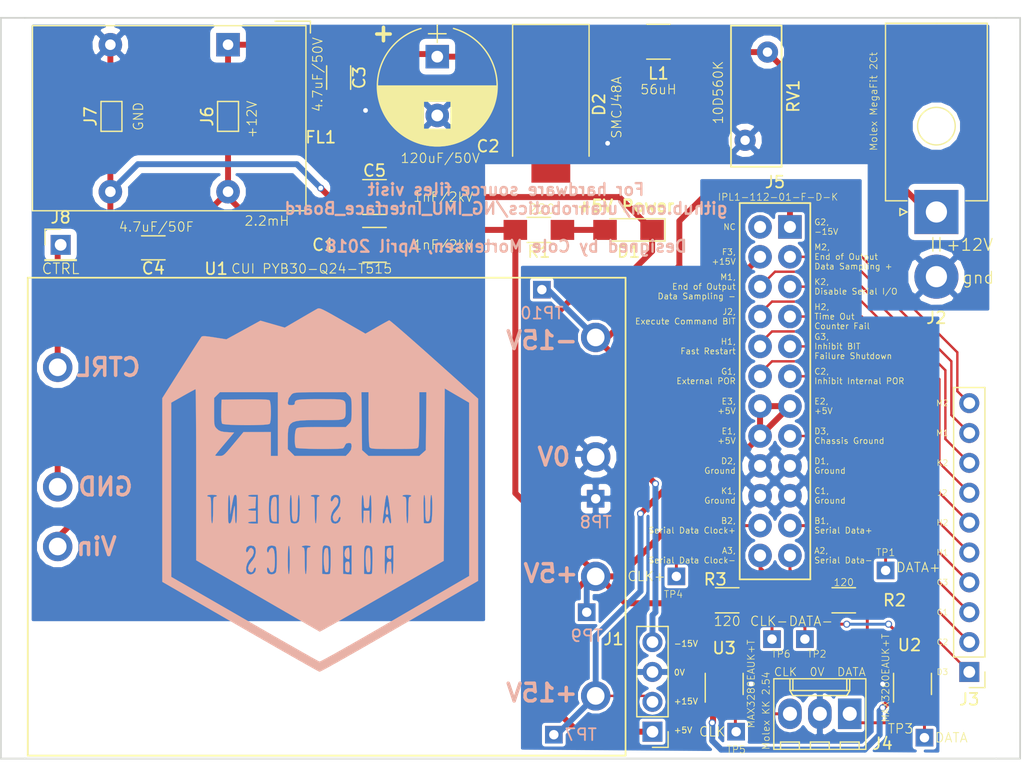
<source format=kicad_pcb>
(kicad_pcb (version 4) (host pcbnew 4.0.7)

  (general
    (links 75)
    (no_connects 0)
    (area 105.588999 40.564999 192.353001 103.707001)
    (thickness 1.6)
    (drawings 83)
    (tracks 230)
    (zones 0)
    (modules 35)
    (nets 29)
  )

  (page A4)
  (layers
    (0 F.Cu signal)
    (31 B.Cu signal hide)
    (32 B.Adhes user)
    (33 F.Adhes user)
    (34 B.Paste user)
    (35 F.Paste user)
    (36 B.SilkS user)
    (37 F.SilkS user)
    (38 B.Mask user)
    (39 F.Mask user)
    (40 Dwgs.User user)
    (41 Cmts.User user)
    (42 Eco1.User user)
    (43 Eco2.User user)
    (44 Edge.Cuts user)
    (45 Margin user)
    (46 B.CrtYd user)
    (47 F.CrtYd user)
    (48 B.Fab user)
    (49 F.Fab user)
  )

  (setup
    (last_trace_width 0.25)
    (user_trace_width 0.5)
    (trace_clearance 0.1524)
    (zone_clearance 0.25)
    (zone_45_only no)
    (trace_min 0.2)
    (segment_width 0.2)
    (edge_width 0.15)
    (via_size 0.6)
    (via_drill 0.4)
    (via_min_size 0.254)
    (via_min_drill 0.3)
    (uvia_size 0.3)
    (uvia_drill 0.1)
    (uvias_allowed no)
    (uvia_min_size 0.2)
    (uvia_min_drill 0.1)
    (pcb_text_width 0.3)
    (pcb_text_size 1.5 1.5)
    (mod_edge_width 0.15)
    (mod_text_size 1 1)
    (mod_text_width 0.15)
    (pad_size 1.524 1.524)
    (pad_drill 0.762)
    (pad_to_mask_clearance 0.2)
    (aux_axis_origin 0 0)
    (visible_elements 7FFEFFFF)
    (pcbplotparams
      (layerselection 0x00030_80000001)
      (usegerberextensions false)
      (excludeedgelayer true)
      (linewidth 0.100000)
      (plotframeref false)
      (viasonmask false)
      (mode 1)
      (useauxorigin false)
      (hpglpennumber 1)
      (hpglpenspeed 20)
      (hpglpendiameter 15)
      (hpglpenoverlay 2)
      (psnegative false)
      (psa4output false)
      (plotreference true)
      (plotvalue true)
      (plotinvisibletext false)
      (padsonsilk false)
      (subtractmaskfromsilk false)
      (outputformat 1)
      (mirror false)
      (drillshape 1)
      (scaleselection 1)
      (outputdirectory ""))
  )

  (net 0 "")
  (net 1 /+5V)
  (net 2 "Net-(C1-Pad2)")
  (net 3 "Net-(C2-Pad1)")
  (net 4 /gnd)
  (net 5 "Net-(C4-Pad2)")
  (net 6 /0V)
  (net 7 "Net-(D1-Pad2)")
  (net 8 /+15V)
  (net 9 /-15V)
  (net 10 /+12V)
  (net 11 /C2)
  (net 12 /D3)
  (net 13 /G1)
  (net 14 /G3)
  (net 15 /H1)
  (net 16 /H2)
  (net 17 /J2)
  (net 18 /K2)
  (net 19 /M1)
  (net 20 /M2)
  (net 21 /Data_clean)
  (net 22 /CLK_clean)
  (net 23 /Data+)
  (net 24 /Data-)
  (net 25 "Net-(J5-Pad13)")
  (net 26 /CLK+)
  (net 27 /CLK-)
  (net 28 "Net-(J8-Pad1)")

  (net_class Default "This is the default net class."
    (clearance 0.1524)
    (trace_width 0.25)
    (via_dia 0.6)
    (via_drill 0.4)
    (uvia_dia 0.3)
    (uvia_drill 0.1)
    (add_net /CLK+)
    (add_net /CLK-)
    (add_net /CLK_clean)
    (add_net /Data+)
    (add_net /Data-)
    (add_net /Data_clean)
    (add_net /gnd)
    (add_net "Net-(C1-Pad2)")
    (add_net "Net-(C2-Pad1)")
    (add_net "Net-(C4-Pad2)")
    (add_net "Net-(D1-Pad2)")
    (add_net "Net-(J5-Pad13)")
    (add_net "Net-(J8-Pad1)")
  )

  (net_class +-15Power ""
    (clearance 0.1524)
    (trace_width 0.2032)
    (via_dia 0.6)
    (via_drill 0.4)
    (uvia_dia 0.3)
    (uvia_drill 0.1)
    (add_net /+15V)
    (add_net /-15V)
  )

  (net_class +12Power ""
    (clearance 0.1524)
    (trace_width 0.254)
    (via_dia 0.6)
    (via_drill 0.4)
    (uvia_dia 0.3)
    (uvia_drill 0.1)
    (add_net /+12V)
  )

  (net_class +5Power ""
    (clearance 0.1524)
    (trace_width 0.508)
    (via_dia 0.6)
    (via_drill 0.4)
    (uvia_dia 0.3)
    (uvia_drill 0.1)
    (add_net /+5V)
    (add_net /0V)
  )

  (net_class signal ""
    (clearance 0.1524)
    (trace_width 0.2032)
    (via_dia 0.508)
    (via_drill 0.4)
    (uvia_dia 0.3)
    (uvia_drill 0.1)
    (add_net /C2)
    (add_net /D3)
    (add_net /G1)
    (add_net /G3)
    (add_net /H1)
    (add_net /H2)
    (add_net /J2)
    (add_net /K2)
    (add_net /M1)
    (add_net /M2)
  )

  (module NG_IMU_footprints:PYB30-Q24-T515 (layer F.Cu) (tedit 5ACFDCEA) (tstamp 5ACD8194)
    (at 133.35 83.058)
    (path /5AC98BBC)
    (fp_text reference U1 (at -9.398 -21.082) (layer F.SilkS)
      (effects (font (size 1 1) (thickness 0.15)))
    )
    (fp_text value PYB30-Q24-T515 (at 0 -22.86) (layer F.Fab)
      (effects (font (size 1 1) (thickness 0.15)))
    )
    (fp_line (start -25.4 -20.32) (end 25.4 -20.32) (layer F.SilkS) (width 0.15))
    (fp_line (start 25.4 -20.32) (end 25.4 20.32) (layer F.SilkS) (width 0.15))
    (fp_line (start 25.4 20.32) (end -25.4 20.32) (layer F.SilkS) (width 0.15))
    (fp_line (start -25.4 20.32) (end -25.4 -20.32) (layer F.SilkS) (width 0.15))
    (pad 1 thru_hole circle (at -22.86 2.54) (size 2.5 2.5) (drill 1.5) (layers *.Cu *.Mask)
      (net 2 "Net-(C1-Pad2)"))
    (pad 2 thru_hole circle (at -22.86 -2.54) (size 2.5 2.5) (drill 1.5) (layers *.Cu *.Mask)
      (net 5 "Net-(C4-Pad2)"))
    (pad 3 thru_hole circle (at -22.86 -12.7) (size 2.5 2.5) (drill 1.5) (layers *.Cu *.Mask)
      (net 28 "Net-(J8-Pad1)"))
    (pad 4 thru_hole circle (at 22.86 -15.24) (size 2.5 2.5) (drill 1.5) (layers *.Cu *.Mask)
      (net 9 /-15V))
    (pad 5 thru_hole circle (at 22.86 -5.08) (size 2.5 2.5) (drill 1.5) (layers *.Cu *.Mask)
      (net 6 /0V))
    (pad 6 thru_hole circle (at 22.86 5.08) (size 2.5 2.5) (drill 1.5) (layers *.Cu *.Mask)
      (net 1 /+5V))
    (pad 7 thru_hole circle (at 22.86 15.24) (size 2.5 2.5) (drill 1.5) (layers *.Cu *.Mask)
      (net 8 /+15V))
  )

  (module NG_IMU_footprints:IPL1-112-01-F-D-K (layer F.Cu) (tedit 5ACFFD3B) (tstamp 5ACD814D)
    (at 171.45 72.39 270)
    (path /5AC9990D)
    (fp_text reference J5 (at -17.78 0 360) (layer F.SilkS)
      (effects (font (size 1 1) (thickness 0.15)))
    )
    (fp_text value Conn_02x12_Top_Bottom (at 0 -5.1 270) (layer F.Fab)
      (effects (font (size 1 1) (thickness 0.15)))
    )
    (fp_line (start -16 -3) (end 16 -3) (layer F.SilkS) (width 0.15))
    (fp_line (start 16 -3) (end 16 3) (layer F.SilkS) (width 0.15))
    (fp_line (start 16 3) (end -16 3) (layer F.SilkS) (width 0.15))
    (fp_line (start -16 3) (end -16 -3) (layer F.SilkS) (width 0.15))
    (pad 1 thru_hole rect (at -13.97 -1.27 270) (size 2 2) (drill 1.02) (layers *.Cu *.Mask)
      (net 9 /-15V))
    (pad 2 thru_hole circle (at -11.43 -1.27 270) (size 2 2) (drill 1.02) (layers *.Cu *.Mask)
      (net 20 /M2))
    (pad 3 thru_hole circle (at -8.89 -1.27 270) (size 2 2) (drill 1.02) (layers *.Cu *.Mask)
      (net 18 /K2))
    (pad 4 thru_hole circle (at -6.35 -1.27 270) (size 2 2) (drill 1.02) (layers *.Cu *.Mask)
      (net 16 /H2))
    (pad 5 thru_hole circle (at -3.81 -1.27 270) (size 2 2) (drill 1.02) (layers *.Cu *.Mask)
      (net 14 /G3))
    (pad 6 thru_hole circle (at -1.27 -1.27 270) (size 2 2) (drill 1.02) (layers *.Cu *.Mask)
      (net 11 /C2))
    (pad 7 thru_hole circle (at 1.27 -1.27 270) (size 2 2) (drill 1.02) (layers *.Cu *.Mask)
      (net 1 /+5V))
    (pad 8 thru_hole circle (at 3.81 -1.27 270) (size 2 2) (drill 1.02) (layers *.Cu *.Mask)
      (net 12 /D3))
    (pad 9 thru_hole circle (at 6.35 -1.27 270) (size 2 2) (drill 1.02) (layers *.Cu *.Mask)
      (net 6 /0V))
    (pad 10 thru_hole circle (at 8.89 -1.27 270) (size 2 2) (drill 1.02) (layers *.Cu *.Mask)
      (net 6 /0V))
    (pad 11 thru_hole circle (at 11.43 -1.27 270) (size 2 2) (drill 1.02) (layers *.Cu *.Mask)
      (net 23 /Data+))
    (pad 12 thru_hole circle (at 13.97 -1.27 270) (size 2 2) (drill 1.02) (layers *.Cu *.Mask)
      (net 24 /Data-))
    (pad 13 thru_hole circle (at -13.97 1.27 270) (size 2 2) (drill 1.02) (layers *.Cu *.Mask)
      (net 25 "Net-(J5-Pad13)"))
    (pad 14 thru_hole circle (at -11.43 1.27 270) (size 2 2) (drill 1.02) (layers *.Cu *.Mask)
      (net 8 /+15V))
    (pad 15 thru_hole circle (at -8.89 1.27 270) (size 2 2) (drill 1.02) (layers *.Cu *.Mask)
      (net 19 /M1))
    (pad 16 thru_hole circle (at -6.35 1.27 270) (size 2 2) (drill 1.02) (layers *.Cu *.Mask)
      (net 17 /J2))
    (pad 17 thru_hole circle (at -3.81 1.27 270) (size 2 2) (drill 1.02) (layers *.Cu *.Mask)
      (net 15 /H1))
    (pad 18 thru_hole circle (at -1.27 1.27 270) (size 2 2) (drill 1.02) (layers *.Cu *.Mask)
      (net 13 /G1))
    (pad 19 thru_hole circle (at 1.27 1.27 270) (size 2 2) (drill 1.02) (layers *.Cu *.Mask)
      (net 1 /+5V))
    (pad 20 thru_hole circle (at 3.81 1.27 270) (size 2 2) (drill 1.02) (layers *.Cu *.Mask)
      (net 1 /+5V))
    (pad 21 thru_hole circle (at 6.35 1.27 270) (size 2 2) (drill 1.02) (layers *.Cu *.Mask)
      (net 6 /0V))
    (pad 22 thru_hole circle (at 8.89 1.27 270) (size 2 2) (drill 1.02) (layers *.Cu *.Mask)
      (net 6 /0V))
    (pad 23 thru_hole circle (at 11.43 1.27 270) (size 2 2) (drill 1.02) (layers *.Cu *.Mask)
      (net 26 /CLK+))
    (pad 24 thru_hole circle (at 13.97 1.27 270) (size 2 2) (drill 1.02) (layers *.Cu *.Mask)
      (net 27 /CLK-))
  )

  (module Capacitors_SMD:C_1210_HandSoldering (layer F.Cu) (tedit 5ACFDD2B) (tstamp 5ACD80DD)
    (at 137.414 59.944 180)
    (descr "Capacitor SMD 1210, hand soldering")
    (tags "capacitor 1210")
    (path /5AC986B6)
    (attr smd)
    (fp_text reference C1 (at 4.318 0 180) (layer F.SilkS)
      (effects (font (size 1 1) (thickness 0.15)))
    )
    (fp_text value 1nF/2kV (at 0 2.5 180) (layer F.Fab)
      (effects (font (size 1 1) (thickness 0.15)))
    )
    (fp_text user %R (at 0 0 180) (layer F.Fab)
      (effects (font (size 1 1) (thickness 0.15)))
    )
    (fp_line (start -1.6 1.25) (end -1.6 -1.25) (layer F.Fab) (width 0.1))
    (fp_line (start 1.6 1.25) (end -1.6 1.25) (layer F.Fab) (width 0.1))
    (fp_line (start 1.6 -1.25) (end 1.6 1.25) (layer F.Fab) (width 0.1))
    (fp_line (start -1.6 -1.25) (end 1.6 -1.25) (layer F.Fab) (width 0.1))
    (fp_line (start 1 -1.48) (end -1 -1.48) (layer F.SilkS) (width 0.12))
    (fp_line (start -1 1.48) (end 1 1.48) (layer F.SilkS) (width 0.12))
    (fp_line (start -3.25 -1.5) (end 3.25 -1.5) (layer F.CrtYd) (width 0.05))
    (fp_line (start -3.25 -1.5) (end -3.25 1.5) (layer F.CrtYd) (width 0.05))
    (fp_line (start 3.25 1.5) (end 3.25 -1.5) (layer F.CrtYd) (width 0.05))
    (fp_line (start 3.25 1.5) (end -3.25 1.5) (layer F.CrtYd) (width 0.05))
    (pad 1 smd rect (at -2 0 180) (size 2 2.5) (layers F.Cu F.Paste F.Mask)
      (net 1 /+5V))
    (pad 2 smd rect (at 2 0 180) (size 2 2.5) (layers F.Cu F.Paste F.Mask)
      (net 2 "Net-(C1-Pad2)"))
    (model Capacitors_SMD.3dshapes/C_1210.wrl
      (at (xyz 0 0 0))
      (scale (xyz 1 1 1))
      (rotate (xyz 0 0 0))
    )
  )

  (module Capacitors_THT:CP_Radial_D10.0mm_P5.00mm (layer F.Cu) (tedit 5ACFD800) (tstamp 5ACD80E3)
    (at 142.748 43.942 270)
    (descr "CP, Radial series, Radial, pin pitch=5.00mm, , diameter=10mm, Electrolytic Capacitor")
    (tags "CP Radial series Radial pin pitch 5.00mm  diameter 10mm Electrolytic Capacitor")
    (path /5AC984C4)
    (fp_text reference C2 (at 7.62 -4.318 360) (layer F.SilkS)
      (effects (font (size 1 1) (thickness 0.15)))
    )
    (fp_text value 120μF/50V (at 2.5 6.31 270) (layer F.Fab)
      (effects (font (size 1 1) (thickness 0.15)))
    )
    (fp_arc (start 2.5 0) (end -2.399357 -1.38) (angle 148.5) (layer F.SilkS) (width 0.12))
    (fp_arc (start 2.5 0) (end -2.399357 1.38) (angle -148.5) (layer F.SilkS) (width 0.12))
    (fp_arc (start 2.5 0) (end 7.399357 -1.38) (angle 31.5) (layer F.SilkS) (width 0.12))
    (fp_circle (center 2.5 0) (end 7.5 0) (layer F.Fab) (width 0.1))
    (fp_line (start -2.7 0) (end -1.2 0) (layer F.Fab) (width 0.1))
    (fp_line (start -1.95 -0.75) (end -1.95 0.75) (layer F.Fab) (width 0.1))
    (fp_line (start 2.5 -5.05) (end 2.5 5.05) (layer F.SilkS) (width 0.12))
    (fp_line (start 2.54 -5.05) (end 2.54 5.05) (layer F.SilkS) (width 0.12))
    (fp_line (start 2.58 -5.05) (end 2.58 5.05) (layer F.SilkS) (width 0.12))
    (fp_line (start 2.62 -5.049) (end 2.62 5.049) (layer F.SilkS) (width 0.12))
    (fp_line (start 2.66 -5.048) (end 2.66 5.048) (layer F.SilkS) (width 0.12))
    (fp_line (start 2.7 -5.047) (end 2.7 5.047) (layer F.SilkS) (width 0.12))
    (fp_line (start 2.74 -5.045) (end 2.74 5.045) (layer F.SilkS) (width 0.12))
    (fp_line (start 2.78 -5.043) (end 2.78 5.043) (layer F.SilkS) (width 0.12))
    (fp_line (start 2.82 -5.04) (end 2.82 5.04) (layer F.SilkS) (width 0.12))
    (fp_line (start 2.86 -5.038) (end 2.86 5.038) (layer F.SilkS) (width 0.12))
    (fp_line (start 2.9 -5.035) (end 2.9 5.035) (layer F.SilkS) (width 0.12))
    (fp_line (start 2.94 -5.031) (end 2.94 5.031) (layer F.SilkS) (width 0.12))
    (fp_line (start 2.98 -5.028) (end 2.98 5.028) (layer F.SilkS) (width 0.12))
    (fp_line (start 3.02 -5.024) (end 3.02 5.024) (layer F.SilkS) (width 0.12))
    (fp_line (start 3.06 -5.02) (end 3.06 5.02) (layer F.SilkS) (width 0.12))
    (fp_line (start 3.1 -5.015) (end 3.1 5.015) (layer F.SilkS) (width 0.12))
    (fp_line (start 3.14 -5.01) (end 3.14 5.01) (layer F.SilkS) (width 0.12))
    (fp_line (start 3.18 -5.005) (end 3.18 5.005) (layer F.SilkS) (width 0.12))
    (fp_line (start 3.221 -4.999) (end 3.221 4.999) (layer F.SilkS) (width 0.12))
    (fp_line (start 3.261 -4.993) (end 3.261 4.993) (layer F.SilkS) (width 0.12))
    (fp_line (start 3.301 -4.987) (end 3.301 4.987) (layer F.SilkS) (width 0.12))
    (fp_line (start 3.341 -4.981) (end 3.341 4.981) (layer F.SilkS) (width 0.12))
    (fp_line (start 3.381 -4.974) (end 3.381 4.974) (layer F.SilkS) (width 0.12))
    (fp_line (start 3.421 -4.967) (end 3.421 4.967) (layer F.SilkS) (width 0.12))
    (fp_line (start 3.461 -4.959) (end 3.461 4.959) (layer F.SilkS) (width 0.12))
    (fp_line (start 3.501 -4.951) (end 3.501 4.951) (layer F.SilkS) (width 0.12))
    (fp_line (start 3.541 -4.943) (end 3.541 4.943) (layer F.SilkS) (width 0.12))
    (fp_line (start 3.581 -4.935) (end 3.581 4.935) (layer F.SilkS) (width 0.12))
    (fp_line (start 3.621 -4.926) (end 3.621 4.926) (layer F.SilkS) (width 0.12))
    (fp_line (start 3.661 -4.917) (end 3.661 4.917) (layer F.SilkS) (width 0.12))
    (fp_line (start 3.701 -4.907) (end 3.701 4.907) (layer F.SilkS) (width 0.12))
    (fp_line (start 3.741 -4.897) (end 3.741 4.897) (layer F.SilkS) (width 0.12))
    (fp_line (start 3.781 -4.887) (end 3.781 4.887) (layer F.SilkS) (width 0.12))
    (fp_line (start 3.821 -4.876) (end 3.821 -1.181) (layer F.SilkS) (width 0.12))
    (fp_line (start 3.821 1.181) (end 3.821 4.876) (layer F.SilkS) (width 0.12))
    (fp_line (start 3.861 -4.865) (end 3.861 -1.181) (layer F.SilkS) (width 0.12))
    (fp_line (start 3.861 1.181) (end 3.861 4.865) (layer F.SilkS) (width 0.12))
    (fp_line (start 3.901 -4.854) (end 3.901 -1.181) (layer F.SilkS) (width 0.12))
    (fp_line (start 3.901 1.181) (end 3.901 4.854) (layer F.SilkS) (width 0.12))
    (fp_line (start 3.941 -4.843) (end 3.941 -1.181) (layer F.SilkS) (width 0.12))
    (fp_line (start 3.941 1.181) (end 3.941 4.843) (layer F.SilkS) (width 0.12))
    (fp_line (start 3.981 -4.831) (end 3.981 -1.181) (layer F.SilkS) (width 0.12))
    (fp_line (start 3.981 1.181) (end 3.981 4.831) (layer F.SilkS) (width 0.12))
    (fp_line (start 4.021 -4.818) (end 4.021 -1.181) (layer F.SilkS) (width 0.12))
    (fp_line (start 4.021 1.181) (end 4.021 4.818) (layer F.SilkS) (width 0.12))
    (fp_line (start 4.061 -4.806) (end 4.061 -1.181) (layer F.SilkS) (width 0.12))
    (fp_line (start 4.061 1.181) (end 4.061 4.806) (layer F.SilkS) (width 0.12))
    (fp_line (start 4.101 -4.792) (end 4.101 -1.181) (layer F.SilkS) (width 0.12))
    (fp_line (start 4.101 1.181) (end 4.101 4.792) (layer F.SilkS) (width 0.12))
    (fp_line (start 4.141 -4.779) (end 4.141 -1.181) (layer F.SilkS) (width 0.12))
    (fp_line (start 4.141 1.181) (end 4.141 4.779) (layer F.SilkS) (width 0.12))
    (fp_line (start 4.181 -4.765) (end 4.181 -1.181) (layer F.SilkS) (width 0.12))
    (fp_line (start 4.181 1.181) (end 4.181 4.765) (layer F.SilkS) (width 0.12))
    (fp_line (start 4.221 -4.751) (end 4.221 -1.181) (layer F.SilkS) (width 0.12))
    (fp_line (start 4.221 1.181) (end 4.221 4.751) (layer F.SilkS) (width 0.12))
    (fp_line (start 4.261 -4.737) (end 4.261 -1.181) (layer F.SilkS) (width 0.12))
    (fp_line (start 4.261 1.181) (end 4.261 4.737) (layer F.SilkS) (width 0.12))
    (fp_line (start 4.301 -4.722) (end 4.301 -1.181) (layer F.SilkS) (width 0.12))
    (fp_line (start 4.301 1.181) (end 4.301 4.722) (layer F.SilkS) (width 0.12))
    (fp_line (start 4.341 -4.706) (end 4.341 -1.181) (layer F.SilkS) (width 0.12))
    (fp_line (start 4.341 1.181) (end 4.341 4.706) (layer F.SilkS) (width 0.12))
    (fp_line (start 4.381 -4.691) (end 4.381 -1.181) (layer F.SilkS) (width 0.12))
    (fp_line (start 4.381 1.181) (end 4.381 4.691) (layer F.SilkS) (width 0.12))
    (fp_line (start 4.421 -4.674) (end 4.421 -1.181) (layer F.SilkS) (width 0.12))
    (fp_line (start 4.421 1.181) (end 4.421 4.674) (layer F.SilkS) (width 0.12))
    (fp_line (start 4.461 -4.658) (end 4.461 -1.181) (layer F.SilkS) (width 0.12))
    (fp_line (start 4.461 1.181) (end 4.461 4.658) (layer F.SilkS) (width 0.12))
    (fp_line (start 4.501 -4.641) (end 4.501 -1.181) (layer F.SilkS) (width 0.12))
    (fp_line (start 4.501 1.181) (end 4.501 4.641) (layer F.SilkS) (width 0.12))
    (fp_line (start 4.541 -4.624) (end 4.541 -1.181) (layer F.SilkS) (width 0.12))
    (fp_line (start 4.541 1.181) (end 4.541 4.624) (layer F.SilkS) (width 0.12))
    (fp_line (start 4.581 -4.606) (end 4.581 -1.181) (layer F.SilkS) (width 0.12))
    (fp_line (start 4.581 1.181) (end 4.581 4.606) (layer F.SilkS) (width 0.12))
    (fp_line (start 4.621 -4.588) (end 4.621 -1.181) (layer F.SilkS) (width 0.12))
    (fp_line (start 4.621 1.181) (end 4.621 4.588) (layer F.SilkS) (width 0.12))
    (fp_line (start 4.661 -4.569) (end 4.661 -1.181) (layer F.SilkS) (width 0.12))
    (fp_line (start 4.661 1.181) (end 4.661 4.569) (layer F.SilkS) (width 0.12))
    (fp_line (start 4.701 -4.55) (end 4.701 -1.181) (layer F.SilkS) (width 0.12))
    (fp_line (start 4.701 1.181) (end 4.701 4.55) (layer F.SilkS) (width 0.12))
    (fp_line (start 4.741 -4.531) (end 4.741 -1.181) (layer F.SilkS) (width 0.12))
    (fp_line (start 4.741 1.181) (end 4.741 4.531) (layer F.SilkS) (width 0.12))
    (fp_line (start 4.781 -4.511) (end 4.781 -1.181) (layer F.SilkS) (width 0.12))
    (fp_line (start 4.781 1.181) (end 4.781 4.511) (layer F.SilkS) (width 0.12))
    (fp_line (start 4.821 -4.491) (end 4.821 -1.181) (layer F.SilkS) (width 0.12))
    (fp_line (start 4.821 1.181) (end 4.821 4.491) (layer F.SilkS) (width 0.12))
    (fp_line (start 4.861 -4.47) (end 4.861 -1.181) (layer F.SilkS) (width 0.12))
    (fp_line (start 4.861 1.181) (end 4.861 4.47) (layer F.SilkS) (width 0.12))
    (fp_line (start 4.901 -4.449) (end 4.901 -1.181) (layer F.SilkS) (width 0.12))
    (fp_line (start 4.901 1.181) (end 4.901 4.449) (layer F.SilkS) (width 0.12))
    (fp_line (start 4.941 -4.428) (end 4.941 -1.181) (layer F.SilkS) (width 0.12))
    (fp_line (start 4.941 1.181) (end 4.941 4.428) (layer F.SilkS) (width 0.12))
    (fp_line (start 4.981 -4.405) (end 4.981 -1.181) (layer F.SilkS) (width 0.12))
    (fp_line (start 4.981 1.181) (end 4.981 4.405) (layer F.SilkS) (width 0.12))
    (fp_line (start 5.021 -4.383) (end 5.021 -1.181) (layer F.SilkS) (width 0.12))
    (fp_line (start 5.021 1.181) (end 5.021 4.383) (layer F.SilkS) (width 0.12))
    (fp_line (start 5.061 -4.36) (end 5.061 -1.181) (layer F.SilkS) (width 0.12))
    (fp_line (start 5.061 1.181) (end 5.061 4.36) (layer F.SilkS) (width 0.12))
    (fp_line (start 5.101 -4.336) (end 5.101 -1.181) (layer F.SilkS) (width 0.12))
    (fp_line (start 5.101 1.181) (end 5.101 4.336) (layer F.SilkS) (width 0.12))
    (fp_line (start 5.141 -4.312) (end 5.141 -1.181) (layer F.SilkS) (width 0.12))
    (fp_line (start 5.141 1.181) (end 5.141 4.312) (layer F.SilkS) (width 0.12))
    (fp_line (start 5.181 -4.288) (end 5.181 -1.181) (layer F.SilkS) (width 0.12))
    (fp_line (start 5.181 1.181) (end 5.181 4.288) (layer F.SilkS) (width 0.12))
    (fp_line (start 5.221 -4.263) (end 5.221 -1.181) (layer F.SilkS) (width 0.12))
    (fp_line (start 5.221 1.181) (end 5.221 4.263) (layer F.SilkS) (width 0.12))
    (fp_line (start 5.261 -4.237) (end 5.261 -1.181) (layer F.SilkS) (width 0.12))
    (fp_line (start 5.261 1.181) (end 5.261 4.237) (layer F.SilkS) (width 0.12))
    (fp_line (start 5.301 -4.211) (end 5.301 -1.181) (layer F.SilkS) (width 0.12))
    (fp_line (start 5.301 1.181) (end 5.301 4.211) (layer F.SilkS) (width 0.12))
    (fp_line (start 5.341 -4.185) (end 5.341 -1.181) (layer F.SilkS) (width 0.12))
    (fp_line (start 5.341 1.181) (end 5.341 4.185) (layer F.SilkS) (width 0.12))
    (fp_line (start 5.381 -4.157) (end 5.381 -1.181) (layer F.SilkS) (width 0.12))
    (fp_line (start 5.381 1.181) (end 5.381 4.157) (layer F.SilkS) (width 0.12))
    (fp_line (start 5.421 -4.13) (end 5.421 -1.181) (layer F.SilkS) (width 0.12))
    (fp_line (start 5.421 1.181) (end 5.421 4.13) (layer F.SilkS) (width 0.12))
    (fp_line (start 5.461 -4.101) (end 5.461 -1.181) (layer F.SilkS) (width 0.12))
    (fp_line (start 5.461 1.181) (end 5.461 4.101) (layer F.SilkS) (width 0.12))
    (fp_line (start 5.501 -4.072) (end 5.501 -1.181) (layer F.SilkS) (width 0.12))
    (fp_line (start 5.501 1.181) (end 5.501 4.072) (layer F.SilkS) (width 0.12))
    (fp_line (start 5.541 -4.043) (end 5.541 -1.181) (layer F.SilkS) (width 0.12))
    (fp_line (start 5.541 1.181) (end 5.541 4.043) (layer F.SilkS) (width 0.12))
    (fp_line (start 5.581 -4.013) (end 5.581 -1.181) (layer F.SilkS) (width 0.12))
    (fp_line (start 5.581 1.181) (end 5.581 4.013) (layer F.SilkS) (width 0.12))
    (fp_line (start 5.621 -3.982) (end 5.621 -1.181) (layer F.SilkS) (width 0.12))
    (fp_line (start 5.621 1.181) (end 5.621 3.982) (layer F.SilkS) (width 0.12))
    (fp_line (start 5.661 -3.951) (end 5.661 -1.181) (layer F.SilkS) (width 0.12))
    (fp_line (start 5.661 1.181) (end 5.661 3.951) (layer F.SilkS) (width 0.12))
    (fp_line (start 5.701 -3.919) (end 5.701 -1.181) (layer F.SilkS) (width 0.12))
    (fp_line (start 5.701 1.181) (end 5.701 3.919) (layer F.SilkS) (width 0.12))
    (fp_line (start 5.741 -3.886) (end 5.741 -1.181) (layer F.SilkS) (width 0.12))
    (fp_line (start 5.741 1.181) (end 5.741 3.886) (layer F.SilkS) (width 0.12))
    (fp_line (start 5.781 -3.853) (end 5.781 -1.181) (layer F.SilkS) (width 0.12))
    (fp_line (start 5.781 1.181) (end 5.781 3.853) (layer F.SilkS) (width 0.12))
    (fp_line (start 5.821 -3.819) (end 5.821 -1.181) (layer F.SilkS) (width 0.12))
    (fp_line (start 5.821 1.181) (end 5.821 3.819) (layer F.SilkS) (width 0.12))
    (fp_line (start 5.861 -3.784) (end 5.861 -1.181) (layer F.SilkS) (width 0.12))
    (fp_line (start 5.861 1.181) (end 5.861 3.784) (layer F.SilkS) (width 0.12))
    (fp_line (start 5.901 -3.748) (end 5.901 -1.181) (layer F.SilkS) (width 0.12))
    (fp_line (start 5.901 1.181) (end 5.901 3.748) (layer F.SilkS) (width 0.12))
    (fp_line (start 5.941 -3.712) (end 5.941 -1.181) (layer F.SilkS) (width 0.12))
    (fp_line (start 5.941 1.181) (end 5.941 3.712) (layer F.SilkS) (width 0.12))
    (fp_line (start 5.981 -3.675) (end 5.981 -1.181) (layer F.SilkS) (width 0.12))
    (fp_line (start 5.981 1.181) (end 5.981 3.675) (layer F.SilkS) (width 0.12))
    (fp_line (start 6.021 -3.637) (end 6.021 -1.181) (layer F.SilkS) (width 0.12))
    (fp_line (start 6.021 1.181) (end 6.021 3.637) (layer F.SilkS) (width 0.12))
    (fp_line (start 6.061 -3.598) (end 6.061 -1.181) (layer F.SilkS) (width 0.12))
    (fp_line (start 6.061 1.181) (end 6.061 3.598) (layer F.SilkS) (width 0.12))
    (fp_line (start 6.101 -3.559) (end 6.101 -1.181) (layer F.SilkS) (width 0.12))
    (fp_line (start 6.101 1.181) (end 6.101 3.559) (layer F.SilkS) (width 0.12))
    (fp_line (start 6.141 -3.518) (end 6.141 -1.181) (layer F.SilkS) (width 0.12))
    (fp_line (start 6.141 1.181) (end 6.141 3.518) (layer F.SilkS) (width 0.12))
    (fp_line (start 6.181 -3.477) (end 6.181 3.477) (layer F.SilkS) (width 0.12))
    (fp_line (start 6.221 -3.435) (end 6.221 3.435) (layer F.SilkS) (width 0.12))
    (fp_line (start 6.261 -3.391) (end 6.261 3.391) (layer F.SilkS) (width 0.12))
    (fp_line (start 6.301 -3.347) (end 6.301 3.347) (layer F.SilkS) (width 0.12))
    (fp_line (start 6.341 -3.302) (end 6.341 3.302) (layer F.SilkS) (width 0.12))
    (fp_line (start 6.381 -3.255) (end 6.381 3.255) (layer F.SilkS) (width 0.12))
    (fp_line (start 6.421 -3.207) (end 6.421 3.207) (layer F.SilkS) (width 0.12))
    (fp_line (start 6.461 -3.158) (end 6.461 3.158) (layer F.SilkS) (width 0.12))
    (fp_line (start 6.501 -3.108) (end 6.501 3.108) (layer F.SilkS) (width 0.12))
    (fp_line (start 6.541 -3.057) (end 6.541 3.057) (layer F.SilkS) (width 0.12))
    (fp_line (start 6.581 -3.004) (end 6.581 3.004) (layer F.SilkS) (width 0.12))
    (fp_line (start 6.621 -2.949) (end 6.621 2.949) (layer F.SilkS) (width 0.12))
    (fp_line (start 6.661 -2.894) (end 6.661 2.894) (layer F.SilkS) (width 0.12))
    (fp_line (start 6.701 -2.836) (end 6.701 2.836) (layer F.SilkS) (width 0.12))
    (fp_line (start 6.741 -2.777) (end 6.741 2.777) (layer F.SilkS) (width 0.12))
    (fp_line (start 6.781 -2.715) (end 6.781 2.715) (layer F.SilkS) (width 0.12))
    (fp_line (start 6.821 -2.652) (end 6.821 2.652) (layer F.SilkS) (width 0.12))
    (fp_line (start 6.861 -2.587) (end 6.861 2.587) (layer F.SilkS) (width 0.12))
    (fp_line (start 6.901 -2.519) (end 6.901 2.519) (layer F.SilkS) (width 0.12))
    (fp_line (start 6.941 -2.449) (end 6.941 2.449) (layer F.SilkS) (width 0.12))
    (fp_line (start 6.981 -2.377) (end 6.981 2.377) (layer F.SilkS) (width 0.12))
    (fp_line (start 7.021 -2.301) (end 7.021 2.301) (layer F.SilkS) (width 0.12))
    (fp_line (start 7.061 -2.222) (end 7.061 2.222) (layer F.SilkS) (width 0.12))
    (fp_line (start 7.101 -2.14) (end 7.101 2.14) (layer F.SilkS) (width 0.12))
    (fp_line (start 7.141 -2.053) (end 7.141 2.053) (layer F.SilkS) (width 0.12))
    (fp_line (start 7.181 -1.962) (end 7.181 1.962) (layer F.SilkS) (width 0.12))
    (fp_line (start 7.221 -1.866) (end 7.221 1.866) (layer F.SilkS) (width 0.12))
    (fp_line (start 7.261 -1.763) (end 7.261 1.763) (layer F.SilkS) (width 0.12))
    (fp_line (start 7.301 -1.654) (end 7.301 1.654) (layer F.SilkS) (width 0.12))
    (fp_line (start 7.341 -1.536) (end 7.341 1.536) (layer F.SilkS) (width 0.12))
    (fp_line (start 7.381 -1.407) (end 7.381 1.407) (layer F.SilkS) (width 0.12))
    (fp_line (start 7.421 -1.265) (end 7.421 1.265) (layer F.SilkS) (width 0.12))
    (fp_line (start 7.461 -1.104) (end 7.461 1.104) (layer F.SilkS) (width 0.12))
    (fp_line (start 7.501 -0.913) (end 7.501 0.913) (layer F.SilkS) (width 0.12))
    (fp_line (start 7.541 -0.672) (end 7.541 0.672) (layer F.SilkS) (width 0.12))
    (fp_line (start 7.581 -0.279) (end 7.581 0.279) (layer F.SilkS) (width 0.12))
    (fp_line (start -2.7 0) (end -1.2 0) (layer F.SilkS) (width 0.12))
    (fp_line (start -1.95 -0.75) (end -1.95 0.75) (layer F.SilkS) (width 0.12))
    (fp_line (start -2.85 -5.35) (end -2.85 5.35) (layer F.CrtYd) (width 0.05))
    (fp_line (start -2.85 5.35) (end 7.85 5.35) (layer F.CrtYd) (width 0.05))
    (fp_line (start 7.85 5.35) (end 7.85 -5.35) (layer F.CrtYd) (width 0.05))
    (fp_line (start 7.85 -5.35) (end -2.85 -5.35) (layer F.CrtYd) (width 0.05))
    (fp_text user %R (at 2.5 0 270) (layer F.Fab)
      (effects (font (size 1 1) (thickness 0.15)))
    )
    (pad 1 thru_hole rect (at 0 0 270) (size 2 2) (drill 1) (layers *.Cu *.Mask)
      (net 3 "Net-(C2-Pad1)"))
    (pad 2 thru_hole circle (at 5 0 270) (size 2 2) (drill 1) (layers *.Cu *.Mask)
      (net 4 /gnd))
    (model ${KISYS3DMOD}/Capacitors_THT.3dshapes/CP_Radial_D10.0mm_P5.00mm.wrl
      (at (xyz 0 0 0))
      (scale (xyz 1 1 1))
      (rotate (xyz 0 0 0))
    )
  )

  (module Capacitors_SMD:C_1206_HandSoldering (layer F.Cu) (tedit 58AA84D1) (tstamp 5ACD80E9)
    (at 134.366 45.72 270)
    (descr "Capacitor SMD 1206, hand soldering")
    (tags "capacitor 1206")
    (path /5AC984E3)
    (attr smd)
    (fp_text reference C3 (at 0 -1.75 270) (layer F.SilkS)
      (effects (font (size 1 1) (thickness 0.15)))
    )
    (fp_text value 4.7μF/50V (at 0 2 270) (layer F.Fab)
      (effects (font (size 1 1) (thickness 0.15)))
    )
    (fp_text user %R (at 0 -1.75 270) (layer F.Fab)
      (effects (font (size 1 1) (thickness 0.15)))
    )
    (fp_line (start -1.6 0.8) (end -1.6 -0.8) (layer F.Fab) (width 0.1))
    (fp_line (start 1.6 0.8) (end -1.6 0.8) (layer F.Fab) (width 0.1))
    (fp_line (start 1.6 -0.8) (end 1.6 0.8) (layer F.Fab) (width 0.1))
    (fp_line (start -1.6 -0.8) (end 1.6 -0.8) (layer F.Fab) (width 0.1))
    (fp_line (start 1 -1.02) (end -1 -1.02) (layer F.SilkS) (width 0.12))
    (fp_line (start -1 1.02) (end 1 1.02) (layer F.SilkS) (width 0.12))
    (fp_line (start -3.25 -1.05) (end 3.25 -1.05) (layer F.CrtYd) (width 0.05))
    (fp_line (start -3.25 -1.05) (end -3.25 1.05) (layer F.CrtYd) (width 0.05))
    (fp_line (start 3.25 1.05) (end 3.25 -1.05) (layer F.CrtYd) (width 0.05))
    (fp_line (start 3.25 1.05) (end -3.25 1.05) (layer F.CrtYd) (width 0.05))
    (pad 1 smd rect (at -2 0 270) (size 2 1.6) (layers F.Cu F.Paste F.Mask)
      (net 3 "Net-(C2-Pad1)"))
    (pad 2 smd rect (at 2 0 270) (size 2 1.6) (layers F.Cu F.Paste F.Mask)
      (net 4 /gnd))
    (model Capacitors_SMD.3dshapes/C_1206.wrl
      (at (xyz 0 0 0))
      (scale (xyz 1 1 1))
      (rotate (xyz 0 0 0))
    )
  )

  (module Capacitors_SMD:C_1206_HandSoldering (layer F.Cu) (tedit 58AA84D1) (tstamp 5ACD80EF)
    (at 118.618 60.198 180)
    (descr "Capacitor SMD 1206, hand soldering")
    (tags "capacitor 1206")
    (path /5AC986E5)
    (attr smd)
    (fp_text reference C4 (at 0 -1.75 180) (layer F.SilkS)
      (effects (font (size 1 1) (thickness 0.15)))
    )
    (fp_text value 4.7μF/50V (at 0 2 180) (layer F.Fab)
      (effects (font (size 1 1) (thickness 0.15)))
    )
    (fp_text user %R (at 0 -1.75 180) (layer F.Fab)
      (effects (font (size 1 1) (thickness 0.15)))
    )
    (fp_line (start -1.6 0.8) (end -1.6 -0.8) (layer F.Fab) (width 0.1))
    (fp_line (start 1.6 0.8) (end -1.6 0.8) (layer F.Fab) (width 0.1))
    (fp_line (start 1.6 -0.8) (end 1.6 0.8) (layer F.Fab) (width 0.1))
    (fp_line (start -1.6 -0.8) (end 1.6 -0.8) (layer F.Fab) (width 0.1))
    (fp_line (start 1 -1.02) (end -1 -1.02) (layer F.SilkS) (width 0.12))
    (fp_line (start -1 1.02) (end 1 1.02) (layer F.SilkS) (width 0.12))
    (fp_line (start -3.25 -1.05) (end 3.25 -1.05) (layer F.CrtYd) (width 0.05))
    (fp_line (start -3.25 -1.05) (end -3.25 1.05) (layer F.CrtYd) (width 0.05))
    (fp_line (start 3.25 1.05) (end 3.25 -1.05) (layer F.CrtYd) (width 0.05))
    (fp_line (start 3.25 1.05) (end -3.25 1.05) (layer F.CrtYd) (width 0.05))
    (pad 1 smd rect (at -2 0 180) (size 2 1.6) (layers F.Cu F.Paste F.Mask)
      (net 2 "Net-(C1-Pad2)"))
    (pad 2 smd rect (at 2 0 180) (size 2 1.6) (layers F.Cu F.Paste F.Mask)
      (net 5 "Net-(C4-Pad2)"))
    (model Capacitors_SMD.3dshapes/C_1206.wrl
      (at (xyz 0 0 0))
      (scale (xyz 1 1 1))
      (rotate (xyz 0 0 0))
    )
  )

  (module Capacitors_SMD:C_1210_HandSoldering (layer F.Cu) (tedit 5ACFDD36) (tstamp 5ACD80F5)
    (at 137.414 55.88)
    (descr "Capacitor SMD 1210, hand soldering")
    (tags "capacitor 1210")
    (path /5AC98710)
    (attr smd)
    (fp_text reference C5 (at 0 -2.25) (layer F.SilkS)
      (effects (font (size 1 1) (thickness 0.15)))
    )
    (fp_text value 1nF/2kV (at 0 2.5) (layer F.Fab)
      (effects (font (size 1 1) (thickness 0.15)))
    )
    (fp_text user %R (at 0 0) (layer F.Fab)
      (effects (font (size 1 1) (thickness 0.15)))
    )
    (fp_line (start -1.6 1.25) (end -1.6 -1.25) (layer F.Fab) (width 0.1))
    (fp_line (start 1.6 1.25) (end -1.6 1.25) (layer F.Fab) (width 0.1))
    (fp_line (start 1.6 -1.25) (end 1.6 1.25) (layer F.Fab) (width 0.1))
    (fp_line (start -1.6 -1.25) (end 1.6 -1.25) (layer F.Fab) (width 0.1))
    (fp_line (start 1 -1.48) (end -1 -1.48) (layer F.SilkS) (width 0.12))
    (fp_line (start -1 1.48) (end 1 1.48) (layer F.SilkS) (width 0.12))
    (fp_line (start -3.25 -1.5) (end 3.25 -1.5) (layer F.CrtYd) (width 0.05))
    (fp_line (start -3.25 -1.5) (end -3.25 1.5) (layer F.CrtYd) (width 0.05))
    (fp_line (start 3.25 1.5) (end 3.25 -1.5) (layer F.CrtYd) (width 0.05))
    (fp_line (start 3.25 1.5) (end -3.25 1.5) (layer F.CrtYd) (width 0.05))
    (pad 1 smd rect (at -2 0) (size 2 2.5) (layers F.Cu F.Paste F.Mask)
      (net 5 "Net-(C4-Pad2)"))
    (pad 2 smd rect (at 2 0) (size 2 2.5) (layers F.Cu F.Paste F.Mask)
      (net 6 /0V))
    (model Capacitors_SMD.3dshapes/C_1210.wrl
      (at (xyz 0 0 0))
      (scale (xyz 1 1 1))
      (rotate (xyz 0 0 0))
    )
  )

  (module LEDs:LED_1206_HandSoldering (layer F.Cu) (tedit 595FC724) (tstamp 5ACD80FB)
    (at 159.004 58.674 180)
    (descr "LED SMD 1206, hand soldering")
    (tags "LED 1206")
    (path /5ACAC203)
    (attr smd)
    (fp_text reference D1 (at 0 -1.85 180) (layer F.SilkS)
      (effects (font (size 1 1) (thickness 0.15)))
    )
    (fp_text value LED (at 0 1.9 180) (layer F.Fab)
      (effects (font (size 1 1) (thickness 0.15)))
    )
    (fp_line (start -3.1 -0.95) (end -3.1 0.95) (layer F.SilkS) (width 0.12))
    (fp_line (start -0.4 0) (end 0.2 -0.4) (layer F.Fab) (width 0.1))
    (fp_line (start 0.2 -0.4) (end 0.2 0.4) (layer F.Fab) (width 0.1))
    (fp_line (start 0.2 0.4) (end -0.4 0) (layer F.Fab) (width 0.1))
    (fp_line (start -0.45 -0.4) (end -0.45 0.4) (layer F.Fab) (width 0.1))
    (fp_line (start -1.6 0.8) (end -1.6 -0.8) (layer F.Fab) (width 0.1))
    (fp_line (start 1.6 0.8) (end -1.6 0.8) (layer F.Fab) (width 0.1))
    (fp_line (start 1.6 -0.8) (end 1.6 0.8) (layer F.Fab) (width 0.1))
    (fp_line (start -1.6 -0.8) (end 1.6 -0.8) (layer F.Fab) (width 0.1))
    (fp_line (start -3.1 0.95) (end 1.6 0.95) (layer F.SilkS) (width 0.12))
    (fp_line (start -3.1 -0.95) (end 1.6 -0.95) (layer F.SilkS) (width 0.12))
    (fp_line (start -3.25 -1.11) (end 3.25 -1.11) (layer F.CrtYd) (width 0.05))
    (fp_line (start -3.25 -1.11) (end -3.25 1.1) (layer F.CrtYd) (width 0.05))
    (fp_line (start 3.25 1.1) (end 3.25 -1.11) (layer F.CrtYd) (width 0.05))
    (fp_line (start 3.25 1.1) (end -3.25 1.1) (layer F.CrtYd) (width 0.05))
    (pad 1 smd rect (at -2 0 180) (size 2 1.7) (layers F.Cu F.Paste F.Mask)
      (net 6 /0V))
    (pad 2 smd rect (at 2 0 180) (size 2 1.7) (layers F.Cu F.Paste F.Mask)
      (net 7 "Net-(D1-Pad2)"))
    (model ${KISYS3DMOD}/LEDs.3dshapes/LED_1206.wrl
      (at (xyz 0 0 0))
      (scale (xyz 1 1 1))
      (rotate (xyz 0 0 180))
    )
  )

  (module Diodes_SMD:D_SMC_Handsoldering (layer F.Cu) (tedit 58642B03) (tstamp 5ACD8101)
    (at 152.4 48.006 270)
    (descr "Diode SMC (DO-214AB) Handsoldering")
    (tags "Diode SMC (DO-214AB) Handsoldering")
    (path /5AC98473)
    (attr smd)
    (fp_text reference D2 (at 0 -4.1 270) (layer F.SilkS)
      (effects (font (size 1 1) (thickness 0.15)))
    )
    (fp_text value SMCJ48A (at 0 4.2 270) (layer F.Fab)
      (effects (font (size 1 1) (thickness 0.15)))
    )
    (fp_text user %R (at 0 -1.5 270) (layer F.Fab)
      (effects (font (size 1 1) (thickness 0.15)))
    )
    (fp_line (start -6.8 3.25) (end -6.8 -3.25) (layer F.SilkS) (width 0.12))
    (fp_line (start 3.55 3.1) (end -3.55 3.1) (layer F.Fab) (width 0.1))
    (fp_line (start -3.55 3.1) (end -3.55 -3.1) (layer F.Fab) (width 0.1))
    (fp_line (start 3.55 -3.1) (end 3.55 3.1) (layer F.Fab) (width 0.1))
    (fp_line (start 3.55 -3.1) (end -3.55 -3.1) (layer F.Fab) (width 0.1))
    (fp_line (start -6.9 -3.35) (end 6.9 -3.35) (layer F.CrtYd) (width 0.05))
    (fp_line (start 6.9 -3.35) (end 6.9 3.35) (layer F.CrtYd) (width 0.05))
    (fp_line (start 6.9 3.35) (end -6.9 3.35) (layer F.CrtYd) (width 0.05))
    (fp_line (start -6.9 3.35) (end -6.9 -3.35) (layer F.CrtYd) (width 0.05))
    (fp_line (start -0.64944 0.00102) (end -1.55114 0.00102) (layer F.Fab) (width 0.1))
    (fp_line (start 0.50118 0.00102) (end 1.4994 0.00102) (layer F.Fab) (width 0.1))
    (fp_line (start -0.64944 -0.79908) (end -0.64944 0.80112) (layer F.Fab) (width 0.1))
    (fp_line (start 0.50118 0.75032) (end 0.50118 -0.79908) (layer F.Fab) (width 0.1))
    (fp_line (start -0.64944 0.00102) (end 0.50118 0.75032) (layer F.Fab) (width 0.1))
    (fp_line (start -0.64944 0.00102) (end 0.50118 -0.79908) (layer F.Fab) (width 0.1))
    (fp_line (start -6.8 3.25) (end 4.4 3.25) (layer F.SilkS) (width 0.12))
    (fp_line (start -6.8 -3.25) (end 4.4 -3.25) (layer F.SilkS) (width 0.12))
    (pad 1 smd rect (at -4.4 0) (size 3.3 4.5) (layers F.Cu F.Paste F.Mask)
      (net 3 "Net-(C2-Pad1)"))
    (pad 2 smd rect (at 4.4 0) (size 3.3 4.5) (layers F.Cu F.Paste F.Mask)
      (net 4 /gnd))
    (model ${KISYS3DMOD}/Diodes_SMD.3dshapes/D_SMC.wrl
      (at (xyz 0 0 0))
      (scale (xyz 1 1 1))
      (rotate (xyz 0 0 0))
    )
  )

  (module Inductors_THT:Choke_Schaffner_RN214-04-15.5x23.0mm (layer F.Cu) (tedit 5ACFD7F7) (tstamp 5ACD8109)
    (at 124.968 42.926 270)
    (descr "Current-compensated Chokes, Scaffner, RN214-04, 15.5mmx23.0mm https://www.schaffner.com/products/download/product/datasheet/rn-series-common-mode-chokes-new/")
    (tags "chokes schaffner tht")
    (path /5AC985C4)
    (fp_text reference FL1 (at 7.874 -7.874 360) (layer F.SilkS)
      (effects (font (size 1 1) (thickness 0.15)))
    )
    (fp_text value 2.2mH (at 6.25 18 270) (layer F.Fab)
      (effects (font (size 1 1) (thickness 0.15)))
    )
    (fp_line (start -1.5 -6.5) (end 14 -6.5) (layer F.Fab) (width 0.1))
    (fp_line (start 14 -6.5) (end 14 16.5) (layer F.Fab) (width 0.1))
    (fp_line (start 14 16.5) (end -1.5 16.5) (layer F.Fab) (width 0.1))
    (fp_line (start -1.5 16.5) (end -1.5 1) (layer F.Fab) (width 0.1))
    (fp_line (start -1.5 1) (end -0.5 0) (layer F.Fab) (width 0.1))
    (fp_line (start -0.5 0) (end -1.5 -1) (layer F.Fab) (width 0.1))
    (fp_line (start -1.5 -1) (end -1.5 -6.5) (layer F.Fab) (width 0.1))
    (fp_line (start -1.62 -6.62) (end 14.12 -6.62) (layer F.SilkS) (width 0.12))
    (fp_line (start 14.12 -6.62) (end 14.12 16.62) (layer F.SilkS) (width 0.12))
    (fp_line (start 14.12 16.62) (end -1.62 16.62) (layer F.SilkS) (width 0.12))
    (fp_line (start -1.62 16.62) (end -1.62 -6.62) (layer F.SilkS) (width 0.12))
    (fp_line (start -1.75 -6.75) (end -1.75 16.75) (layer F.CrtYd) (width 0.05))
    (fp_line (start -1.75 16.75) (end 14.25 16.75) (layer F.CrtYd) (width 0.05))
    (fp_line (start 14.25 16.75) (end 14.25 -6.75) (layer F.CrtYd) (width 0.05))
    (fp_line (start 14.25 -6.75) (end -1.75 -6.75) (layer F.CrtYd) (width 0.05))
    (fp_line (start -2 -7) (end -1 -7) (layer F.SilkS) (width 0.12))
    (fp_line (start -2 -7) (end -2 -4) (layer F.SilkS) (width 0.12))
    (fp_text user %R (at 6.25 5 270) (layer F.Fab)
      (effects (font (size 1 1) (thickness 0.15)))
    )
    (pad 1 thru_hole rect (at 0 0 270) (size 2 2) (drill 0.9) (layers *.Cu *.Mask)
      (net 3 "Net-(C2-Pad1)"))
    (pad 2 thru_hole circle (at 12.5 0 270) (size 2 2) (drill 0.9) (layers *.Cu *.Mask)
      (net 2 "Net-(C1-Pad2)"))
    (pad 3 thru_hole circle (at 0 10 270) (size 2 2) (drill 0.9) (layers *.Cu *.Mask)
      (net 4 /gnd))
    (pad 4 thru_hole circle (at 12.5 10 270) (size 2 2) (drill 0.9) (layers *.Cu *.Mask)
      (net 5 "Net-(C4-Pad2)"))
    (model ${KISYS3DMOD}/Inductors_THT.3dshapes/Choke_Schaffner_RN214-04-15.5x23.0mm.wrl
      (at (xyz 0 0 0))
      (scale (xyz 1 1 1))
      (rotate (xyz 0 0 0))
    )
  )

  (module Pin_Headers:Pin_Header_Straight_1x04_Pitch2.54mm (layer F.Cu) (tedit 5ACDA6DC) (tstamp 5ACD8111)
    (at 161.036 101.346 180)
    (descr "Through hole straight pin header, 1x04, 2.54mm pitch, single row")
    (tags "Through hole pin header THT 1x04 2.54mm single row")
    (path /5ACABB9D)
    (fp_text reference J1 (at 3.302 7.874 180) (layer F.SilkS)
      (effects (font (size 1 1) (thickness 0.15)))
    )
    (fp_text value Conn_01x04 (at 0 9.95 180) (layer F.Fab)
      (effects (font (size 1 1) (thickness 0.15)))
    )
    (fp_line (start -0.635 -1.27) (end 1.27 -1.27) (layer F.Fab) (width 0.1))
    (fp_line (start 1.27 -1.27) (end 1.27 8.89) (layer F.Fab) (width 0.1))
    (fp_line (start 1.27 8.89) (end -1.27 8.89) (layer F.Fab) (width 0.1))
    (fp_line (start -1.27 8.89) (end -1.27 -0.635) (layer F.Fab) (width 0.1))
    (fp_line (start -1.27 -0.635) (end -0.635 -1.27) (layer F.Fab) (width 0.1))
    (fp_line (start -1.33 8.95) (end 1.33 8.95) (layer F.SilkS) (width 0.12))
    (fp_line (start -1.33 1.27) (end -1.33 8.95) (layer F.SilkS) (width 0.12))
    (fp_line (start 1.33 1.27) (end 1.33 8.95) (layer F.SilkS) (width 0.12))
    (fp_line (start -1.33 1.27) (end 1.33 1.27) (layer F.SilkS) (width 0.12))
    (fp_line (start -1.33 0) (end -1.33 -1.33) (layer F.SilkS) (width 0.12))
    (fp_line (start -1.33 -1.33) (end 0 -1.33) (layer F.SilkS) (width 0.12))
    (fp_line (start -1.8 -1.8) (end -1.8 9.4) (layer F.CrtYd) (width 0.05))
    (fp_line (start -1.8 9.4) (end 1.8 9.4) (layer F.CrtYd) (width 0.05))
    (fp_line (start 1.8 9.4) (end 1.8 -1.8) (layer F.CrtYd) (width 0.05))
    (fp_line (start 1.8 -1.8) (end -1.8 -1.8) (layer F.CrtYd) (width 0.05))
    (fp_text user %R (at 0 3.81 270) (layer F.Fab)
      (effects (font (size 1 1) (thickness 0.15)))
    )
    (pad 1 thru_hole rect (at 0 0 180) (size 1.7 1.7) (drill 1) (layers *.Cu *.Mask)
      (net 1 /+5V))
    (pad 2 thru_hole oval (at 0 2.54 180) (size 1.7 1.7) (drill 1) (layers *.Cu *.Mask)
      (net 8 /+15V))
    (pad 3 thru_hole oval (at 0 5.08 180) (size 1.7 1.7) (drill 1) (layers *.Cu *.Mask)
      (net 6 /0V))
    (pad 4 thru_hole oval (at 0 7.62 180) (size 1.7 1.7) (drill 1) (layers *.Cu *.Mask)
      (net 9 /-15V))
    (model ${KISYS3DMOD}/Pin_Headers.3dshapes/Pin_Header_Straight_1x04_Pitch2.54mm.wrl
      (at (xyz 0 0 0))
      (scale (xyz 1 1 1))
      (rotate (xyz 0 0 0))
    )
  )

  (module Connectors_Molex:Molex_MegaFit_2x01x5.70mm_Angled (layer F.Cu) (tedit 58A287C1) (tstamp 5ACD8118)
    (at 185.166 57.15)
    (descr "Molex MegaFit, dual row, side entry type, through hole")
    (tags "connector molex mega-fit 76825-0002 172064-0002 172064-1002")
    (path /5AC98297)
    (fp_text reference J2 (at 0 9) (layer F.SilkS)
      (effects (font (size 1 1) (thickness 0.15)))
    )
    (fp_text value Conn_01x02 (at 0 10.5) (layer F.Fab)
      (effects (font (size 1 1) (thickness 0.15)))
    )
    (fp_circle (center 0 -7.3) (end 1.6 -7.3) (layer F.SilkS) (width 0.12))
    (fp_line (start -4.175 -15.9) (end -4.175 -1.1) (layer F.Fab) (width 0.1))
    (fp_line (start -4.175 -1.1) (end 4.175 -1.1) (layer F.Fab) (width 0.1))
    (fp_line (start 4.175 -1.1) (end 4.175 -15.9) (layer F.Fab) (width 0.1))
    (fp_line (start 4.175 -15.9) (end -4.175 -15.9) (layer F.Fab) (width 0.1))
    (fp_line (start 0 -16.05) (end -4.325 -16.05) (layer F.SilkS) (width 0.12))
    (fp_line (start -4.325 -16.05) (end -4.325 -0.95) (layer F.SilkS) (width 0.12))
    (fp_line (start -4.325 -0.95) (end -2.5 -0.95) (layer F.SilkS) (width 0.12))
    (fp_line (start 0 -16.05) (end 4.325 -16.05) (layer F.SilkS) (width 0.12))
    (fp_line (start 4.325 -16.05) (end 4.325 -0.95) (layer F.SilkS) (width 0.12))
    (fp_line (start 4.325 -0.95) (end 2.5 -0.95) (layer F.SilkS) (width 0.12))
    (fp_line (start -0.3 2.175) (end -0.3 3.325) (layer F.SilkS) (width 0.12))
    (fp_line (start 0.3 2.175) (end 0.3 3.325) (layer F.SilkS) (width 0.12))
    (fp_line (start -2.5 0) (end -3.1 0.3) (layer F.SilkS) (width 0.12))
    (fp_line (start -3.1 0.3) (end -3.1 -0.3) (layer F.SilkS) (width 0.12))
    (fp_line (start -3.1 -0.3) (end -2.5 0) (layer F.SilkS) (width 0.12))
    (fp_line (start -2.5 0) (end -3.1 0.3) (layer F.Fab) (width 0.1))
    (fp_line (start -3.1 0.3) (end -3.1 -0.3) (layer F.Fab) (width 0.1))
    (fp_line (start -3.1 -0.3) (end -2.5 0) (layer F.Fab) (width 0.1))
    (fp_line (start -4.65 -16.35) (end -4.65 7.85) (layer F.CrtYd) (width 0.05))
    (fp_line (start -4.65 7.85) (end 4.65 7.85) (layer F.CrtYd) (width 0.05))
    (fp_line (start 4.65 7.85) (end 4.65 -16.35) (layer F.CrtYd) (width 0.05))
    (fp_line (start 4.65 -16.35) (end -4.65 -16.35) (layer F.CrtYd) (width 0.05))
    (fp_text user %R (at 0 -11) (layer F.Fab)
      (effects (font (size 1 1) (thickness 0.15)))
    )
    (pad 1 thru_hole rect (at 0 0) (size 3.75 3.75) (drill 1.8) (layers *.Cu *.Mask)
      (net 10 /+12V))
    (pad 2 thru_hole circle (at 0 5.5) (size 3.75 3.75) (drill 1.8) (layers *.Cu *.Mask)
      (net 4 /gnd))
    (pad "" np_thru_hole circle (at 0 -7.3) (size 3 3) (drill 3) (layers *.Cu *.Mask))
    (model ${KISYS3DMOD}/Connectors_Molex.3dshapes/Molex_MegaFit_2x01x5.70mm_Angled.wrl
      (at (xyz 0 0 0))
      (scale (xyz 1 1 1))
      (rotate (xyz 0 0 0))
    )
  )

  (module Pin_Headers:Pin_Header_Straight_1x10_Pitch2.54mm (layer F.Cu) (tedit 59650532) (tstamp 5ACD8126)
    (at 187.96 96.266 180)
    (descr "Through hole straight pin header, 1x10, 2.54mm pitch, single row")
    (tags "Through hole pin header THT 1x10 2.54mm single row")
    (path /5ACAADC2)
    (fp_text reference J3 (at 0 -2.33 180) (layer F.SilkS)
      (effects (font (size 1 1) (thickness 0.15)))
    )
    (fp_text value Conn_01x10 (at 0 25.19 180) (layer F.Fab)
      (effects (font (size 1 1) (thickness 0.15)))
    )
    (fp_line (start -0.635 -1.27) (end 1.27 -1.27) (layer F.Fab) (width 0.1))
    (fp_line (start 1.27 -1.27) (end 1.27 24.13) (layer F.Fab) (width 0.1))
    (fp_line (start 1.27 24.13) (end -1.27 24.13) (layer F.Fab) (width 0.1))
    (fp_line (start -1.27 24.13) (end -1.27 -0.635) (layer F.Fab) (width 0.1))
    (fp_line (start -1.27 -0.635) (end -0.635 -1.27) (layer F.Fab) (width 0.1))
    (fp_line (start -1.33 24.19) (end 1.33 24.19) (layer F.SilkS) (width 0.12))
    (fp_line (start -1.33 1.27) (end -1.33 24.19) (layer F.SilkS) (width 0.12))
    (fp_line (start 1.33 1.27) (end 1.33 24.19) (layer F.SilkS) (width 0.12))
    (fp_line (start -1.33 1.27) (end 1.33 1.27) (layer F.SilkS) (width 0.12))
    (fp_line (start -1.33 0) (end -1.33 -1.33) (layer F.SilkS) (width 0.12))
    (fp_line (start -1.33 -1.33) (end 0 -1.33) (layer F.SilkS) (width 0.12))
    (fp_line (start -1.8 -1.8) (end -1.8 24.65) (layer F.CrtYd) (width 0.05))
    (fp_line (start -1.8 24.65) (end 1.8 24.65) (layer F.CrtYd) (width 0.05))
    (fp_line (start 1.8 24.65) (end 1.8 -1.8) (layer F.CrtYd) (width 0.05))
    (fp_line (start 1.8 -1.8) (end -1.8 -1.8) (layer F.CrtYd) (width 0.05))
    (fp_text user %R (at 0 11.43 270) (layer F.Fab)
      (effects (font (size 1 1) (thickness 0.15)))
    )
    (pad 1 thru_hole rect (at 0 0 180) (size 1.7 1.7) (drill 1) (layers *.Cu *.Mask)
      (net 12 /D3))
    (pad 2 thru_hole oval (at 0 2.54 180) (size 1.7 1.7) (drill 1) (layers *.Cu *.Mask)
      (net 11 /C2))
    (pad 3 thru_hole oval (at 0 5.08 180) (size 1.7 1.7) (drill 1) (layers *.Cu *.Mask)
      (net 13 /G1))
    (pad 4 thru_hole oval (at 0 7.62 180) (size 1.7 1.7) (drill 1) (layers *.Cu *.Mask)
      (net 14 /G3))
    (pad 5 thru_hole oval (at 0 10.16 180) (size 1.7 1.7) (drill 1) (layers *.Cu *.Mask)
      (net 15 /H1))
    (pad 6 thru_hole oval (at 0 12.7 180) (size 1.7 1.7) (drill 1) (layers *.Cu *.Mask)
      (net 16 /H2))
    (pad 7 thru_hole oval (at 0 15.24 180) (size 1.7 1.7) (drill 1) (layers *.Cu *.Mask)
      (net 17 /J2))
    (pad 8 thru_hole oval (at 0 17.78 180) (size 1.7 1.7) (drill 1) (layers *.Cu *.Mask)
      (net 18 /K2))
    (pad 9 thru_hole oval (at 0 20.32 180) (size 1.7 1.7) (drill 1) (layers *.Cu *.Mask)
      (net 19 /M1))
    (pad 10 thru_hole oval (at 0 22.86 180) (size 1.7 1.7) (drill 1) (layers *.Cu *.Mask)
      (net 20 /M2))
    (model ${KISYS3DMOD}/Pin_Headers.3dshapes/Pin_Header_Straight_1x10_Pitch2.54mm.wrl
      (at (xyz 0 0 0))
      (scale (xyz 1 1 1))
      (rotate (xyz 0 0 0))
    )
  )

  (module Inductors_SMD:L_1210_HandSoldering (layer F.Cu) (tedit 58307C8D) (tstamp 5ACD8153)
    (at 161.544 42.672 180)
    (descr "Resistor SMD 1210, hand soldering")
    (tags "resistor 1210")
    (path /5AC983F3)
    (attr smd)
    (fp_text reference L1 (at 0 -2.7 180) (layer F.SilkS)
      (effects (font (size 1 1) (thickness 0.15)))
    )
    (fp_text value "56 uH" (at 0 2.7 180) (layer F.Fab)
      (effects (font (size 1 1) (thickness 0.15)))
    )
    (fp_text user %R (at 0 0 180) (layer F.Fab)
      (effects (font (size 0.5 0.5) (thickness 0.075)))
    )
    (fp_line (start -1.6 1.25) (end -1.6 -1.25) (layer F.Fab) (width 0.1))
    (fp_line (start 1.6 1.25) (end -1.6 1.25) (layer F.Fab) (width 0.1))
    (fp_line (start 1.6 -1.25) (end 1.6 1.25) (layer F.Fab) (width 0.1))
    (fp_line (start -1.6 -1.25) (end 1.6 -1.25) (layer F.Fab) (width 0.1))
    (fp_line (start -3.3 -1.6) (end 3.3 -1.6) (layer F.CrtYd) (width 0.05))
    (fp_line (start -3.3 1.6) (end 3.3 1.6) (layer F.CrtYd) (width 0.05))
    (fp_line (start -3.3 -1.6) (end -3.3 1.6) (layer F.CrtYd) (width 0.05))
    (fp_line (start 3.3 -1.6) (end 3.3 1.6) (layer F.CrtYd) (width 0.05))
    (fp_line (start 1 1.48) (end -1 1.48) (layer F.SilkS) (width 0.12))
    (fp_line (start -1 -1.48) (end 1 -1.48) (layer F.SilkS) (width 0.12))
    (pad 1 smd rect (at -2 0 180) (size 2 2.5) (layers F.Cu F.Paste F.Mask)
      (net 10 /+12V))
    (pad 2 smd rect (at 2 0 180) (size 2 2.5) (layers F.Cu F.Paste F.Mask)
      (net 3 "Net-(C2-Pad1)"))
    (model ${KISYS3DMOD}/Inductors_SMD.3dshapes/L_1210.wrl
      (at (xyz 0 0 0))
      (scale (xyz 1 1 1))
      (rotate (xyz 0 0 0))
    )
  )

  (module Resistors_SMD:R_1206_HandSoldering (layer F.Cu) (tedit 58E0A804) (tstamp 5ACD8159)
    (at 151.384 58.674 180)
    (descr "Resistor SMD 1206, hand soldering")
    (tags "resistor 1206")
    (path /5ACAC33C)
    (attr smd)
    (fp_text reference R1 (at 0 -1.85 180) (layer F.SilkS)
      (effects (font (size 1 1) (thickness 0.15)))
    )
    (fp_text value 220 (at 0 1.9 180) (layer F.Fab)
      (effects (font (size 1 1) (thickness 0.15)))
    )
    (fp_text user %R (at 0 0 180) (layer F.Fab)
      (effects (font (size 0.7 0.7) (thickness 0.105)))
    )
    (fp_line (start -1.6 0.8) (end -1.6 -0.8) (layer F.Fab) (width 0.1))
    (fp_line (start 1.6 0.8) (end -1.6 0.8) (layer F.Fab) (width 0.1))
    (fp_line (start 1.6 -0.8) (end 1.6 0.8) (layer F.Fab) (width 0.1))
    (fp_line (start -1.6 -0.8) (end 1.6 -0.8) (layer F.Fab) (width 0.1))
    (fp_line (start 1 1.07) (end -1 1.07) (layer F.SilkS) (width 0.12))
    (fp_line (start -1 -1.07) (end 1 -1.07) (layer F.SilkS) (width 0.12))
    (fp_line (start -3.25 -1.11) (end 3.25 -1.11) (layer F.CrtYd) (width 0.05))
    (fp_line (start -3.25 -1.11) (end -3.25 1.1) (layer F.CrtYd) (width 0.05))
    (fp_line (start 3.25 1.1) (end 3.25 -1.11) (layer F.CrtYd) (width 0.05))
    (fp_line (start 3.25 1.1) (end -3.25 1.1) (layer F.CrtYd) (width 0.05))
    (pad 1 smd rect (at -2 0 180) (size 2 1.7) (layers F.Cu F.Paste F.Mask)
      (net 7 "Net-(D1-Pad2)"))
    (pad 2 smd rect (at 2 0 180) (size 2 1.7) (layers F.Cu F.Paste F.Mask)
      (net 1 /+5V))
    (model ${KISYS3DMOD}/Resistors_SMD.3dshapes/R_1206.wrl
      (at (xyz 0 0 0))
      (scale (xyz 1 1 1))
      (rotate (xyz 0 0 0))
    )
  )

  (module Resistors_SMD:R_1206_HandSoldering (layer F.Cu) (tedit 5ACFD407) (tstamp 5ACD815F)
    (at 177.292 90.17)
    (descr "Resistor SMD 1206, hand soldering")
    (tags "resistor 1206")
    (path /5AC9A1E6)
    (attr smd)
    (fp_text reference R2 (at 4.318 0 180) (layer F.SilkS)
      (effects (font (size 1 1) (thickness 0.15)))
    )
    (fp_text value 120 (at 0 1.9) (layer F.Fab)
      (effects (font (size 1 1) (thickness 0.15)))
    )
    (fp_text user %R (at 0 0) (layer F.Fab)
      (effects (font (size 0.7 0.7) (thickness 0.105)))
    )
    (fp_line (start -1.6 0.8) (end -1.6 -0.8) (layer F.Fab) (width 0.1))
    (fp_line (start 1.6 0.8) (end -1.6 0.8) (layer F.Fab) (width 0.1))
    (fp_line (start 1.6 -0.8) (end 1.6 0.8) (layer F.Fab) (width 0.1))
    (fp_line (start -1.6 -0.8) (end 1.6 -0.8) (layer F.Fab) (width 0.1))
    (fp_line (start 1 1.07) (end -1 1.07) (layer F.SilkS) (width 0.12))
    (fp_line (start -1 -1.07) (end 1 -1.07) (layer F.SilkS) (width 0.12))
    (fp_line (start -3.25 -1.11) (end 3.25 -1.11) (layer F.CrtYd) (width 0.05))
    (fp_line (start -3.25 -1.11) (end -3.25 1.1) (layer F.CrtYd) (width 0.05))
    (fp_line (start 3.25 1.1) (end 3.25 -1.11) (layer F.CrtYd) (width 0.05))
    (fp_line (start 3.25 1.1) (end -3.25 1.1) (layer F.CrtYd) (width 0.05))
    (pad 1 smd rect (at -2 0) (size 2 1.7) (layers F.Cu F.Paste F.Mask)
      (net 24 /Data-))
    (pad 2 smd rect (at 2 0) (size 2 1.7) (layers F.Cu F.Paste F.Mask)
      (net 23 /Data+))
    (model ${KISYS3DMOD}/Resistors_SMD.3dshapes/R_1206.wrl
      (at (xyz 0 0 0))
      (scale (xyz 1 1 1))
      (rotate (xyz 0 0 0))
    )
  )

  (module Resistors_SMD:R_1206_HandSoldering (layer F.Cu) (tedit 5ACFD40E) (tstamp 5ACD8165)
    (at 167.386 90.17 180)
    (descr "Resistor SMD 1206, hand soldering")
    (tags "resistor 1206")
    (path /5AC9A733)
    (attr smd)
    (fp_text reference R3 (at 1.016 1.778 180) (layer F.SilkS)
      (effects (font (size 1 1) (thickness 0.15)))
    )
    (fp_text value 120 (at 0 1.9 180) (layer F.Fab)
      (effects (font (size 1 1) (thickness 0.15)))
    )
    (fp_text user %R (at 0 0 180) (layer F.Fab)
      (effects (font (size 0.7 0.7) (thickness 0.105)))
    )
    (fp_line (start -1.6 0.8) (end -1.6 -0.8) (layer F.Fab) (width 0.1))
    (fp_line (start 1.6 0.8) (end -1.6 0.8) (layer F.Fab) (width 0.1))
    (fp_line (start 1.6 -0.8) (end 1.6 0.8) (layer F.Fab) (width 0.1))
    (fp_line (start -1.6 -0.8) (end 1.6 -0.8) (layer F.Fab) (width 0.1))
    (fp_line (start 1 1.07) (end -1 1.07) (layer F.SilkS) (width 0.12))
    (fp_line (start -1 -1.07) (end 1 -1.07) (layer F.SilkS) (width 0.12))
    (fp_line (start -3.25 -1.11) (end 3.25 -1.11) (layer F.CrtYd) (width 0.05))
    (fp_line (start -3.25 -1.11) (end -3.25 1.1) (layer F.CrtYd) (width 0.05))
    (fp_line (start 3.25 1.1) (end 3.25 -1.11) (layer F.CrtYd) (width 0.05))
    (fp_line (start 3.25 1.1) (end -3.25 1.1) (layer F.CrtYd) (width 0.05))
    (pad 1 smd rect (at -2 0 180) (size 2 1.7) (layers F.Cu F.Paste F.Mask)
      (net 27 /CLK-))
    (pad 2 smd rect (at 2 0 180) (size 2 1.7) (layers F.Cu F.Paste F.Mask)
      (net 26 /CLK+))
    (model ${KISYS3DMOD}/Resistors_SMD.3dshapes/R_1206.wrl
      (at (xyz 0 0 0))
      (scale (xyz 1 1 1))
      (rotate (xyz 0 0 0))
    )
  )

  (module Varistors:RV_Disc_D12_W4.3_P7.5 (layer F.Cu) (tedit 5529CAF8) (tstamp 5ACD816B)
    (at 168.91 51.054 90)
    (tags "varistor SIOV")
    (path /5AC9833D)
    (fp_text reference RV1 (at 3.75 4.1 90) (layer F.SilkS)
      (effects (font (size 1 1) (thickness 0.15)))
    )
    (fp_text value 10D560K (at 3.75 -2.2 90) (layer F.Fab)
      (effects (font (size 1 1) (thickness 0.15)))
    )
    (fp_line (start -2.5 3.35) (end 10 3.35) (layer F.CrtYd) (width 0.05))
    (fp_line (start -2.5 -1.45) (end 10 -1.45) (layer F.CrtYd) (width 0.05))
    (fp_line (start 10 -1.45) (end 10 3.35) (layer F.CrtYd) (width 0.05))
    (fp_line (start -2.5 -1.45) (end -2.5 3.35) (layer F.CrtYd) (width 0.05))
    (fp_line (start -2.25 3.1) (end 9.75 3.1) (layer F.SilkS) (width 0.15))
    (fp_line (start -2.25 -1.2) (end 9.75 -1.2) (layer F.SilkS) (width 0.15))
    (fp_line (start 9.75 -1.2) (end 9.75 3.1) (layer F.SilkS) (width 0.15))
    (fp_line (start -2.25 -1.2) (end -2.25 3.1) (layer F.SilkS) (width 0.15))
    (pad 1 thru_hole circle (at 0 0 90) (size 1.8 1.8) (drill 0.8) (layers *.Cu *.Mask)
      (net 4 /gnd))
    (pad 2 thru_hole circle (at 7.5 1.9 90) (size 1.8 1.8) (drill 0.8) (layers *.Cu *.Mask)
      (net 10 /+12V))
  )

  (module TO_SOT_Packages_SMD:SOT-23-5_HandSoldering (layer F.Cu) (tedit 5ACFCF26) (tstamp 5ACD819D)
    (at 183.134 97.282 90)
    (descr "5-pin SOT23 package")
    (tags "SOT-23-5 hand-soldering")
    (path /5AC9A058)
    (attr smd)
    (fp_text reference U2 (at 3.302 -0.254 180) (layer F.SilkS)
      (effects (font (size 1 1) (thickness 0.15)))
    )
    (fp_text value MAX3280EAUK+T (at 0 2.9 90) (layer F.Fab)
      (effects (font (size 1 1) (thickness 0.15)))
    )
    (fp_text user %R (at 0 0 180) (layer F.Fab)
      (effects (font (size 0.5 0.5) (thickness 0.075)))
    )
    (fp_line (start -0.9 1.61) (end 0.9 1.61) (layer F.SilkS) (width 0.12))
    (fp_line (start 0.9 -1.61) (end -1.55 -1.61) (layer F.SilkS) (width 0.12))
    (fp_line (start -0.9 -0.9) (end -0.25 -1.55) (layer F.Fab) (width 0.1))
    (fp_line (start 0.9 -1.55) (end -0.25 -1.55) (layer F.Fab) (width 0.1))
    (fp_line (start -0.9 -0.9) (end -0.9 1.55) (layer F.Fab) (width 0.1))
    (fp_line (start 0.9 1.55) (end -0.9 1.55) (layer F.Fab) (width 0.1))
    (fp_line (start 0.9 -1.55) (end 0.9 1.55) (layer F.Fab) (width 0.1))
    (fp_line (start -2.38 -1.8) (end 2.38 -1.8) (layer F.CrtYd) (width 0.05))
    (fp_line (start -2.38 -1.8) (end -2.38 1.8) (layer F.CrtYd) (width 0.05))
    (fp_line (start 2.38 1.8) (end 2.38 -1.8) (layer F.CrtYd) (width 0.05))
    (fp_line (start 2.38 1.8) (end -2.38 1.8) (layer F.CrtYd) (width 0.05))
    (pad 1 smd rect (at -1.35 -0.95 90) (size 1.56 0.65) (layers F.Cu F.Paste F.Mask)
      (net 1 /+5V))
    (pad 2 smd rect (at -1.35 0 90) (size 1.56 0.65) (layers F.Cu F.Paste F.Mask)
      (net 6 /0V))
    (pad 3 smd rect (at -1.35 0.95 90) (size 1.56 0.65) (layers F.Cu F.Paste F.Mask)
      (net 21 /Data_clean))
    (pad 4 smd rect (at 1.35 0.95 90) (size 1.56 0.65) (layers F.Cu F.Paste F.Mask)
      (net 24 /Data-))
    (pad 5 smd rect (at 1.35 -0.95 90) (size 1.56 0.65) (layers F.Cu F.Paste F.Mask)
      (net 23 /Data+))
    (model ${KISYS3DMOD}/TO_SOT_Packages_SMD.3dshapes\SOT-23-5.wrl
      (at (xyz 0 0 0))
      (scale (xyz 1 1 1))
      (rotate (xyz 0 0 0))
    )
  )

  (module TO_SOT_Packages_SMD:SOT-23-5_HandSoldering (layer F.Cu) (tedit 5ACFCF2E) (tstamp 5ACD81A6)
    (at 167.132 97.282 90)
    (descr "5-pin SOT23 package")
    (tags "SOT-23-5 hand-soldering")
    (path /5AC9A72D)
    (attr smd)
    (fp_text reference U3 (at 3.048 0 180) (layer F.SilkS)
      (effects (font (size 1 1) (thickness 0.15)))
    )
    (fp_text value MAX3280EAUK+T (at 0 2.9 90) (layer F.Fab)
      (effects (font (size 1 1) (thickness 0.15)))
    )
    (fp_text user %R (at 0 0 180) (layer F.Fab)
      (effects (font (size 0.5 0.5) (thickness 0.075)))
    )
    (fp_line (start -0.9 1.61) (end 0.9 1.61) (layer F.SilkS) (width 0.12))
    (fp_line (start 0.9 -1.61) (end -1.55 -1.61) (layer F.SilkS) (width 0.12))
    (fp_line (start -0.9 -0.9) (end -0.25 -1.55) (layer F.Fab) (width 0.1))
    (fp_line (start 0.9 -1.55) (end -0.25 -1.55) (layer F.Fab) (width 0.1))
    (fp_line (start -0.9 -0.9) (end -0.9 1.55) (layer F.Fab) (width 0.1))
    (fp_line (start 0.9 1.55) (end -0.9 1.55) (layer F.Fab) (width 0.1))
    (fp_line (start 0.9 -1.55) (end 0.9 1.55) (layer F.Fab) (width 0.1))
    (fp_line (start -2.38 -1.8) (end 2.38 -1.8) (layer F.CrtYd) (width 0.05))
    (fp_line (start -2.38 -1.8) (end -2.38 1.8) (layer F.CrtYd) (width 0.05))
    (fp_line (start 2.38 1.8) (end 2.38 -1.8) (layer F.CrtYd) (width 0.05))
    (fp_line (start 2.38 1.8) (end -2.38 1.8) (layer F.CrtYd) (width 0.05))
    (pad 1 smd rect (at -1.35 -0.95 90) (size 1.56 0.65) (layers F.Cu F.Paste F.Mask)
      (net 1 /+5V))
    (pad 2 smd rect (at -1.35 0 90) (size 1.56 0.65) (layers F.Cu F.Paste F.Mask)
      (net 6 /0V))
    (pad 3 smd rect (at -1.35 0.95 90) (size 1.56 0.65) (layers F.Cu F.Paste F.Mask)
      (net 22 /CLK_clean))
    (pad 4 smd rect (at 1.35 0.95 90) (size 1.56 0.65) (layers F.Cu F.Paste F.Mask)
      (net 27 /CLK-))
    (pad 5 smd rect (at 1.35 -0.95 90) (size 1.56 0.65) (layers F.Cu F.Paste F.Mask)
      (net 26 /CLK+))
    (model ${KISYS3DMOD}/TO_SOT_Packages_SMD.3dshapes\SOT-23-5.wrl
      (at (xyz 0 0 0))
      (scale (xyz 1 1 1))
      (rotate (xyz 0 0 0))
    )
  )

  (module Connectors_Molex:Molex_KK-6410-03_03x2.54mm_Straight (layer F.Cu) (tedit 5ACFCF00) (tstamp 5ACE8A2A)
    (at 177.8 99.822 180)
    (descr "Connector Headers with Friction Lock, 22-27-2031, http://www.molex.com/pdm_docs/sd/022272021_sd.pdf")
    (tags "connector molex kk_6410 22-27-2031")
    (path /5AC9ADA5)
    (fp_text reference J4 (at -2.794 -2.54 180) (layer F.SilkS)
      (effects (font (size 1 1) (thickness 0.15)))
    )
    (fp_text value Conn_01x03 (at 2.54 4.5 180) (layer F.Fab)
      (effects (font (size 1 1) (thickness 0.15)))
    )
    (fp_line (start -1.47 -3.12) (end -1.47 3.08) (layer F.Fab) (width 0.12))
    (fp_line (start -1.47 3.08) (end 6.55 3.08) (layer F.Fab) (width 0.12))
    (fp_line (start 6.55 3.08) (end 6.55 -3.12) (layer F.Fab) (width 0.12))
    (fp_line (start 6.55 -3.12) (end -1.47 -3.12) (layer F.Fab) (width 0.12))
    (fp_line (start -1.37 -3.02) (end -1.37 2.98) (layer F.SilkS) (width 0.12))
    (fp_line (start -1.37 2.98) (end 6.45 2.98) (layer F.SilkS) (width 0.12))
    (fp_line (start 6.45 2.98) (end 6.45 -3.02) (layer F.SilkS) (width 0.12))
    (fp_line (start 6.45 -3.02) (end -1.37 -3.02) (layer F.SilkS) (width 0.12))
    (fp_line (start 0 2.98) (end 0 1.98) (layer F.SilkS) (width 0.12))
    (fp_line (start 0 1.98) (end 5.08 1.98) (layer F.SilkS) (width 0.12))
    (fp_line (start 5.08 1.98) (end 5.08 2.98) (layer F.SilkS) (width 0.12))
    (fp_line (start 0 1.98) (end 0.25 1.55) (layer F.SilkS) (width 0.12))
    (fp_line (start 0.25 1.55) (end 4.83 1.55) (layer F.SilkS) (width 0.12))
    (fp_line (start 4.83 1.55) (end 5.08 1.98) (layer F.SilkS) (width 0.12))
    (fp_line (start 0.25 2.98) (end 0.25 1.98) (layer F.SilkS) (width 0.12))
    (fp_line (start 4.83 2.98) (end 4.83 1.98) (layer F.SilkS) (width 0.12))
    (fp_line (start -0.8 -3.02) (end -0.8 -2.4) (layer F.SilkS) (width 0.12))
    (fp_line (start -0.8 -2.4) (end 0.8 -2.4) (layer F.SilkS) (width 0.12))
    (fp_line (start 0.8 -2.4) (end 0.8 -3.02) (layer F.SilkS) (width 0.12))
    (fp_line (start 1.74 -3.02) (end 1.74 -2.4) (layer F.SilkS) (width 0.12))
    (fp_line (start 1.74 -2.4) (end 3.34 -2.4) (layer F.SilkS) (width 0.12))
    (fp_line (start 3.34 -2.4) (end 3.34 -3.02) (layer F.SilkS) (width 0.12))
    (fp_line (start 4.28 -3.02) (end 4.28 -2.4) (layer F.SilkS) (width 0.12))
    (fp_line (start 4.28 -2.4) (end 5.88 -2.4) (layer F.SilkS) (width 0.12))
    (fp_line (start 5.88 -2.4) (end 5.88 -3.02) (layer F.SilkS) (width 0.12))
    (fp_line (start -1.9 3.5) (end -1.9 -3.55) (layer F.CrtYd) (width 0.05))
    (fp_line (start -1.9 -3.55) (end 7 -3.55) (layer F.CrtYd) (width 0.05))
    (fp_line (start 7 -3.55) (end 7 3.5) (layer F.CrtYd) (width 0.05))
    (fp_line (start 7 3.5) (end -1.9 3.5) (layer F.CrtYd) (width 0.05))
    (fp_text user %R (at 2.54 0 180) (layer F.Fab)
      (effects (font (size 1 1) (thickness 0.15)))
    )
    (pad 1 thru_hole rect (at 0 0 180) (size 2 2.6) (drill 1.2) (layers *.Cu *.Mask)
      (net 21 /Data_clean))
    (pad 2 thru_hole oval (at 2.54 0 180) (size 2 2.6) (drill 1.2) (layers *.Cu *.Mask)
      (net 6 /0V))
    (pad 3 thru_hole oval (at 5.08 0 180) (size 2 2.6) (drill 1.2) (layers *.Cu *.Mask)
      (net 22 /CLK_clean))
    (model ${KISYS3DMOD}/Connectors_Molex.3dshapes/Molex_KK-6410-03_03x2.54mm_Straight.wrl
      (at (xyz 0 0 0))
      (scale (xyz 1 1 1))
      (rotate (xyz 0 0 0))
    )
  )

  (module Measurement_Points:Measurement_Point_Square-TH_Small (layer F.Cu) (tedit 5ACFFB76) (tstamp 5ACE8A34)
    (at 180.848 87.63)
    (descr "Mesurement Point, Square, Trough Hole,  1.5mm x 1.5mm, Drill 0.8mm,")
    (tags "Mesurement Point Square Trough Hole 1.5x1.5mm Drill 0.8mm")
    (path /5ACACD28)
    (attr virtual)
    (fp_text reference TP1 (at 0 -1.524) (layer F.SilkS)
      (effects (font (size 0.6 0.6) (thickness 0.06)))
    )
    (fp_text value TEST (at 0 2) (layer F.Fab)
      (effects (font (size 1 1) (thickness 0.15)))
    )
    (fp_line (start -1 -1) (end 1 -1) (layer F.CrtYd) (width 0.05))
    (fp_line (start 1 -1) (end 1 1) (layer F.CrtYd) (width 0.05))
    (fp_line (start 1 1) (end -1 1) (layer F.CrtYd) (width 0.05))
    (fp_line (start -1 1) (end -1 -1) (layer F.CrtYd) (width 0.05))
    (pad 1 thru_hole rect (at 0 0) (size 1.5 1.5) (drill 0.8) (layers *.Cu *.Mask)
      (net 23 /Data+))
  )

  (module Measurement_Points:Measurement_Point_Square-TH_Small (layer F.Cu) (tedit 5ACFFC0B) (tstamp 5ACE8A39)
    (at 173.99 93.472)
    (descr "Mesurement Point, Square, Trough Hole,  1.5mm x 1.5mm, Drill 0.8mm,")
    (tags "Mesurement Point Square Trough Hole 1.5x1.5mm Drill 0.8mm")
    (path /5ACACE9F)
    (attr virtual)
    (fp_text reference TP2 (at 1.016 1.27) (layer F.SilkS)
      (effects (font (size 0.6 0.6) (thickness 0.06)))
    )
    (fp_text value TEST (at 0 2) (layer F.Fab)
      (effects (font (size 1 1) (thickness 0.15)))
    )
    (fp_line (start -1 -1) (end 1 -1) (layer F.CrtYd) (width 0.05))
    (fp_line (start 1 -1) (end 1 1) (layer F.CrtYd) (width 0.05))
    (fp_line (start 1 1) (end -1 1) (layer F.CrtYd) (width 0.05))
    (fp_line (start -1 1) (end -1 -1) (layer F.CrtYd) (width 0.05))
    (pad 1 thru_hole rect (at 0 0) (size 1.5 1.5) (drill 0.8) (layers *.Cu *.Mask)
      (net 24 /Data-))
  )

  (module Measurement_Points:Measurement_Point_Square-TH_Small (layer F.Cu) (tedit 5ACFDC0B) (tstamp 5ACE8A3E)
    (at 184.15 101.854)
    (descr "Mesurement Point, Square, Trough Hole,  1.5mm x 1.5mm, Drill 0.8mm,")
    (tags "Mesurement Point Square Trough Hole 1.5x1.5mm Drill 0.8mm")
    (path /5ACAD3A6)
    (attr virtual)
    (fp_text reference TP3 (at -2.032 -0.762) (layer F.SilkS)
      (effects (font (size 0.8 0.8) (thickness 0.08)))
    )
    (fp_text value TEST (at 0 2) (layer F.Fab)
      (effects (font (size 1 1) (thickness 0.15)))
    )
    (fp_line (start -1 -1) (end 1 -1) (layer F.CrtYd) (width 0.05))
    (fp_line (start 1 -1) (end 1 1) (layer F.CrtYd) (width 0.05))
    (fp_line (start 1 1) (end -1 1) (layer F.CrtYd) (width 0.05))
    (fp_line (start -1 1) (end -1 -1) (layer F.CrtYd) (width 0.05))
    (pad 1 thru_hole rect (at 0 0) (size 1.5 1.5) (drill 0.8) (layers *.Cu *.Mask)
      (net 21 /Data_clean))
  )

  (module Measurement_Points:Measurement_Point_Square-TH_Small (layer F.Cu) (tedit 5ACFFC1D) (tstamp 5ACE8A43)
    (at 163.068 88.138)
    (descr "Mesurement Point, Square, Trough Hole,  1.5mm x 1.5mm, Drill 0.8mm,")
    (tags "Mesurement Point Square Trough Hole 1.5x1.5mm Drill 0.8mm")
    (path /5ACAD038)
    (attr virtual)
    (fp_text reference TP4 (at -0.254 1.524) (layer F.SilkS)
      (effects (font (size 0.6 0.6) (thickness 0.06)))
    )
    (fp_text value TEST (at 0 2) (layer F.Fab)
      (effects (font (size 1 1) (thickness 0.15)))
    )
    (fp_line (start -1 -1) (end 1 -1) (layer F.CrtYd) (width 0.05))
    (fp_line (start 1 -1) (end 1 1) (layer F.CrtYd) (width 0.05))
    (fp_line (start 1 1) (end -1 1) (layer F.CrtYd) (width 0.05))
    (fp_line (start -1 1) (end -1 -1) (layer F.CrtYd) (width 0.05))
    (pad 1 thru_hole rect (at 0 0) (size 1.5 1.5) (drill 0.8) (layers *.Cu *.Mask)
      (net 26 /CLK+))
  )

  (module Measurement_Points:Measurement_Point_Square-TH_Small (layer F.Cu) (tedit 5ACFFC6D) (tstamp 5ACE8A48)
    (at 168.148 101.346)
    (descr "Mesurement Point, Square, Trough Hole,  1.5mm x 1.5mm, Drill 0.8mm,")
    (tags "Mesurement Point Square Trough Hole 1.5x1.5mm Drill 0.8mm")
    (path /5ACAD4AD)
    (attr virtual)
    (fp_text reference TP5 (at 0 1.524) (layer F.SilkS)
      (effects (font (size 0.6 0.6) (thickness 0.06)))
    )
    (fp_text value TEST (at 0 2) (layer F.Fab)
      (effects (font (size 1 1) (thickness 0.15)))
    )
    (fp_line (start -1 -1) (end 1 -1) (layer F.CrtYd) (width 0.05))
    (fp_line (start 1 -1) (end 1 1) (layer F.CrtYd) (width 0.05))
    (fp_line (start 1 1) (end -1 1) (layer F.CrtYd) (width 0.05))
    (fp_line (start -1 1) (end -1 -1) (layer F.CrtYd) (width 0.05))
    (pad 1 thru_hole rect (at 0 0) (size 1.5 1.5) (drill 0.8) (layers *.Cu *.Mask)
      (net 22 /CLK_clean))
  )

  (module Measurement_Points:Measurement_Point_Square-TH_Small (layer F.Cu) (tedit 5ACFFC07) (tstamp 5ACE8A4D)
    (at 171.196 93.472)
    (descr "Mesurement Point, Square, Trough Hole,  1.5mm x 1.5mm, Drill 0.8mm,")
    (tags "Mesurement Point Square Trough Hole 1.5x1.5mm Drill 0.8mm")
    (path /5ACAD0E2)
    (attr virtual)
    (fp_text reference TP6 (at 0.762 1.27) (layer F.SilkS)
      (effects (font (size 0.6 0.6) (thickness 0.06)))
    )
    (fp_text value TEST (at 0 2) (layer F.Fab)
      (effects (font (size 1 1) (thickness 0.15)))
    )
    (fp_line (start -1 -1) (end 1 -1) (layer F.CrtYd) (width 0.05))
    (fp_line (start 1 -1) (end 1 1) (layer F.CrtYd) (width 0.05))
    (fp_line (start 1 1) (end -1 1) (layer F.CrtYd) (width 0.05))
    (fp_line (start -1 1) (end -1 -1) (layer F.CrtYd) (width 0.05))
    (pad 1 thru_hole rect (at 0 0) (size 1.5 1.5) (drill 0.8) (layers *.Cu *.Mask)
      (net 27 /CLK-))
  )

  (module Connectors:GS2 (layer F.Cu) (tedit 586134A1) (tstamp 5ACFC820)
    (at 124.968 49.022 180)
    (descr "2-pin solder bridge")
    (tags "solder bridge")
    (path /5ACFC618)
    (attr smd)
    (fp_text reference J6 (at 1.78 0 270) (layer F.SilkS)
      (effects (font (size 1 1) (thickness 0.15)))
    )
    (fp_text value GS2 (at -1.8 0 270) (layer F.Fab)
      (effects (font (size 1 1) (thickness 0.15)))
    )
    (fp_line (start 1.1 -1.45) (end 1.1 1.5) (layer F.CrtYd) (width 0.05))
    (fp_line (start 1.1 1.5) (end -1.1 1.5) (layer F.CrtYd) (width 0.05))
    (fp_line (start -1.1 1.5) (end -1.1 -1.45) (layer F.CrtYd) (width 0.05))
    (fp_line (start -1.1 -1.45) (end 1.1 -1.45) (layer F.CrtYd) (width 0.05))
    (fp_line (start -0.89 -1.27) (end -0.89 1.27) (layer F.SilkS) (width 0.12))
    (fp_line (start 0.89 1.27) (end 0.89 -1.27) (layer F.SilkS) (width 0.12))
    (fp_line (start 0.89 1.27) (end -0.89 1.27) (layer F.SilkS) (width 0.12))
    (fp_line (start -0.89 -1.27) (end 0.89 -1.27) (layer F.SilkS) (width 0.12))
    (pad 1 smd rect (at 0 -0.64 180) (size 1.27 0.97) (layers F.Cu F.Paste F.Mask)
      (net 2 "Net-(C1-Pad2)"))
    (pad 2 smd rect (at 0 0.64 180) (size 1.27 0.97) (layers F.Cu F.Paste F.Mask)
      (net 3 "Net-(C2-Pad1)"))
  )

  (module Connectors:GS2 (layer F.Cu) (tedit 586134A1) (tstamp 5ACFC82E)
    (at 115.062 49.022 180)
    (descr "2-pin solder bridge")
    (tags "solder bridge")
    (path /5ACFCB42)
    (attr smd)
    (fp_text reference J7 (at 1.78 0 270) (layer F.SilkS)
      (effects (font (size 1 1) (thickness 0.15)))
    )
    (fp_text value GS2 (at -1.8 0 270) (layer F.Fab)
      (effects (font (size 1 1) (thickness 0.15)))
    )
    (fp_line (start 1.1 -1.45) (end 1.1 1.5) (layer F.CrtYd) (width 0.05))
    (fp_line (start 1.1 1.5) (end -1.1 1.5) (layer F.CrtYd) (width 0.05))
    (fp_line (start -1.1 1.5) (end -1.1 -1.45) (layer F.CrtYd) (width 0.05))
    (fp_line (start -1.1 -1.45) (end 1.1 -1.45) (layer F.CrtYd) (width 0.05))
    (fp_line (start -0.89 -1.27) (end -0.89 1.27) (layer F.SilkS) (width 0.12))
    (fp_line (start 0.89 1.27) (end 0.89 -1.27) (layer F.SilkS) (width 0.12))
    (fp_line (start 0.89 1.27) (end -0.89 1.27) (layer F.SilkS) (width 0.12))
    (fp_line (start -0.89 -1.27) (end 0.89 -1.27) (layer F.SilkS) (width 0.12))
    (pad 1 smd rect (at 0 -0.64 180) (size 1.27 0.97) (layers F.Cu F.Paste F.Mask)
      (net 5 "Net-(C4-Pad2)"))
    (pad 2 smd rect (at 0 0.64 180) (size 1.27 0.97) (layers F.Cu F.Paste F.Mask)
      (net 4 /gnd))
  )

  (module Pin_Headers:Pin_Header_Straight_1x01_Pitch2.54mm (layer F.Cu) (tedit 59650532) (tstamp 5ACFC8E0)
    (at 110.744 59.944)
    (descr "Through hole straight pin header, 1x01, 2.54mm pitch, single row")
    (tags "Through hole pin header THT 1x01 2.54mm single row")
    (path /5ACFCFD9)
    (fp_text reference J8 (at 0 -2.33) (layer F.SilkS)
      (effects (font (size 1 1) (thickness 0.15)))
    )
    (fp_text value Conn_01x01 (at 0 2.33) (layer F.Fab)
      (effects (font (size 1 1) (thickness 0.15)))
    )
    (fp_line (start -0.635 -1.27) (end 1.27 -1.27) (layer F.Fab) (width 0.1))
    (fp_line (start 1.27 -1.27) (end 1.27 1.27) (layer F.Fab) (width 0.1))
    (fp_line (start 1.27 1.27) (end -1.27 1.27) (layer F.Fab) (width 0.1))
    (fp_line (start -1.27 1.27) (end -1.27 -0.635) (layer F.Fab) (width 0.1))
    (fp_line (start -1.27 -0.635) (end -0.635 -1.27) (layer F.Fab) (width 0.1))
    (fp_line (start -1.33 1.33) (end 1.33 1.33) (layer F.SilkS) (width 0.12))
    (fp_line (start -1.33 1.27) (end -1.33 1.33) (layer F.SilkS) (width 0.12))
    (fp_line (start 1.33 1.27) (end 1.33 1.33) (layer F.SilkS) (width 0.12))
    (fp_line (start -1.33 1.27) (end 1.33 1.27) (layer F.SilkS) (width 0.12))
    (fp_line (start -1.33 0) (end -1.33 -1.33) (layer F.SilkS) (width 0.12))
    (fp_line (start -1.33 -1.33) (end 0 -1.33) (layer F.SilkS) (width 0.12))
    (fp_line (start -1.8 -1.8) (end -1.8 1.8) (layer F.CrtYd) (width 0.05))
    (fp_line (start -1.8 1.8) (end 1.8 1.8) (layer F.CrtYd) (width 0.05))
    (fp_line (start 1.8 1.8) (end 1.8 -1.8) (layer F.CrtYd) (width 0.05))
    (fp_line (start 1.8 -1.8) (end -1.8 -1.8) (layer F.CrtYd) (width 0.05))
    (fp_text user %R (at 0 0 90) (layer F.Fab)
      (effects (font (size 1 1) (thickness 0.15)))
    )
    (pad 1 thru_hole rect (at 0 0) (size 1.7 1.7) (drill 1) (layers *.Cu *.Mask)
      (net 28 "Net-(J8-Pad1)"))
    (model ${KISYS3DMOD}/Pin_Headers.3dshapes/Pin_Header_Straight_1x01_Pitch2.54mm.wrl
      (at (xyz 0 0 0))
      (scale (xyz 1 1 1))
      (rotate (xyz 0 0 0))
    )
  )

  (module Measurement_Points:Measurement_Point_Square-TH_Small (layer B.Cu) (tedit 5ACFD8CF) (tstamp 5ACFC8E5)
    (at 152.654 101.6)
    (descr "Mesurement Point, Square, Trough Hole,  1.5mm x 1.5mm, Drill 0.8mm,")
    (tags "Mesurement Point Square Trough Hole 1.5x1.5mm Drill 0.8mm")
    (path /5ACFD884)
    (attr virtual)
    (fp_text reference TP7 (at 2.286 0) (layer B.SilkS)
      (effects (font (size 1 1) (thickness 0.15)) (justify mirror))
    )
    (fp_text value TEST (at 0 -2) (layer B.Fab)
      (effects (font (size 1 1) (thickness 0.15)) (justify mirror))
    )
    (fp_line (start -1 1) (end 1 1) (layer B.CrtYd) (width 0.05))
    (fp_line (start 1 1) (end 1 -1) (layer B.CrtYd) (width 0.05))
    (fp_line (start 1 -1) (end -1 -1) (layer B.CrtYd) (width 0.05))
    (fp_line (start -1 -1) (end -1 1) (layer B.CrtYd) (width 0.05))
    (pad 1 thru_hole rect (at 0 0) (size 1.5 1.5) (drill 0.8) (layers *.Cu *.Mask)
      (net 8 /+15V))
  )

  (module Measurement_Points:Measurement_Point_Square-TH_Small (layer B.Cu) (tedit 56C360B9) (tstamp 5ACFC8EA)
    (at 156.21 81.534)
    (descr "Mesurement Point, Square, Trough Hole,  1.5mm x 1.5mm, Drill 0.8mm,")
    (tags "Mesurement Point Square Trough Hole 1.5x1.5mm Drill 0.8mm")
    (path /5ACFEF22)
    (attr virtual)
    (fp_text reference TP8 (at 0 2) (layer B.SilkS)
      (effects (font (size 1 1) (thickness 0.15)) (justify mirror))
    )
    (fp_text value TEST (at 0 -2) (layer B.Fab)
      (effects (font (size 1 1) (thickness 0.15)) (justify mirror))
    )
    (fp_line (start -1 1) (end 1 1) (layer B.CrtYd) (width 0.05))
    (fp_line (start 1 1) (end 1 -1) (layer B.CrtYd) (width 0.05))
    (fp_line (start 1 -1) (end -1 -1) (layer B.CrtYd) (width 0.05))
    (fp_line (start -1 -1) (end -1 1) (layer B.CrtYd) (width 0.05))
    (pad 1 thru_hole rect (at 0 0) (size 1.5 1.5) (drill 0.8) (layers *.Cu *.Mask)
      (net 6 /0V))
  )

  (module Measurement_Points:Measurement_Point_Square-TH_Small (layer B.Cu) (tedit 56C360B9) (tstamp 5ACFC8EF)
    (at 155.448 91.186)
    (descr "Mesurement Point, Square, Trough Hole,  1.5mm x 1.5mm, Drill 0.8mm,")
    (tags "Mesurement Point Square Trough Hole 1.5x1.5mm Drill 0.8mm")
    (path /5ACFF180)
    (attr virtual)
    (fp_text reference TP9 (at 0 2) (layer B.SilkS)
      (effects (font (size 1 1) (thickness 0.15)) (justify mirror))
    )
    (fp_text value TEST (at 0 -2) (layer B.Fab)
      (effects (font (size 1 1) (thickness 0.15)) (justify mirror))
    )
    (fp_line (start -1 1) (end 1 1) (layer B.CrtYd) (width 0.05))
    (fp_line (start 1 1) (end 1 -1) (layer B.CrtYd) (width 0.05))
    (fp_line (start 1 -1) (end -1 -1) (layer B.CrtYd) (width 0.05))
    (fp_line (start -1 -1) (end -1 1) (layer B.CrtYd) (width 0.05))
    (pad 1 thru_hole rect (at 0 0) (size 1.5 1.5) (drill 0.8) (layers *.Cu *.Mask)
      (net 1 /+5V))
  )

  (module Measurement_Points:Measurement_Point_Square-TH_Small (layer B.Cu) (tedit 56C360B9) (tstamp 5ACFC8F4)
    (at 151.638 63.754)
    (descr "Mesurement Point, Square, Trough Hole,  1.5mm x 1.5mm, Drill 0.8mm,")
    (tags "Mesurement Point Square Trough Hole 1.5x1.5mm Drill 0.8mm")
    (path /5ACFD905)
    (attr virtual)
    (fp_text reference TP10 (at 0 2) (layer B.SilkS)
      (effects (font (size 1 1) (thickness 0.15)) (justify mirror))
    )
    (fp_text value TEST (at 0 -2) (layer B.Fab)
      (effects (font (size 1 1) (thickness 0.15)) (justify mirror))
    )
    (fp_line (start -1 1) (end 1 1) (layer B.CrtYd) (width 0.05))
    (fp_line (start 1 1) (end 1 -1) (layer B.CrtYd) (width 0.05))
    (fp_line (start 1 -1) (end -1 -1) (layer B.CrtYd) (width 0.05))
    (fp_line (start -1 -1) (end -1 1) (layer B.CrtYd) (width 0.05))
    (pad 1 thru_hole rect (at 0 0) (size 1.5 1.5) (drill 0.8) (layers *.Cu *.Mask)
      (net 9 /-15V))
  )

  (module NG_IMU_footprints:USR (layer B.Cu) (tedit 5ACFFA4B) (tstamp 5ACFF9E6)
    (at 132.842 80.772 180)
    (fp_text reference G*** (at -0.254 -16.764 180) (layer B.SilkS) hide
      (effects (font (thickness 0.3)) (justify mirror))
    )
    (fp_text value LOGO (at 0.75 0 180) (layer B.SilkS) hide
      (effects (font (thickness 0.3)) (justify mirror))
    )
    (fp_poly (pts (xy 0.271112 15.401965) (xy 0.406267 15.326735) (xy 0.659382 15.182122) (xy 1.002316 14.984345)
      (xy 1.406924 14.749625) (xy 1.758786 14.544582) (xy 3.051906 13.789531) (xy 5.11894 14.382715)
      (xy 6.569418 13.588329) (xy 8.019897 12.793943) (xy 9.026448 12.95555) (xy 9.478682 13.023793)
      (xy 9.791102 13.058999) (xy 9.98969 13.062558) (xy 10.100431 13.035855) (xy 10.128456 13.014412)
      (xy 10.194538 12.92107) (xy 10.339964 12.701356) (xy 10.553843 12.372185) (xy 10.825285 11.950474)
      (xy 11.143396 11.453138) (xy 11.497287 10.897093) (xy 11.842956 10.351615) (xy 13.462 7.791562)
      (xy 13.459838 -7.831666) (xy 6.850239 -11.641666) (xy 5.876047 -12.202599) (xy 4.94206 -12.739167)
      (xy 4.058909 -13.245332) (xy 3.237224 -13.715058) (xy 2.487632 -14.142308) (xy 1.820765 -14.521045)
      (xy 1.247251 -14.845232) (xy 0.77772 -15.108834) (xy 0.422802 -15.305812) (xy 0.193125 -15.430131)
      (xy 0.09932 -15.475753) (xy 0.099154 -15.475783) (xy 0.006744 -15.437616) (xy -0.221286 -15.3199)
      (xy -0.574401 -15.128597) (xy -1.042066 -14.869669) (xy -1.613746 -14.549077) (xy -2.278904 -14.172784)
      (xy -3.027005 -13.74675) (xy -3.847513 -13.276939) (xy -4.729893 -12.769311) (xy -5.663609 -12.229829)
      (xy -6.638126 -11.664454) (xy -6.708652 -11.62345) (xy -13.37497 -7.747) (xy -13.375033 -7.330496)
      (xy -12.615333 -7.330496) (xy -6.328833 -10.989242) (xy -5.267463 -11.605556) (xy -4.277638 -12.177525)
      (xy -3.367416 -12.700612) (xy -2.544857 -13.170279) (xy -1.818021 -13.581987) (xy -1.194967 -13.931199)
      (xy -0.683755 -14.213376) (xy -0.292444 -14.423982) (xy -0.029093 -14.558478) (xy 0.098238 -14.612325)
      (xy 0.106978 -14.612954) (xy 0.201522 -14.566201) (xy 0.431663 -14.440938) (xy 0.786405 -14.243416)
      (xy 1.254751 -13.979884) (xy 1.825706 -13.656592) (xy 2.488273 -13.27979) (xy 3.231456 -12.855726)
      (xy 4.044258 -12.390652) (xy 4.915683 -11.890817) (xy 5.834735 -11.362469) (xy 6.476027 -10.993127)
      (xy 12.695764 -7.408333) (xy 12.697158 0) (xy 12.698552 7.408334) (xy 11.693392 7.979834)
      (xy 11.322795 8.188473) (xy 11.005879 8.362988) (xy 10.771071 8.488016) (xy 10.646799 8.548195)
      (xy 10.635783 8.551334) (xy 10.627897 8.468706) (xy 10.620371 8.228974) (xy 10.613292 7.844369)
      (xy 10.606749 7.327121) (xy 10.600831 6.689459) (xy 10.595625 5.943613) (xy 10.591219 5.101813)
      (xy 10.587702 4.176289) (xy 10.585162 3.179271) (xy 10.583688 2.122989) (xy 10.583333 1.278063)
      (xy 10.583333 -5.995207) (xy 5.355167 -9.019932) (xy 4.49305 -9.518664) (xy 3.674115 -9.992339)
      (xy 2.910101 -10.434171) (xy 2.21275 -10.837374) (xy 1.593803 -11.19516) (xy 1.065002 -11.500744)
      (xy 0.638088 -11.747339) (xy 0.324801 -11.928159) (xy 0.136883 -12.036418) (xy 0.084667 -12.06624)
      (xy 0.006192 -12.02863) (xy -0.207193 -11.912981) (xy -0.543761 -11.725939) (xy -0.991788 -11.474153)
      (xy -1.539548 -11.164269) (xy -2.175315 -10.802935) (xy -2.887364 -10.396798) (xy -3.663968 -9.952505)
      (xy -4.493403 -9.476704) (xy -5.207 -9.066395) (xy -8.438491 -7.206402) (xy -2.624667 -7.206402)
      (xy -2.264833 -7.180368) (xy -1.905 -7.154333) (xy -1.905 -5.956501) (xy -0.846667 -5.956501)
      (xy -0.842353 -6.377847) (xy -0.830543 -6.736983) (xy -0.812933 -7.000587) (xy -0.79122 -7.135337)
      (xy -0.786193 -7.144251) (xy -0.668531 -7.178184) (xy -0.459643 -7.181934) (xy -0.42636 -7.179529)
      (xy -0.127 -7.154333) (xy -0.127 -5.970159) (xy -0.129354 -5.472256) (xy -0.142813 -5.121446)
      (xy -0.176974 -4.895496) (xy -0.213299 -4.826) (xy 0.846667 -4.826) (xy 0.917579 -4.89479)
      (xy 1.016 -4.910666) (xy 1.084042 -4.91972) (xy 1.130924 -4.964544) (xy 1.160569 -5.071628)
      (xy 1.176902 -5.267464) (xy 1.183848 -5.578543) (xy 1.185332 -6.031356) (xy 1.185333 -6.053666)
      (xy 1.191393 -6.536414) (xy 1.208752 -6.898859) (xy 1.236178 -7.12438) (xy 1.27 -7.196666)
      (xy 1.305759 -7.114857) (xy 1.332607 -6.880513) (xy 1.349312 -6.510257) (xy 1.354667 -6.053666)
      (xy 1.355151 -5.969) (xy 2.624667 -5.969) (xy 2.630326 -6.475153) (xy 2.646608 -6.858516)
      (xy 2.67247 -7.103951) (xy 2.706867 -7.196321) (xy 2.709333 -7.196666) (xy 2.74424 -7.114604)
      (xy 2.770679 -6.878508) (xy 2.787606 -6.503516) (xy 2.793976 -6.004764) (xy 2.794 -5.969)
      (xy 2.793707 -5.942792) (xy 3.724631 -5.942792) (xy 3.729987 -6.324154) (xy 3.748253 -6.663821)
      (xy 3.779697 -6.919669) (xy 3.812979 -7.032899) (xy 3.962406 -7.15617) (xy 4.184261 -7.196559)
      (xy 4.399347 -7.146577) (xy 4.4704 -7.095066) (xy 4.543184 -6.958003) (xy 4.570232 -6.783472)
      (xy 4.562699 -6.736566) (xy 5.503333 -6.736566) (xy 5.569143 -6.976161) (xy 5.733867 -7.140231)
      (xy 5.948447 -7.207431) (xy 6.163823 -7.15642) (xy 6.266313 -7.068486) (xy 6.342878 -6.859596)
      (xy 6.331167 -6.572402) (xy 6.243798 -6.264589) (xy 6.093393 -5.993842) (xy 6.011075 -5.901863)
      (xy 5.795222 -5.635506) (xy 5.689812 -5.36395) (xy 5.709911 -5.130505) (xy 5.729748 -5.093101)
      (xy 5.873595 -4.947802) (xy 6.009324 -4.971039) (xy 6.108375 -5.115682) (xy 6.218034 -5.2922)
      (xy 6.304671 -5.317965) (xy 6.348198 -5.191014) (xy 6.35 -5.139266) (xy 6.284381 -4.895861)
      (xy 6.093258 -4.763807) (xy 5.9201 -4.741333) (xy 5.678372 -4.795347) (xy 5.545622 -4.964961)
      (xy 5.51477 -5.261531) (xy 5.524254 -5.376323) (xy 5.604141 -5.699722) (xy 5.786899 -5.994146)
      (xy 5.873855 -6.09555) (xy 6.098255 -6.40774) (xy 6.176777 -6.679197) (xy 6.105911 -6.89572)
      (xy 6.079067 -6.925733) (xy 5.907869 -7.0224) (xy 5.770784 -6.95734) (xy 5.707434 -6.815666)
      (xy 5.636286 -6.654416) (xy 5.5561 -6.606844) (xy 5.506402 -6.688267) (xy 5.503333 -6.736566)
      (xy 4.562699 -6.736566) (xy 4.547723 -6.643325) (xy 4.496512 -6.604) (xy 4.421977 -6.675754)
      (xy 4.367899 -6.815666) (xy 4.27044 -6.991902) (xy 4.121116 -7.011667) (xy 3.996267 -6.925733)
      (xy 3.942214 -6.785575) (xy 3.907555 -6.524118) (xy 3.891887 -6.188235) (xy 3.894807 -5.824797)
      (xy 3.915913 -5.480678) (xy 3.954801 -5.20275) (xy 4.011069 -5.037886) (xy 4.012505 -5.035878)
      (xy 4.121258 -4.927948) (xy 4.229844 -4.959023) (xy 4.266505 -4.987729) (xy 4.379084 -5.132391)
      (xy 4.402667 -5.217366) (xy 4.451882 -5.323218) (xy 4.487333 -5.334) (xy 4.554911 -5.266153)
      (xy 4.568076 -5.110223) (xy 4.529291 -4.93762) (xy 4.4704 -4.842933) (xy 4.312079 -4.764697)
      (xy 4.148667 -4.741333) (xy 3.942193 -4.778295) (xy 3.826933 -4.842933) (xy 3.783335 -4.969807)
      (xy 3.751574 -5.223492) (xy 3.731916 -5.561863) (xy 3.724631 -5.942792) (xy 2.793707 -5.942792)
      (xy 2.78834 -5.462846) (xy 2.772058 -5.079483) (xy 2.746196 -4.834048) (xy 2.7118 -4.741678)
      (xy 2.709333 -4.741333) (xy 2.674426 -4.823395) (xy 2.647987 -5.059491) (xy 2.631061 -5.434483)
      (xy 2.62469 -5.933235) (xy 2.624667 -5.969) (xy 1.355151 -5.969) (xy 1.357346 -5.58535)
      (xy 1.367209 -5.261664) (xy 1.386994 -5.057962) (xy 1.419441 -4.949598) (xy 1.467286 -4.911927)
      (xy 1.481667 -4.910666) (xy 1.594338 -4.864949) (xy 1.608667 -4.826) (xy 1.532992 -4.775506)
      (xy 1.341529 -4.745218) (xy 1.227667 -4.741333) (xy 1.000447 -4.758149) (xy 0.864149 -4.800697)
      (xy 0.846667 -4.826) (xy -0.213299 -4.826) (xy -0.241434 -4.772173) (xy -0.345792 -4.729244)
      (xy -0.499642 -4.744477) (xy -0.641697 -4.777781) (xy -0.724418 -4.80341) (xy -0.781216 -4.850135)
      (xy -0.816964 -4.945979) (xy -0.836536 -5.118966) (xy -0.844803 -5.397121) (xy -0.846641 -5.808467)
      (xy -0.846667 -5.956501) (xy -1.905 -5.956501) (xy -1.905 -4.783666) (xy -2.264833 -4.757631)
      (xy -2.624667 -4.731597) (xy -2.624667 -7.206402) (xy -8.438491 -7.206402) (xy -10.456333 -6.044966)
      (xy -10.456799 -5.964131) (xy -6.180667 -5.964131) (xy -6.175029 -6.471606) (xy -6.158804 -6.856155)
      (xy -6.133028 -7.102719) (xy -6.098733 -7.19624) (xy -6.096 -7.196666) (xy -6.051872 -7.118827)
      (xy -6.02162 -6.912268) (xy -6.011333 -6.640444) (xy -6.007568 -6.343247) (xy -5.987639 -6.179384)
      (xy -5.938597 -6.112884) (xy -5.847493 -6.107778) (xy -5.820833 -6.111278) (xy -5.715097 -6.143509)
      (xy -5.653951 -6.229392) (xy -5.621661 -6.409497) (xy -5.605127 -6.6675) (xy -5.580348 -6.941703)
      (xy -5.540681 -7.132946) (xy -5.499507 -7.196666) (xy -5.469199 -7.11563) (xy -5.448284 -6.886628)
      (xy -5.437805 -6.530822) (xy -5.438805 -6.069375) (xy -5.440047 -5.990166) (xy -5.440631 -5.956501)
      (xy -4.402667 -5.956501) (xy -4.398353 -6.377847) (xy -4.386543 -6.736983) (xy -4.368933 -7.000587)
      (xy -4.34722 -7.135337) (xy -4.342193 -7.144251) (xy -4.224531 -7.178184) (xy -4.015643 -7.181934)
      (xy -3.98236 -7.179529) (xy -3.683 -7.154333) (xy -3.683 -5.970159) (xy -3.685354 -5.472256)
      (xy -3.698813 -5.121446) (xy -3.732974 -4.895496) (xy -3.797434 -4.772173) (xy -3.901792 -4.729244)
      (xy -4.055642 -4.744477) (xy -4.197697 -4.777781) (xy -4.280418 -4.80341) (xy -4.337216 -4.850135)
      (xy -4.372964 -4.945979) (xy -4.392536 -5.118966) (xy -4.400803 -5.397121) (xy -4.402641 -5.808467)
      (xy -4.402667 -5.956501) (xy -5.440631 -5.956501) (xy -5.461 -4.783666) (xy -5.820833 -4.757631)
      (xy -6.180667 -4.731597) (xy -6.180667 -5.964131) (xy -10.456799 -5.964131) (xy -10.483265 -1.381531)
      (xy -9.486633 -1.381531) (xy -9.482699 -1.76685) (xy -9.468976 -2.136716) (xy -9.44579 -2.454249)
      (xy -9.413466 -2.682568) (xy -9.37725 -2.780883) (xy -9.221972 -2.849324) (xy -9.017417 -2.861316)
      (xy -8.763 -2.836333) (xy -8.739509 -1.629833) (xy -8.735118 -1.095599) (xy -8.7454 -0.712595)
      (xy -8.767734 -0.508) (xy -7.704667 -0.508) (xy -7.63609 -0.583114) (xy -7.577667 -0.592666)
      (xy -7.525632 -0.616779) (xy -7.489667 -0.705548) (xy -7.467033 -0.883618) (xy -7.454993 -1.175635)
      (xy -7.450807 -1.606245) (xy -7.450667 -1.735666) (xy -7.444607 -2.218414) (xy -7.427248 -2.580859)
      (xy -7.399822 -2.80638) (xy -7.366 -2.878666) (xy -7.330241 -2.796857) (xy -7.326728 -2.766191)
      (xy -5.991302 -2.766191) (xy -5.951095 -2.873532) (xy -5.884606 -2.832236) (xy -5.815732 -2.633685)
      (xy -5.805253 -2.582333) (xy -5.73978 -2.385633) (xy -5.650934 -2.288391) (xy -5.63592 -2.286)
      (xy -5.546456 -2.360439) (xy -5.474623 -2.544384) (xy -5.466586 -2.582333) (xy -5.39624 -2.808203)
      (xy -5.320166 -2.879238) (xy -5.269472 -2.798904) (xy -5.275264 -2.57067) (xy -5.276699 -2.561166)
      (xy -5.306985 -2.342967) (xy -5.349445 -2.008618) (xy -5.392653 -1.651) (xy -4.318 -1.651)
      (xy -4.312341 -2.157153) (xy -4.296058 -2.540516) (xy -4.270197 -2.785951) (xy -4.2358 -2.878321)
      (xy -4.233333 -2.878666) (xy -4.18909 -2.800909) (xy -4.158799 -2.594926) (xy -4.148667 -2.328333)
      (xy -4.148667 -1.778) (xy -3.640667 -1.778) (xy -3.640667 -2.328333) (xy -3.628704 -2.615915)
      (xy -3.597015 -2.812809) (xy -3.556 -2.878666) (xy -3.521093 -2.796604) (xy -3.494654 -2.560508)
      (xy -3.488248 -2.418566) (xy -1.693333 -2.418566) (xy -1.627524 -2.658161) (xy -1.4628 -2.822231)
      (xy -1.24822 -2.889431) (xy -1.032843 -2.83842) (xy -0.930354 -2.750486) (xy -0.853788 -2.541596)
      (xy -0.8655 -2.254402) (xy -0.952869 -1.946589) (xy -1.103274 -1.675842) (xy -1.185591 -1.583863)
      (xy -1.401444 -1.317506) (xy -1.506854 -1.04595) (xy -1.486756 -0.812505) (xy -1.466919 -0.775101)
      (xy -1.323072 -0.629802) (xy -1.187342 -0.653039) (xy -1.088292 -0.797682) (xy -0.978633 -0.9742)
      (xy -0.891996 -0.999965) (xy -0.848468 -0.873014) (xy -0.846667 -0.821266) (xy -0.912285 -0.577861)
      (xy -1.013396 -0.508) (xy 0.084667 -0.508) (xy 0.153243 -0.583114) (xy 0.211667 -0.592666)
      (xy 0.263702 -0.616779) (xy 0.299667 -0.705548) (xy 0.3223 -0.883618) (xy 0.334341 -1.175635)
      (xy 0.338526 -1.606245) (xy 0.338667 -1.735666) (xy 0.344726 -2.218414) (xy 0.362085 -2.580859)
      (xy 0.389512 -2.80638) (xy 0.423333 -2.878666) (xy 0.459092 -2.796857) (xy 0.48594 -2.562513)
      (xy 0.502645 -2.192257) (xy 0.508 -1.735666) (xy 0.509045 -1.377452) (xy 1.778739 -1.377452)
      (xy 1.78115 -1.758514) (xy 1.792821 -2.121887) (xy 1.813704 -2.430218) (xy 1.843749 -2.646158)
      (xy 1.865645 -2.714899) (xy 2.015073 -2.83817) (xy 2.236928 -2.878559) (xy 2.452013 -2.828577)
      (xy 2.523067 -2.777066) (xy 2.562105 -2.660254) (xy 2.592339 -2.421138) (xy 2.613503 -2.096641)
      (xy 2.625332 -1.723687) (xy 2.62756 -1.339199) (xy 2.619922 -0.980101) (xy 2.602151 -0.683317)
      (xy 2.573983 -0.48577) (xy 2.54 -0.423333) (xy 3.556 -0.423333) (xy 3.556 -2.878666)
      (xy 3.877733 -2.878666) (xy 4.114786 -2.853392) (xy 4.283859 -2.791164) (xy 4.301067 -2.777066)
      (xy 4.35307 -2.632404) (xy 4.386605 -2.320585) (xy 4.401715 -1.841103) (xy 4.402667 -1.651)
      (xy 4.393477 -1.117438) (xy 4.365879 -0.751703) (xy 4.319825 -0.553288) (xy 4.301067 -0.524933)
      (xy 4.154154 -0.458055) (xy 3.923359 -0.424315) (xy 3.877733 -0.423333) (xy 5.334 -0.423333)
      (xy 5.334 -2.878666) (xy 5.757333 -2.878666) (xy 5.998821 -2.863437) (xy 6.152098 -2.824498)
      (xy 6.180667 -2.794) (xy 6.105554 -2.740981) (xy 5.917915 -2.711492) (xy 5.842 -2.709333)
      (xy 5.503333 -2.709333) (xy 5.503333 -1.778) (xy 5.842 -1.778) (xy 6.084902 -1.754208)
      (xy 6.172391 -1.699154) (xy 6.117318 -1.651) (xy 7.112 -1.651) (xy 7.117659 -2.157153)
      (xy 7.133942 -2.540516) (xy 7.159803 -2.785951) (xy 7.1942 -2.878321) (xy 7.196667 -2.878666)
      (xy 7.237021 -2.798636) (xy 7.265875 -2.576664) (xy 7.280263 -2.239925) (xy 7.281333 -2.102555)
      (xy 7.285442 -1.769497) (xy 7.296469 -1.51733) (xy 7.312464 -1.380889) (xy 7.322455 -1.367566)
      (xy 7.353294 -1.464599) (xy 7.39996 -1.687769) (xy 7.454109 -1.995611) (xy 7.474275 -2.122054)
      (xy 7.539578 -2.491226) (xy 7.602586 -2.719521) (xy 7.672953 -2.834976) (xy 7.729487 -2.863252)
      (xy 7.785921 -2.86015) (xy 7.825508 -2.809181) (xy 7.851178 -2.685883) (xy 7.865863 -2.465794)
      (xy 7.872492 -2.124452) (xy 7.874 -1.657208) (xy 7.868368 -1.149369) (xy 7.852159 -0.764495)
      (xy 7.826406 -0.51762) (xy 7.822894 -0.508) (xy 8.805333 -0.508) (xy 8.876246 -0.57679)
      (xy 8.974667 -0.592666) (xy 9.042709 -0.60172) (xy 9.08959 -0.646544) (xy 9.119235 -0.753628)
      (xy 9.135569 -0.949464) (xy 9.142515 -1.260543) (xy 9.143999 -1.713356) (xy 9.144 -1.735666)
      (xy 9.15006 -2.218414) (xy 9.167419 -2.580859) (xy 9.194845 -2.80638) (xy 9.228667 -2.878666)
      (xy 9.264426 -2.796857) (xy 9.291273 -2.562513) (xy 9.307979 -2.192257) (xy 9.313333 -1.735666)
      (xy 9.314675 -1.27638) (xy 9.321315 -0.95993) (xy 9.337179 -0.759826) (xy 9.366192 -0.649576)
      (xy 9.412278 -0.602689) (xy 9.479361 -0.592675) (xy 9.482667 -0.592666) (xy 9.620247 -0.55721)
      (xy 9.652 -0.508) (xy 9.575853 -0.459702) (xy 9.381158 -0.429047) (xy 9.228667 -0.423333)
      (xy 8.987179 -0.438562) (xy 8.833902 -0.477501) (xy 8.805333 -0.508) (xy 7.822894 -0.508)
      (xy 7.792139 -0.423782) (xy 7.789333 -0.423333) (xy 7.74936 -0.503392) (xy 7.718094 -0.725321)
      (xy 7.698679 -1.061748) (xy 7.694576 -1.248833) (xy 7.684485 -2.074333) (xy 7.565814 -1.439333)
      (xy 7.485239 -1.013827) (xy 7.426053 -0.727441) (xy 7.379372 -0.55269) (xy 7.336311 -0.46209)
      (xy 7.287985 -0.428155) (xy 7.237387 -0.423333) (xy 7.187493 -0.447717) (xy 7.152469 -0.536674)
      (xy 7.129891 -0.713908) (xy 7.117339 -1.003126) (xy 7.112392 -1.428034) (xy 7.112 -1.651)
      (xy 6.117318 -1.651) (xy 6.101671 -1.637319) (xy 5.869948 -1.593185) (xy 5.863167 -1.59261)
      (xy 5.545667 -1.566333) (xy 5.520275 -1.0795) (xy 5.494883 -0.592666) (xy 5.837775 -0.592666)
      (xy 6.051404 -0.574104) (xy 6.171262 -0.527671) (xy 6.180667 -0.508) (xy 6.10452 -0.459702)
      (xy 5.909824 -0.429047) (xy 5.757333 -0.423333) (xy 5.334 -0.423333) (xy 3.877733 -0.423333)
      (xy 3.556 -0.423333) (xy 2.54 -0.423333) (xy 2.502753 -0.504648) (xy 2.475219 -0.73557)
      (xy 2.459036 -1.096566) (xy 2.455333 -1.432408) (xy 2.451684 -1.927223) (xy 2.437529 -2.276975)
      (xy 2.40806 -2.505841) (xy 2.358469 -2.637995) (xy 2.283945 -2.697614) (xy 2.201333 -2.709333)
      (xy 2.102907 -2.690985) (xy 2.033336 -2.619826) (xy 1.987811 -2.471679) (xy 1.961523 -2.222369)
      (xy 1.949664 -1.847721) (xy 1.947333 -1.432408) (xy 1.94051 -0.988492) (xy 1.921135 -0.660334)
      (xy 1.890845 -0.46747) (xy 1.862667 -0.423333) (xy 1.827552 -0.501641) (xy 1.801891 -0.711664)
      (xy 1.785637 -1.016052) (xy 1.778739 -1.377452) (xy 0.509045 -1.377452) (xy 0.509341 -1.27638)
      (xy 0.515982 -0.95993) (xy 0.531846 -0.759826) (xy 0.560859 -0.649576) (xy 0.606945 -0.602689)
      (xy 0.674028 -0.592675) (xy 0.677333 -0.592666) (xy 0.814914 -0.55721) (xy 0.846667 -0.508)
      (xy 0.770992 -0.457506) (xy 0.579529 -0.427218) (xy 0.465667 -0.423333) (xy 0.238447 -0.440149)
      (xy 0.102149 -0.482697) (xy 0.084667 -0.508) (xy -1.013396 -0.508) (xy -1.103409 -0.445807)
      (xy -1.276567 -0.423333) (xy -1.518294 -0.477347) (xy -1.651045 -0.646961) (xy -1.681897 -0.943531)
      (xy -1.672413 -1.058323) (xy -1.592526 -1.381722) (xy -1.409768 -1.676146) (xy -1.322812 -1.77755)
      (xy -1.106066 -2.060639) (xy -1.021865 -2.302031) (xy -1.056329 -2.545081) (xy -1.067392 -2.575408)
      (xy -1.179449 -2.69672) (xy -1.330305 -2.693722) (xy -1.457607 -2.577907) (xy -1.489232 -2.497666)
      (xy -1.560381 -2.336416) (xy -1.640567 -2.288844) (xy -1.690264 -2.370267) (xy -1.693333 -2.418566)
      (xy -3.488248 -2.418566) (xy -3.477728 -2.185516) (xy -3.471357 -1.686764) (xy -3.471333 -1.651)
      (xy -3.476654 -1.178733) (xy -3.491618 -0.802282) (xy -3.51473 -0.544384) (xy -3.544492 -0.427776)
      (xy -3.552132 -0.423333) (xy -3.595996 -0.500722) (xy -3.63388 -0.703808) (xy -3.657704 -0.988965)
      (xy -3.657965 -0.994833) (xy -3.675054 -1.297778) (xy -3.703261 -1.468931) (xy -3.758111 -1.545778)
      (xy -3.85513 -1.565802) (xy -3.894667 -1.566333) (xy -4.00732 -1.556024) (xy -4.07316 -1.500109)
      (xy -4.107711 -1.361103) (xy -4.126498 -1.10152) (xy -4.131369 -0.994833) (xy -4.154851 -0.70855)
      (xy -4.192544 -0.503519) (xy -4.236371 -0.423363) (xy -4.237202 -0.423333) (xy -4.268284 -0.504176)
      (xy -4.29306 -0.731546) (xy -4.310033 -1.082707) (xy -4.317708 -1.53492) (xy -4.318 -1.651)
      (xy -5.392653 -1.651) (xy -5.397575 -1.610271) (xy -5.429762 -1.3335) (xy -5.492647 -0.866824)
      (xy -5.555277 -0.569475) (xy -5.617717 -0.441446) (xy -5.68003 -0.482729) (xy -5.742282 -0.693319)
      (xy -5.804535 -1.073208) (xy -5.831616 -1.291166) (xy -5.879952 -1.702145) (xy -5.927038 -2.091436)
      (xy -5.965882 -2.401693) (xy -5.981331 -2.518833) (xy -5.991302 -2.766191) (xy -7.326728 -2.766191)
      (xy -7.303393 -2.562513) (xy -7.286688 -2.192257) (xy -7.281333 -1.735666) (xy -7.279992 -1.27638)
      (xy -7.273352 -0.95993) (xy -7.257487 -0.759826) (xy -7.228475 -0.649576) (xy -7.182389 -0.602689)
      (xy -7.115305 -0.592675) (xy -7.112 -0.592666) (xy -6.97442 -0.55721) (xy -6.942667 -0.508)
      (xy -7.018341 -0.457506) (xy -7.209805 -0.427218) (xy -7.323667 -0.423333) (xy -7.550886 -0.440149)
      (xy -7.687184 -0.482697) (xy -7.704667 -0.508) (xy -8.767734 -0.508) (xy -8.770035 -0.486927)
      (xy -8.803009 -0.423333) (xy -8.841621 -0.505832) (xy -8.86958 -0.745216) (xy -8.885927 -1.129314)
      (xy -8.89 -1.526657) (xy -8.892862 -1.987608) (xy -8.903554 -2.306205) (xy -8.925232 -2.509363)
      (xy -8.961055 -2.623997) (xy -9.014181 -2.677022) (xy -9.025545 -2.681994) (xy -9.135055 -2.694873)
      (xy -9.213832 -2.623823) (xy -9.266346 -2.449789) (xy -9.297066 -2.153716) (xy -9.31046 -1.716548)
      (xy -9.312037 -1.4605) (xy -9.319246 -1.009021) (xy -9.338561 -0.673626) (xy -9.3684 -0.473399)
      (xy -9.398 -0.423333) (xy -9.436463 -0.50166) (xy -9.46384 -0.712056) (xy -9.480455 -1.01764)
      (xy -9.486633 -1.381531) (xy -10.483265 -1.381531) (xy -10.498667 1.285223) (xy -10.539163 8.297334)
      (xy -8.984204 8.297334) (xy -8.958269 5.834936) (xy -8.932333 3.372537) (xy -8.379329 2.878667)
      (xy -4.066672 2.878667) (xy -3.790169 3.12561) (xy -3.513667 3.372553) (xy -3.488836 5.834944)
      (xy -3.478947 6.815667) (xy -2.624667 6.815667) (xy -2.623267 6.393117) (xy -2.614263 6.103957)
      (xy -2.590448 5.912244) (xy -2.544613 5.782037) (xy -2.469552 5.677391) (xy -2.37718 5.581488)
      (xy -2.129692 5.334) (xy -0.097227 5.334) (xy 0.555802 5.332627) (xy 1.059973 5.32767)
      (xy 1.435742 5.317872) (xy 1.703568 5.301976) (xy 1.88391 5.278725) (xy 1.997224 5.246862)
      (xy 2.063969 5.20513) (xy 2.068286 5.200953) (xy 2.135633 5.048683) (xy 2.181346 4.782246)
      (xy 2.204419 4.453706) (xy 2.203845 4.115132) (xy 2.178618 3.818588) (xy 2.127734 3.616141)
      (xy 2.099733 3.572934) (xy 1.989884 3.544692) (xy 1.740414 3.520447) (xy 1.380998 3.500469)
      (xy 0.941308 3.485032) (xy 0.451016 3.474407) (xy -0.060205 3.468866) (xy -0.562681 3.468681)
      (xy -1.026741 3.474124) (xy -1.422712 3.485467) (xy -1.72092 3.502983) (xy -1.891693 3.526943)
      (xy -1.914755 3.53613) (xy -2.013521 3.661238) (xy -2.068628 3.788834) (xy -2.169205 3.93625)
      (xy -2.372678 3.979327) (xy -2.376372 3.979334) (xy -2.542023 3.962786) (xy -2.610908 3.879282)
      (xy -2.624667 3.678036) (xy -2.624667 3.676488) (xy -2.572392 3.39402) (xy -2.393274 3.142471)
      (xy -2.37718 3.126154) (xy -2.129692 2.878667) (xy 2.218267 2.878667) (xy 2.506133 3.166534)
      (xy 2.794 3.454401) (xy 2.792752 4.330701) (xy 2.787392 4.767116) (xy 2.761289 5.115724)
      (xy 2.69734 5.386382) (xy 2.57844 5.588948) (xy 2.387487 5.733281) (xy 2.107376 5.82924)
      (xy 1.721006 5.886682) (xy 1.211272 5.915467) (xy 0.561072 5.925453) (xy 0.024145 5.926536)
      (xy -0.632999 5.925982) (xy -1.140196 5.929577) (xy -1.516791 5.945355) (xy -1.782125 5.981349)
      (xy -1.955541 6.045593) (xy -2.056382 6.14612) (xy -2.103991 6.290964) (xy -2.117709 6.488158)
      (xy -2.116881 6.745736) (xy -2.116667 6.815667) (xy -2.11812 7.08832) (xy -2.109599 7.298821)
      (xy -2.07178 7.455177) (xy -1.985339 7.565398) (xy -1.830953 7.637492) (xy -1.5893 7.679467)
      (xy -1.241056 7.699332) (xy -0.766897 7.705095) (xy -0.147501 7.704764) (xy 0.028379 7.704667)
      (xy 0.69136 7.703189) (xy 1.204183 7.696662) (xy 1.586012 7.681952) (xy 1.856012 7.655921)
      (xy 2.033346 7.615434) (xy 2.137179 7.557354) (xy 2.186675 7.478545) (xy 2.200999 7.375871)
      (xy 2.201333 7.349067) (xy 2.242536 7.242233) (xy 2.392722 7.200042) (xy 2.497667 7.196667)
      (xy 2.697809 7.212209) (xy 2.779788 7.28333) (xy 2.794 7.4139) (xy 2.713159 7.777506)
      (xy 2.485905 8.09333) (xy 2.424257 8.147285) (xy 2.353273 8.192326) (xy 2.251386 8.227216)
      (xy 2.097994 8.253243) (xy 1.872492 8.271697) (xy 1.554274 8.283869) (xy 1.122738 8.291047)
      (xy 0.557278 8.294521) (xy 0.056987 8.295451) (xy -2.129692 8.297334) (xy 3.640667 8.297334)
      (xy 3.640667 2.878667) (xy 4.233333 2.878667) (xy 4.233333 4.910667) (xy 5.3975 4.909982)
      (xy 6.561667 4.909296) (xy 7.40677 3.893982) (xy 7.727363 3.510416) (xy 7.962517 3.23813)
      (xy 8.134884 3.058059) (xy 8.267118 2.951141) (xy 8.381872 2.898311) (xy 8.501802 2.880505)
      (xy 8.61327 2.878667) (xy 8.833696 2.886147) (xy 8.961658 2.904964) (xy 8.974667 2.914468)
      (xy 8.922963 2.988248) (xy 8.780609 3.167451) (xy 8.566735 3.428573) (xy 8.300474 3.748115)
      (xy 8.164783 3.909301) (xy 7.3549 4.868334) (xy 7.80495 4.890282) (xy 8.200812 4.919631)
      (xy 8.473475 4.971269) (xy 8.668897 5.059749) (xy 8.833034 5.199626) (xy 8.854883 5.222788)
      (xy 8.936223 5.318905) (xy 8.992543 5.422356) (xy 9.028426 5.564541) (xy 9.048459 5.77686)
      (xy 9.057226 6.090714) (xy 9.059313 6.537503) (xy 9.059333 6.622877) (xy 9.059333 7.802359)
      (xy 8.811846 8.049847) (xy 8.564359 8.297334) (xy 3.640667 8.297334) (xy -2.129692 8.297334)
      (xy -2.37718 8.049847) (xy -2.482815 7.938631) (xy -2.553085 7.832464) (xy -2.595198 7.695403)
      (xy -2.616361 7.491504) (xy -2.623781 7.184825) (xy -2.624667 6.815667) (xy -3.478947 6.815667)
      (xy -3.464005 8.297334) (xy -4.064 8.297334) (xy -4.064 6.048101) (xy -4.06737 5.326635)
      (xy -4.07715 4.714554) (xy -4.092845 4.225475) (xy -4.113962 3.873015) (xy -4.140004 3.670792)
      (xy -4.151646 3.635101) (xy -4.188111 3.583052) (xy -4.248629 3.543355) (xy -4.354259 3.514346)
      (xy -4.526061 3.49436) (xy -4.785095 3.481731) (xy -5.152421 3.474794) (xy -5.649096 3.471885)
      (xy -6.223 3.471334) (xy -6.853851 3.472045) (xy -7.33643 3.475287) (xy -7.691798 3.482726)
      (xy -7.941012 3.496026) (xy -8.105134 3.516853) (xy -8.205223 3.546871) (xy -8.262337 3.587746)
      (xy -8.294355 3.635101) (xy -8.322223 3.773654) (xy -8.345361 4.067869) (xy -8.363276 4.504132)
      (xy -8.375473 5.068823) (xy -8.381457 5.748327) (xy -8.382 6.048101) (xy -8.382 8.297334)
      (xy -8.984204 8.297334) (xy -10.539163 8.297334) (xy -10.541 8.615413) (xy -11.576663 8.011873)
      (xy -12.612325 7.408334) (xy -12.615333 -7.330496) (xy -13.375033 -7.330496) (xy -13.376152 0.000994)
      (xy -13.377333 7.748987) (xy -9.641955 11.092327) (xy -8.966434 11.695365) (xy -8.327498 12.262678)
      (xy -7.736397 12.784481) (xy -7.20438 13.250988) (xy -6.742698 13.652416) (xy -6.362599 13.978979)
      (xy -6.075335 14.220893) (xy -5.892154 14.368373) (xy -5.825041 14.412196) (xy -5.724684 14.363257)
      (xy -5.507872 14.245986) (xy -5.204653 14.076969) (xy -4.845075 13.872793) (xy -4.773217 13.831597)
      (xy -3.802926 13.274469) (xy -1.863184 14.389383) (xy -1.274038 14.726762) (xy -0.812914 14.986861)
      (xy -0.461847 15.178202) (xy -0.202874 15.309309) (xy -0.018031 15.388703) (xy 0.110645 15.424907)
      (xy 0.201119 15.426445) (xy 0.271112 15.401965)) (layer B.SilkS) (width 0.01))
    (fp_poly (pts (xy -5.823905 -4.925511) (xy -5.820833 -4.925944) (xy -5.698209 -4.970576) (xy -5.634133 -5.090337)
      (xy -5.603414 -5.330929) (xy -5.605705 -5.604309) (xy -5.670267 -5.766132) (xy -5.72543 -5.817762)
      (xy -5.871185 -5.90511) (xy -5.957538 -5.889382) (xy -5.99928 -5.749627) (xy -6.011202 -5.464894)
      (xy -6.011333 -5.412778) (xy -6.00689 -5.129939) (xy -5.983865 -4.979223) (xy -5.927717 -4.923468)
      (xy -5.823905 -4.925511)) (layer B.SilkS) (width 0.01))
    (fp_poly (pts (xy -4.014802 -4.952105) (xy -3.930636 -5.000615) (xy -3.87119 -5.130974) (xy -3.832897 -5.377872)
      (xy -3.814677 -5.700271) (xy -3.81545 -6.057137) (xy -3.834137 -6.407433) (xy -3.869657 -6.710123)
      (xy -3.920931 -6.924172) (xy -3.983462 -7.008079) (xy -4.133994 -6.997507) (xy -4.173962 -6.973815)
      (xy -4.204522 -6.861618) (xy -4.224113 -6.625442) (xy -4.233333 -6.307179) (xy -4.232785 -5.948717)
      (xy -4.223068 -5.591946) (xy -4.204783 -5.278757) (xy -4.178531 -5.051038) (xy -4.144958 -4.950707)
      (xy -4.014802 -4.952105)) (layer B.SilkS) (width 0.01))
    (fp_poly (pts (xy -2.264833 -6.111278) (xy -2.150627 -6.147409) (xy -2.093898 -6.243765) (xy -2.075369 -6.445926)
      (xy -2.074333 -6.561666) (xy -2.083294 -6.816732) (xy -2.123028 -6.948438) (xy -2.212817 -7.002365)
      (xy -2.264833 -7.012055) (xy -2.372862 -7.014407) (xy -2.429822 -6.956482) (xy -2.451902 -6.800012)
      (xy -2.455333 -6.561666) (xy -2.45015 -6.291655) (xy -2.42381 -6.152637) (xy -2.360128 -6.106344)
      (xy -2.264833 -6.111278)) (layer B.SilkS) (width 0.01))
    (fp_poly (pts (xy -2.181339 -4.983179) (xy -2.070777 -5.164007) (xy -2.02245 -5.398082) (xy -2.045223 -5.630337)
      (xy -2.147967 -5.805705) (xy -2.195767 -5.839021) (xy -2.333996 -5.90403) (xy -2.411682 -5.893688)
      (xy -2.446242 -5.779792) (xy -2.455089 -5.534143) (xy -2.455333 -5.418666) (xy -2.442076 -5.107728)
      (xy -2.399621 -4.945675) (xy -2.345267 -4.910666) (xy -2.181339 -4.983179)) (layer B.SilkS) (width 0.01))
    (fp_poly (pts (xy -0.458802 -4.952105) (xy -0.374636 -5.000615) (xy -0.31519 -5.130974) (xy -0.276897 -5.377872)
      (xy -0.258677 -5.700271) (xy -0.25945 -6.057137) (xy -0.278137 -6.407433) (xy -0.313657 -6.710123)
      (xy -0.364931 -6.924172) (xy -0.427462 -7.008079) (xy -0.577994 -6.997507) (xy -0.617962 -6.973815)
      (xy -0.648522 -6.861618) (xy -0.668113 -6.625442) (xy -0.677333 -6.307179) (xy -0.676785 -5.948717)
      (xy -0.667068 -5.591946) (xy -0.648783 -5.278757) (xy -0.622531 -5.051038) (xy -0.588958 -4.950707)
      (xy -0.458802 -4.952105)) (layer B.SilkS) (width 0.01))
    (fp_poly (pts (xy -5.595644 -1.53751) (xy -5.588 -1.566333) (xy -5.52468 -1.871253) (xy -5.529128 -2.045131)
      (xy -5.603763 -2.113142) (xy -5.640917 -2.116666) (xy -5.731402 -2.081487) (xy -5.741885 -1.947969)
      (xy -5.725583 -1.852083) (xy -5.684466 -1.619663) (xy -5.66265 -1.449916) (xy -5.639454 -1.42322)
      (xy -5.595644 -1.53751)) (layer B.SilkS) (width 0.01))
    (fp_poly (pts (xy 4.039729 -0.635441) (xy 4.141387 -0.776946) (xy 4.202866 -1.036949) (xy 4.230374 -1.43522)
      (xy 4.233333 -1.680842) (xy 4.227893 -2.116703) (xy 4.20623 -2.410412) (xy 4.160334 -2.58895)
      (xy 4.082192 -2.679302) (xy 3.963793 -2.708447) (xy 3.927941 -2.709333) (xy 3.725333 -2.709333)
      (xy 3.725333 -1.651) (xy 3.726948 -1.211589) (xy 3.734672 -0.914033) (xy 3.752822 -0.73086)
      (xy 3.785716 -0.634603) (xy 3.837672 -0.59779) (xy 3.891688 -0.592666) (xy 4.039729 -0.635441)) (layer B.SilkS) (width 0.01))
    (fp_poly (pts (xy 6.284508 7.686798) (xy 6.445253 7.685087) (xy 8.424333 7.662334) (xy 8.448357 6.700786)
      (xy 8.451332 6.184596) (xy 8.430602 5.829944) (xy 8.386359 5.639639) (xy 8.37449 5.621286)
      (xy 8.25984 5.582488) (xy 8.005763 5.550551) (xy 7.642031 5.525595) (xy 7.198417 5.50774)
      (xy 6.704693 5.497108) (xy 6.190632 5.493819) (xy 5.686005 5.497993) (xy 5.220585 5.509751)
      (xy 4.824145 5.529213) (xy 4.526456 5.5565) (xy 4.357292 5.591732) (xy 4.334933 5.604934)
      (xy 4.283289 5.740858) (xy 4.248635 5.998543) (xy 4.230643 6.333604) (xy 4.228987 6.701656)
      (xy 4.243338 7.058314) (xy 4.273369 7.359195) (xy 4.31875 7.559913) (xy 4.349753 7.61122)
      (xy 4.45856 7.645284) (xy 4.697063 7.669543) (xy 5.074638 7.684328) (xy 5.600661 7.68997)
      (xy 6.284508 7.686798)) (layer B.SilkS) (width 0.01))
  )

  (gr_line (start 105.664 40.64) (end 107.696 40.64) (angle 90) (layer Edge.Cuts) (width 0.15))
  (gr_line (start 105.664 103.632) (end 107.696 103.632) (angle 90) (layer Edge.Cuts) (width 0.15))
  (gr_line (start 190.246 103.632) (end 192.278 103.632) (angle 90) (layer Edge.Cuts) (width 0.15))
  (gr_line (start 190.246 40.64) (end 192.278 40.64) (angle 90) (layer Edge.Cuts) (width 0.15))
  (gr_text "Molex KK 2.54" (at 170.688 99.568 90) (layer F.SilkS)
    (effects (font (size 0.6 0.6) (thickness 0.06)))
  )
  (gr_text "Molex MegaFit 2Ct" (at 179.832 47.752 90) (layer F.SilkS)
    (effects (font (size 0.6 0.6) (thickness 0.06)))
  )
  (gr_text IPL1-112-01-F-D-K (at 171.704 55.88) (layer F.SilkS)
    (effects (font (size 0.6 0.6) (thickness 0.06)))
  )
  (gr_text DATA (at 186.436 101.854) (layer F.SilkS)
    (effects (font (size 0.8 0.8) (thickness 0.08)))
  )
  (gr_text CLK (at 166.116 101.346) (layer F.SilkS)
    (effects (font (size 0.8 0.8) (thickness 0.08)))
  )
  (gr_text MAX3280EAUK+T (at 169.418 97.282 90) (layer F.SilkS)
    (effects (font (size 0.6 0.6) (thickness 0.06)))
  )
  (gr_text MAX3280EAUK+T (at 180.848 96.774 90) (layer F.SilkS)
    (effects (font (size 0.6 0.6) (thickness 0.06)))
  )
  (gr_text 120 (at 177.292 88.646) (layer F.SilkS)
    (effects (font (size 0.6 0.6) (thickness 0.06)))
  )
  (gr_text 120 (at 167.386 91.948) (layer F.SilkS)
    (effects (font (size 0.8 0.8) (thickness 0.08)))
  )
  (gr_text DATA+ (at 183.642 87.376) (layer F.SilkS)
    (effects (font (size 0.8 0.8) (thickness 0.08)))
  )
  (gr_text DATA- (at 174.498 91.948) (layer F.SilkS)
    (effects (font (size 0.8 0.8) (thickness 0.08)))
  )
  (gr_text CLK- (at 170.942 91.948) (layer F.SilkS)
    (effects (font (size 0.8 0.8) (thickness 0.08)))
  )
  (gr_text CLK+ (at 160.528 88.138) (layer F.SilkS)
    (effects (font (size 0.8 0.8) (thickness 0.08)))
  )
  (gr_text +12V (at 127 49.276 90) (layer F.SilkS)
    (effects (font (size 0.8 0.8) (thickness 0.08)))
  )
  (gr_text GND (at 117.348 49.022 90) (layer F.SilkS)
    (effects (font (size 0.8 0.8) (thickness 0.08)))
  )
  (gr_text "CUI PYB30-Q24-T515" (at 132.08 61.976) (layer F.SilkS)
    (effects (font (size 0.8 0.8) (thickness 0.08)))
  )
  (gr_text CTRL (at 110.744 61.976) (layer F.SilkS)
    (effects (font (size 0.9 0.9) (thickness 0.09)))
  )
  (gr_text 4.7uF/50F (at 118.872 58.42) (layer F.SilkS)
    (effects (font (size 0.8 0.8) (thickness 0.08)))
  )
  (gr_text 220 (at 151.638 56.896) (layer F.SilkS)
    (effects (font (size 0.8 0.8) (thickness 0.08)))
  )
  (gr_text 1nF/2kV (at 143.256 59.944) (layer F.SilkS)
    (effects (font (size 0.8 0.8) (thickness 0.08)))
  )
  (gr_text 1nF/2kV (at 143.256 55.88) (layer F.SilkS)
    (effects (font (size 0.8 0.8) (thickness 0.08)))
  )
  (gr_text 2.2mH (at 128.27 57.912) (layer F.SilkS)
    (effects (font (size 0.8 0.8) (thickness 0.08)))
  )
  (gr_text 4.7uF/50V (at 132.588 45.466 90) (layer F.SilkS)
    (effects (font (size 0.8 0.8) (thickness 0.08)))
  )
  (gr_text 120uF/50V (at 143.002 52.578) (layer F.SilkS)
    (effects (font (size 0.8 0.8) (thickness 0.08)))
  )
  (gr_text SMCJ48A (at 157.988 48.26 90) (layer F.SilkS)
    (effects (font (size 0.8 0.8) (thickness 0.08)))
  )
  (gr_text 56uH (at 161.544 46.736) (layer F.SilkS)
    (effects (font (size 0.8 0.8) (thickness 0.08)))
  )
  (gr_text 10D560K (at 166.624 46.99 90) (layer F.SilkS)
    (effects (font (size 0.8 0.8) (thickness 0.08)))
  )
  (gr_text "+5V Power" (at 158.75 56.642) (layer F.SilkS)
    (effects (font (size 1 1) (thickness 0.2)))
  )
  (gr_text + (at 138.176 41.91) (layer F.SilkS)
    (effects (font (size 1.5 1.5) (thickness 0.3)) (justify mirror))
  )
  (gr_text "For hardware source files visit\ngithub.com/utahrobotics/NG_IMU_Interface_Board\n\nDesigned by Cole Mortensen, April 2018" (at 148.59 57.658) (layer B.SilkS)
    (effects (font (size 1 1) (thickness 0.2)) (justify mirror))
  )
  (gr_text +5V (at 152.4 87.884) (layer B.SilkS)
    (effects (font (size 1.5 1.5) (thickness 0.3)) (justify mirror))
  )
  (gr_text +15V (at 151.638 98.044) (layer B.SilkS)
    (effects (font (size 1.5 1.5) (thickness 0.3)) (justify mirror))
  )
  (gr_text 0V (at 152.654 77.978) (layer B.SilkS)
    (effects (font (size 1.5 1.5) (thickness 0.3)) (justify mirror))
  )
  (gr_text -15V (at 151.638 68.072) (layer B.SilkS)
    (effects (font (size 1.5 1.5) (thickness 0.3)) (justify mirror))
  )
  (gr_text Vin (at 113.792 85.598) (layer B.SilkS)
    (effects (font (size 1.5 1.5) (thickness 0.3)) (justify mirror))
  )
  (gr_text GND (at 114.554 80.518) (layer B.SilkS)
    (effects (font (size 1.5 1.5) (thickness 0.3)) (justify mirror))
  )
  (gr_text CTRL (at 114.808 70.358) (layer B.SilkS)
    (effects (font (size 1.5 1.5) (thickness 0.3)) (justify mirror))
  )
  (gr_text D3 (at 185.674 96.266) (layer F.SilkS)
    (effects (font (size 0.5 0.5) (thickness 0.06)))
  )
  (gr_text C2 (at 185.674 93.726) (layer F.SilkS)
    (effects (font (size 0.5 0.5) (thickness 0.06)))
  )
  (gr_text G1 (at 185.674 91.186) (layer F.SilkS)
    (effects (font (size 0.5 0.5) (thickness 0.06)))
  )
  (gr_text G3 (at 185.674 88.646) (layer F.SilkS)
    (effects (font (size 0.5 0.5) (thickness 0.06)))
  )
  (gr_text H1 (at 185.674 86.106) (layer F.SilkS)
    (effects (font (size 0.5 0.5) (thickness 0.06)))
  )
  (gr_text H2 (at 185.674 83.566) (layer F.SilkS)
    (effects (font (size 0.5 0.5) (thickness 0.06)))
  )
  (gr_text J2 (at 185.674 81.026) (layer F.SilkS)
    (effects (font (size 0.5 0.5) (thickness 0.06)))
  )
  (gr_text K2 (at 185.674 78.486) (layer F.SilkS)
    (effects (font (size 0.5 0.5) (thickness 0.06)))
  )
  (gr_text M1 (at 185.674 75.946) (layer F.SilkS)
    (effects (font (size 0.5 0.5) (thickness 0.06)))
  )
  (gr_text M2 (at 185.674 73.406) (layer F.SilkS)
    (effects (font (size 0.5 0.5) (thickness 0.06)))
  )
  (gr_text gnd (at 188.722 62.738) (layer F.SilkS)
    (effects (font (size 1 1) (thickness 0.1)))
  )
  (gr_text +12V (at 185.928 59.944) (layer F.SilkS)
    (effects (font (size 1 1) (thickness 0.1)) (justify left))
  )
  (gr_text "CLK  0V  DATA" (at 175.26 96.266) (layer F.SilkS)
    (effects (font (size 0.7 0.7) (thickness 0.07)))
  )
  (gr_text "-15V\n\n\n0V\n\n\n+15V\n\n\n+5V" (at 162.814 97.536) (layer F.SilkS)
    (effects (font (size 0.508 0.508) (thickness 0.08)) (justify left))
  )
  (gr_text "A3,\nSerial Data Clock-" (at 168.148 86.36) (layer F.SilkS)
    (effects (font (size 0.508 0.508) (thickness 0.0635)) (justify right))
  )
  (gr_text "B2,\nSerial Data Clock+" (at 168.148 83.82) (layer F.SilkS)
    (effects (font (size 0.508 0.508) (thickness 0.0635)) (justify right))
  )
  (gr_text "K1,\nGround" (at 168.148 81.28) (layer F.SilkS)
    (effects (font (size 0.508 0.508) (thickness 0.0635)) (justify right))
  )
  (gr_text "D2,\nGround" (at 168.148 78.74) (layer F.SilkS)
    (effects (font (size 0.508 0.508) (thickness 0.0635)) (justify right))
  )
  (gr_text "E1,\n+5V" (at 168.148 76.2) (layer F.SilkS)
    (effects (font (size 0.508 0.508) (thickness 0.0635)) (justify right))
  )
  (gr_text "E3,\n+5V" (at 168.148 73.66) (layer F.SilkS)
    (effects (font (size 0.508 0.508) (thickness 0.0635)) (justify right))
  )
  (gr_text "G1,\nExternal POR" (at 168.148 71.12) (layer F.SilkS)
    (effects (font (size 0.508 0.508) (thickness 0.0635)) (justify right))
  )
  (gr_text "H1,\nFast Restart" (at 168.148 68.58) (layer F.SilkS)
    (effects (font (size 0.508 0.508) (thickness 0.0635)) (justify right))
  )
  (gr_text "J2,\nExecute Command BIT" (at 168.148 66.04) (layer F.SilkS)
    (effects (font (size 0.508 0.508) (thickness 0.0635)) (justify right))
  )
  (gr_text "M1,\nEnd of Output\nData Sampling -" (at 168.148 63.5) (layer F.SilkS)
    (effects (font (size 0.508 0.508) (thickness 0.0635)) (justify right))
  )
  (gr_text "F3,\n+15V" (at 168.148 60.96) (layer F.SilkS)
    (effects (font (size 0.508 0.508) (thickness 0.0635)) (justify right))
  )
  (gr_text NC (at 168.148 58.42) (layer F.SilkS)
    (effects (font (size 0.508 0.508) (thickness 0.0635)) (justify right))
  )
  (gr_text "A2,\nSerial Data-" (at 174.752 86.36) (layer F.SilkS)
    (effects (font (size 0.508 0.508) (thickness 0.0635)) (justify left))
  )
  (gr_text "B1,\nSerial Data+\n" (at 174.752 83.82) (layer F.SilkS)
    (effects (font (size 0.508 0.508) (thickness 0.0635)) (justify left))
  )
  (gr_text "C1,\nGround" (at 174.752 81.28) (layer F.SilkS)
    (effects (font (size 0.508 0.508) (thickness 0.0635)) (justify left))
  )
  (gr_text "D1,\nGround" (at 174.752 78.74) (layer F.SilkS)
    (effects (font (size 0.508 0.508) (thickness 0.0635)) (justify left))
  )
  (gr_text "D3,\nChassis Ground" (at 174.752 76.2) (layer F.SilkS)
    (effects (font (size 0.508 0.508) (thickness 0.0635)) (justify left))
  )
  (gr_text "E2,\n+5V" (at 174.752 73.66) (layer F.SilkS)
    (effects (font (size 0.508 0.508) (thickness 0.0635)) (justify left))
  )
  (gr_text "C2,\nInhibit Internal POR" (at 174.752 71.12) (layer F.SilkS)
    (effects (font (size 0.508 0.508) (thickness 0.0635)) (justify left))
  )
  (gr_text "G3,\nInhibit BIT\nFailure Shutdown" (at 174.752 68.58) (layer F.SilkS)
    (effects (font (size 0.508 0.508) (thickness 0.0635)) (justify left))
  )
  (gr_text "H2,\nTime Out \nCounter Fail" (at 174.752 66.04) (layer F.SilkS)
    (effects (font (size 0.508 0.508) (thickness 0.0635)) (justify left))
  )
  (gr_text "K2,\nDisable Serial I/O" (at 174.752 63.5) (layer F.SilkS)
    (effects (font (size 0.508 0.508) (thickness 0.0635)) (justify left))
  )
  (gr_text "M2, \nEnd of Output \nData Sampling +" (at 174.752 60.96) (layer F.SilkS)
    (effects (font (size 0.508 0.508) (thickness 0.0635)) (justify left))
  )
  (gr_text "G2, \n-15V" (at 174.752 58.42) (layer F.SilkS)
    (effects (font (size 0.508 0.508) (thickness 0.0635)) (justify left))
  )
  (gr_line (start 105.664 103.632) (end 105.664 40.64) (angle 90) (layer Edge.Cuts) (width 0.15))
  (gr_line (start 190.246 103.632) (end 107.696 103.632) (angle 90) (layer Edge.Cuts) (width 0.15))
  (gr_line (start 192.278 40.64) (end 192.278 103.632) (angle 90) (layer Edge.Cuts) (width 0.15))
  (gr_line (start 107.696 40.64) (end 190.246 40.64) (angle 90) (layer Edge.Cuts) (width 0.15))

  (segment (start 155.448 91.186) (end 155.448 88.9) (width 0.5) (layer B.Cu) (net 1))
  (segment (start 155.448 88.9) (end 156.21 88.138) (width 0.5) (layer B.Cu) (net 1) (tstamp 5ACFD606))
  (segment (start 155.956 87.884) (end 156.21 88.138) (width 0.5) (layer B.Cu) (net 1) (tstamp 5ACFCC8D))
  (segment (start 182.184 98.632) (end 181.276 98.632) (width 0.508) (layer F.Cu) (net 1))
  (segment (start 166.182 100.518) (end 166.182 98.632) (width 0.508) (layer F.Cu) (net 1) (tstamp 5ACE95ED))
  (segment (start 166.116 100.584) (end 166.182 100.518) (width 0.508) (layer F.Cu) (net 1) (tstamp 5ACE95EC))
  (via (at 166.116 100.584) (size 0.6) (drill 0.4) (layers F.Cu B.Cu) (net 1))
  (segment (start 166.116 102.108) (end 166.116 100.584) (width 0.508) (layer B.Cu) (net 1) (tstamp 5ACE95E8))
  (segment (start 166.878 102.87) (end 166.116 102.108) (width 0.508) (layer B.Cu) (net 1) (tstamp 5ACE95E7))
  (segment (start 179.07 102.87) (end 166.878 102.87) (width 0.508) (layer B.Cu) (net 1) (tstamp 5ACE95E2))
  (segment (start 180.34 101.6) (end 179.07 102.87) (width 0.508) (layer B.Cu) (net 1) (tstamp 5ACE95E1))
  (segment (start 180.34 99.568) (end 180.34 101.6) (width 0.508) (layer B.Cu) (net 1) (tstamp 5ACE95E0))
  (segment (start 180.594 99.314) (end 180.34 99.568) (width 0.508) (layer B.Cu) (net 1) (tstamp 5ACE95DF))
  (via (at 180.594 99.314) (size 0.6) (drill 0.4) (layers F.Cu B.Cu) (net 1))
  (segment (start 181.276 98.632) (end 180.594 99.314) (width 0.508) (layer F.Cu) (net 1) (tstamp 5ACE95DB))
  (segment (start 156.21 88.138) (end 156.464 88.138) (width 0.508) (layer F.Cu) (net 1))
  (segment (start 156.464 88.138) (end 158.75 90.424) (width 0.508) (layer F.Cu) (net 1) (tstamp 5ACE9567))
  (segment (start 164.338 96.788) (end 166.182 98.632) (width 0.508) (layer F.Cu) (net 1) (tstamp 5ACE9574))
  (segment (start 164.338 92.202) (end 164.338 96.788) (width 0.508) (layer F.Cu) (net 1) (tstamp 5ACE9570))
  (segment (start 162.56 90.424) (end 164.338 92.202) (width 0.508) (layer F.Cu) (net 1) (tstamp 5ACE956B))
  (segment (start 158.75 90.424) (end 162.56 90.424) (width 0.508) (layer F.Cu) (net 1) (tstamp 5ACE9569))
  (segment (start 156.21 88.138) (end 158.242 88.138) (width 0.508) (layer F.Cu) (net 1))
  (segment (start 158.242 88.138) (end 170.18 76.2) (width 0.508) (layer F.Cu) (net 1) (tstamp 5ACD9BF3))
  (segment (start 170.18 76.2) (end 172.72 73.66) (width 0.508) (layer F.Cu) (net 1))
  (segment (start 170.18 73.66) (end 170.18 76.2) (width 0.508) (layer F.Cu) (net 1))
  (segment (start 172.72 73.66) (end 170.18 73.66) (width 0.508) (layer F.Cu) (net 1))
  (segment (start 156.21 88.138) (end 156.21 87.884) (width 0.508) (layer F.Cu) (net 1))
  (segment (start 156.21 87.884) (end 149.384 81.058) (width 0.508) (layer F.Cu) (net 1) (tstamp 5ACD92DB))
  (segment (start 149.384 81.058) (end 149.384 58.674) (width 0.508) (layer F.Cu) (net 1) (tstamp 5ACD92DE))
  (segment (start 139.414 59.944) (end 144.78 59.944) (width 0.508) (layer F.Cu) (net 1))
  (segment (start 146.05 58.674) (end 149.384 58.674) (width 0.508) (layer F.Cu) (net 1) (tstamp 5ACD92CE))
  (segment (start 144.78 59.944) (end 146.05 58.674) (width 0.508) (layer F.Cu) (net 1) (tstamp 5ACD92CD))
  (segment (start 156.21 88.138) (end 155.702 88.138) (width 0.508) (layer F.Cu) (net 1))
  (segment (start 155.702 88.138) (end 153.162 90.678) (width 0.508) (layer F.Cu) (net 1) (tstamp 5ACD9264))
  (segment (start 153.162 90.678) (end 153.162 99.822) (width 0.508) (layer F.Cu) (net 1) (tstamp 5ACD9269))
  (segment (start 153.162 99.822) (end 154.686 101.346) (width 0.508) (layer F.Cu) (net 1) (tstamp 5ACD926C))
  (segment (start 154.686 101.346) (end 161.036 101.346) (width 0.508) (layer F.Cu) (net 1) (tstamp 5ACD9270))
  (segment (start 124.968 55.426) (end 124.968 49.662) (width 0.5) (layer F.Cu) (net 2))
  (segment (start 110.49 85.598) (end 110.49 84.836) (width 0.25) (layer F.Cu) (net 2))
  (segment (start 110.49 84.836) (end 113.284 82.042) (width 0.5) (layer F.Cu) (net 2) (tstamp 5ACD90DB))
  (segment (start 113.284 82.042) (end 113.284 74.93) (width 0.5) (layer F.Cu) (net 2) (tstamp 5ACD90DD))
  (segment (start 113.284 74.93) (end 115.062 73.152) (width 0.5) (layer F.Cu) (net 2) (tstamp 5ACD90E1))
  (segment (start 115.062 73.152) (end 115.062 65.754) (width 0.5) (layer F.Cu) (net 2) (tstamp 5ACD90E3))
  (segment (start 115.062 65.754) (end 120.618 60.198) (width 0.5) (layer F.Cu) (net 2) (tstamp 5ACD90E6))
  (segment (start 124.968 55.426) (end 124.968 55.88) (width 0.25) (layer F.Cu) (net 2))
  (segment (start 124.968 55.88) (end 129.032 59.944) (width 0.5) (layer F.Cu) (net 2) (tstamp 5ACD8FD7))
  (segment (start 129.032 59.944) (end 135.414 59.944) (width 0.5) (layer F.Cu) (net 2) (tstamp 5ACD8FDA))
  (segment (start 120.618 60.198) (end 120.618 59.776) (width 0.25) (layer F.Cu) (net 2))
  (segment (start 120.618 59.776) (end 124.968 55.426) (width 0.5) (layer F.Cu) (net 2) (tstamp 5ACD8FA5))
  (segment (start 124.968 48.382) (end 124.968 42.926) (width 0.5) (layer F.Cu) (net 3))
  (segment (start 124.968 42.926) (end 133.572 42.926) (width 0.5) (layer F.Cu) (net 3))
  (segment (start 133.572 42.926) (end 134.366 43.72) (width 0.25) (layer F.Cu) (net 3) (tstamp 5ACD8F15))
  (segment (start 134.366 43.72) (end 142.526 43.72) (width 0.5) (layer F.Cu) (net 3))
  (segment (start 142.526 43.72) (end 142.748 43.942) (width 0.25) (layer F.Cu) (net 3) (tstamp 5ACD8F10))
  (segment (start 142.748 43.942) (end 152.064 43.942) (width 0.5) (layer F.Cu) (net 3))
  (segment (start 152.064 43.942) (end 152.4 43.606) (width 0.25) (layer F.Cu) (net 3) (tstamp 5ACD8F0B))
  (segment (start 152.4 43.606) (end 158.61 43.606) (width 0.5) (layer F.Cu) (net 3))
  (segment (start 158.61 43.606) (end 159.544 42.672) (width 0.25) (layer F.Cu) (net 3) (tstamp 5ACD8EC1))
  (segment (start 134.366 47.72) (end 135.858 47.72) (width 0.5) (layer F.Cu) (net 4))
  (via (at 136.652 48.514) (size 0.6) (drill 0.4) (layers F.Cu B.Cu) (net 4))
  (segment (start 135.858 47.72) (end 136.652 48.514) (width 0.5) (layer F.Cu) (net 4) (tstamp 5ACFD8FA))
  (segment (start 114.968 42.926) (end 114.968 48.288) (width 0.5) (layer F.Cu) (net 4))
  (segment (start 114.968 48.288) (end 115.062 48.382) (width 0.25) (layer F.Cu) (net 4) (tstamp 5ACFC9F7))
  (segment (start 152.4 52.406) (end 156.128 52.406) (width 0.5) (layer F.Cu) (net 4))
  (via (at 157.226 51.308) (size 0.6) (drill 0.4) (layers F.Cu B.Cu) (net 4))
  (segment (start 156.128 52.406) (end 157.226 51.308) (width 0.5) (layer F.Cu) (net 4) (tstamp 5ACFC99D))
  (segment (start 185.166 62.65) (end 185.166 62.484) (width 0.25) (layer F.Cu) (net 4))
  (segment (start 135.414 55.88) (end 133.604 55.88) (width 0.5) (layer F.Cu) (net 5))
  (segment (start 117.308 53.086) (end 114.968 55.426) (width 0.5) (layer B.Cu) (net 5) (tstamp 5ACFD499))
  (segment (start 130.81 53.086) (end 117.308 53.086) (width 0.5) (layer B.Cu) (net 5) (tstamp 5ACFD496))
  (segment (start 132.842 55.118) (end 130.81 53.086) (width 0.5) (layer B.Cu) (net 5) (tstamp 5ACFD495))
  (via (at 132.842 55.118) (size 0.6) (drill 0.4) (layers F.Cu B.Cu) (net 5))
  (segment (start 133.604 55.88) (end 132.842 55.118) (width 0.5) (layer F.Cu) (net 5) (tstamp 5ACFD492))
  (segment (start 110.49 80.518) (end 110.49 75.438) (width 0.5) (layer F.Cu) (net 5))
  (segment (start 113.538 63.278) (end 116.618 60.198) (width 0.5) (layer F.Cu) (net 5) (tstamp 5ACFCE6B))
  (segment (start 113.538 72.39) (end 113.538 63.278) (width 0.5) (layer F.Cu) (net 5) (tstamp 5ACFCE68))
  (segment (start 110.49 75.438) (end 113.538 72.39) (width 0.5) (layer F.Cu) (net 5) (tstamp 5ACFCE67))
  (segment (start 114.968 55.426) (end 114.968 58.548) (width 0.5) (layer F.Cu) (net 5))
  (segment (start 114.968 58.548) (end 116.618 60.198) (width 0.5) (layer F.Cu) (net 5) (tstamp 5ACFCE61))
  (segment (start 114.968 55.426) (end 114.968 49.756) (width 0.5) (layer F.Cu) (net 5))
  (segment (start 114.968 49.756) (end 115.062 49.662) (width 0.25) (layer F.Cu) (net 5) (tstamp 5ACFC9F4))
  (segment (start 151.892 77.724) (end 155.956 77.724) (width 0.5) (layer B.Cu) (net 6))
  (segment (start 155.956 77.724) (end 156.21 77.978) (width 0.5) (layer B.Cu) (net 6) (tstamp 5ACFCC89))
  (segment (start 167.132 98.632) (end 167.132 97.79) (width 0.508) (layer F.Cu) (net 6))
  (via (at 169.418 97.282) (size 0.6) (drill 0.4) (layers F.Cu B.Cu) (net 6))
  (segment (start 167.64 97.282) (end 169.418 97.282) (width 0.508) (layer F.Cu) (net 6) (tstamp 5ACE9441))
  (segment (start 167.132 97.79) (end 167.64 97.282) (width 0.508) (layer F.Cu) (net 6) (tstamp 5ACE943C))
  (segment (start 183.134 98.632) (end 183.134 97.79) (width 0.508) (layer F.Cu) (net 6))
  (via (at 180.594 97.282) (size 0.6) (drill 0.4) (layers F.Cu B.Cu) (net 6))
  (segment (start 182.626 97.282) (end 180.594 97.282) (width 0.508) (layer F.Cu) (net 6) (tstamp 5ACE942D))
  (segment (start 183.134 97.79) (end 182.626 97.282) (width 0.508) (layer F.Cu) (net 6) (tstamp 5ACE9428))
  (segment (start 161.004 58.674) (end 161.004 60.484) (width 0.508) (layer F.Cu) (net 6))
  (segment (start 152.908 74.676) (end 156.21 77.978) (width 0.508) (layer F.Cu) (net 6) (tstamp 5ACD95E7))
  (segment (start 152.908 65.786) (end 152.908 74.676) (width 0.508) (layer F.Cu) (net 6) (tstamp 5ACD95E3))
  (segment (start 153.924 64.77) (end 152.908 65.786) (width 0.508) (layer F.Cu) (net 6) (tstamp 5ACD95E1))
  (segment (start 156.718 64.77) (end 153.924 64.77) (width 0.508) (layer F.Cu) (net 6) (tstamp 5ACD95DD))
  (segment (start 161.004 60.484) (end 156.718 64.77) (width 0.508) (layer F.Cu) (net 6) (tstamp 5ACD95DB))
  (segment (start 139.414 55.88) (end 158.21 55.88) (width 0.508) (layer F.Cu) (net 6))
  (segment (start 158.21 55.88) (end 161.004 58.674) (width 0.508) (layer F.Cu) (net 6) (tstamp 5ACD92C7))
  (segment (start 153.384 58.674) (end 157.004 58.674) (width 0.5) (layer F.Cu) (net 7))
  (segment (start 152.654 101.6) (end 152.908 101.6) (width 0.5) (layer B.Cu) (net 8))
  (segment (start 152.908 101.6) (end 156.21 98.298) (width 0.5) (layer B.Cu) (net 8) (tstamp 5ACFD5C2))
  (segment (start 156.21 98.298) (end 156.21 93.218) (width 0.5) (layer B.Cu) (net 8))
  (segment (start 167.132 64.008) (end 170.18 60.96) (width 0.5) (layer F.Cu) (net 8) (tstamp 5ACE9725))
  (segment (start 167.132 75.692) (end 167.132 64.008) (width 0.5) (layer F.Cu) (net 8) (tstamp 5ACE9720))
  (segment (start 160.02 82.804) (end 167.132 75.692) (width 0.5) (layer F.Cu) (net 8) (tstamp 5ACE971F))
  (via (at 160.02 82.804) (size 0.6) (drill 0.4) (layers F.Cu B.Cu) (net 8))
  (segment (start 160.02 89.408) (end 160.02 82.804) (width 0.5) (layer B.Cu) (net 8) (tstamp 5ACE9719))
  (segment (start 156.21 93.218) (end 160.02 89.408) (width 0.5) (layer B.Cu) (net 8) (tstamp 5ACE9716))
  (segment (start 156.21 98.298) (end 160.528 98.298) (width 0.2032) (layer F.Cu) (net 8))
  (segment (start 160.528 98.298) (end 161.036 98.806) (width 0.2032) (layer F.Cu) (net 8) (tstamp 5ACD9249))
  (segment (start 161.036 93.726) (end 161.036 91.44) (width 0.5) (layer B.Cu) (net 9))
  (segment (start 161.036 91.44) (end 161.29 91.186) (width 0.5) (layer B.Cu) (net 9) (tstamp 5ACE97B8))
  (segment (start 161.29 91.186) (end 161.29 80.264) (width 0.5) (layer B.Cu) (net 9) (tstamp 5ACE97BB))
  (via (at 161.29 80.264) (size 0.6) (drill 0.4) (layers F.Cu B.Cu) (net 9))
  (segment (start 161.29 80.264) (end 159.258 78.232) (width 0.5) (layer F.Cu) (net 9) (tstamp 5ACE97C6))
  (segment (start 159.258 78.232) (end 159.258 70.866) (width 0.5) (layer F.Cu) (net 9) (tstamp 5ACE97C7))
  (segment (start 159.258 70.866) (end 156.21 67.818) (width 0.5) (layer F.Cu) (net 9) (tstamp 5ACE97C9))
  (segment (start 151.638 63.754) (end 152.146 63.754) (width 0.5) (layer B.Cu) (net 9))
  (segment (start 152.146 63.754) (end 156.21 67.818) (width 0.5) (layer B.Cu) (net 9) (tstamp 5ACFCC82))
  (segment (start 161.036 93.726) (end 161.036 93.218) (width 0.2032) (layer B.Cu) (net 9))
  (segment (start 156.21 67.818) (end 157.226 67.818) (width 0.2032) (layer F.Cu) (net 9))
  (segment (start 157.226 67.818) (end 163.322 61.722) (width 0.5) (layer F.Cu) (net 9) (tstamp 5ACD95A8))
  (segment (start 163.322 61.722) (end 163.322 57.912) (width 0.5) (layer F.Cu) (net 9) (tstamp 5ACD95AC))
  (segment (start 163.322 57.912) (end 166.37 54.864) (width 0.5) (layer F.Cu) (net 9) (tstamp 5ACD95AF))
  (segment (start 166.37 54.864) (end 171.45 54.864) (width 0.5) (layer F.Cu) (net 9) (tstamp 5ACD95B1))
  (segment (start 171.45 54.864) (end 172.72 56.134) (width 0.5) (layer F.Cu) (net 9) (tstamp 5ACD95B4))
  (segment (start 172.72 56.134) (end 172.72 58.42) (width 0.5) (layer F.Cu) (net 9) (tstamp 5ACD95B6))
  (segment (start 170.81 43.554) (end 164.426 43.554) (width 0.5) (layer F.Cu) (net 10))
  (segment (start 164.426 43.554) (end 163.544 42.672) (width 0.254) (layer F.Cu) (net 10) (tstamp 5ACD8EBD))
  (segment (start 185.166 57.15) (end 184.406 57.15) (width 0.254) (layer F.Cu) (net 10))
  (segment (start 184.406 57.15) (end 170.81 43.554) (width 0.5) (layer F.Cu) (net 10) (tstamp 5ACD8EB2))
  (segment (start 172.72 71.12) (end 178.308 71.12) (width 0.2032) (layer F.Cu) (net 11))
  (segment (start 182.88 88.646) (end 187.96 93.726) (width 0.2032) (layer F.Cu) (net 11) (tstamp 5ACD9ACA))
  (segment (start 182.88 75.692) (end 182.88 88.646) (width 0.2032) (layer F.Cu) (net 11) (tstamp 5ACD9AC0))
  (segment (start 178.308 71.12) (end 182.88 75.692) (width 0.2032) (layer F.Cu) (net 11) (tstamp 5ACD9AB6))
  (segment (start 172.72 76.2) (end 181.61 76.2) (width 0.2032) (layer F.Cu) (net 12))
  (segment (start 182.372 90.678) (end 187.96 96.266) (width 0.2032) (layer F.Cu) (net 12) (tstamp 5ACD9AE5))
  (segment (start 182.372 76.962) (end 182.372 90.678) (width 0.2032) (layer F.Cu) (net 12) (tstamp 5ACD9ADE))
  (segment (start 181.61 76.2) (end 182.372 76.962) (width 0.2032) (layer F.Cu) (net 12) (tstamp 5ACD9AD7))
  (segment (start 170.18 71.12) (end 170.18 70.866) (width 0.2032) (layer F.Cu) (net 13))
  (segment (start 170.18 70.866) (end 171.196 69.85) (width 0.2032) (layer F.Cu) (net 13) (tstamp 5ACD99A6))
  (segment (start 171.196 69.85) (end 178.816 69.85) (width 0.2032) (layer F.Cu) (net 13) (tstamp 5ACD99A9))
  (segment (start 178.816 69.85) (end 183.388 74.422) (width 0.2032) (layer F.Cu) (net 13) (tstamp 5ACD99B3))
  (segment (start 183.388 74.422) (end 183.388 86.614) (width 0.2032) (layer F.Cu) (net 13) (tstamp 5ACD99C1))
  (segment (start 183.388 86.614) (end 187.96 91.186) (width 0.2032) (layer F.Cu) (net 13) (tstamp 5ACD99D4))
  (segment (start 172.72 68.58) (end 178.816 68.58) (width 0.2032) (layer F.Cu) (net 14))
  (segment (start 183.896 84.582) (end 187.96 88.646) (width 0.2032) (layer F.Cu) (net 14) (tstamp 5ACD9975))
  (segment (start 183.896 73.66) (end 183.896 84.582) (width 0.2032) (layer F.Cu) (net 14) (tstamp 5ACD996A))
  (segment (start 178.816 68.58) (end 183.896 73.66) (width 0.2032) (layer F.Cu) (net 14) (tstamp 5ACD9946))
  (segment (start 170.18 68.58) (end 170.18 68.326) (width 0.2032) (layer F.Cu) (net 15))
  (segment (start 170.18 68.326) (end 171.196 67.31) (width 0.2032) (layer F.Cu) (net 15) (tstamp 5ACD98F2))
  (segment (start 171.196 67.31) (end 178.816 67.31) (width 0.2032) (layer F.Cu) (net 15) (tstamp 5ACD98F8))
  (segment (start 178.816 67.31) (end 184.404 72.898) (width 0.2032) (layer F.Cu) (net 15) (tstamp 5ACD9900))
  (segment (start 184.404 72.898) (end 184.404 82.55) (width 0.2032) (layer F.Cu) (net 15) (tstamp 5ACD990D))
  (segment (start 184.404 82.55) (end 187.96 86.106) (width 0.2032) (layer F.Cu) (net 15) (tstamp 5ACD991F))
  (segment (start 172.72 66.04) (end 178.816 66.04) (width 0.2032) (layer F.Cu) (net 16))
  (segment (start 184.912 80.518) (end 187.96 83.566) (width 0.2032) (layer F.Cu) (net 16) (tstamp 5ACD98C9))
  (segment (start 184.912 72.136) (end 184.912 80.518) (width 0.2032) (layer F.Cu) (net 16) (tstamp 5ACD98BB))
  (segment (start 178.816 66.04) (end 184.912 72.136) (width 0.2032) (layer F.Cu) (net 16) (tstamp 5ACD98B0))
  (segment (start 170.18 66.04) (end 170.18 65.786) (width 0.2032) (layer F.Cu) (net 17))
  (segment (start 170.18 65.786) (end 171.196 64.77) (width 0.2032) (layer F.Cu) (net 17) (tstamp 5ACD983D))
  (segment (start 171.196 64.77) (end 178.816 64.77) (width 0.2032) (layer F.Cu) (net 17) (tstamp 5ACD983E))
  (segment (start 178.816 64.77) (end 185.42 71.374) (width 0.2032) (layer F.Cu) (net 17) (tstamp 5ACD9845))
  (segment (start 185.42 71.374) (end 185.42 78.486) (width 0.2032) (layer F.Cu) (net 17) (tstamp 5ACD984F))
  (segment (start 185.42 78.486) (end 187.96 81.026) (width 0.2032) (layer F.Cu) (net 17) (tstamp 5ACD9857))
  (segment (start 172.72 63.5) (end 178.816 63.5) (width 0.2032) (layer F.Cu) (net 18))
  (segment (start 185.928 76.454) (end 187.96 78.486) (width 0.2032) (layer F.Cu) (net 18) (tstamp 5ACD9821))
  (segment (start 185.928 70.612) (end 185.928 76.454) (width 0.2032) (layer F.Cu) (net 18) (tstamp 5ACD981B))
  (segment (start 178.816 63.5) (end 185.928 70.612) (width 0.2032) (layer F.Cu) (net 18) (tstamp 5ACD9813))
  (segment (start 170.18 63.5) (end 171.45 62.23) (width 0.2032) (layer F.Cu) (net 19))
  (segment (start 186.436 74.422) (end 187.96 75.946) (width 0.2032) (layer F.Cu) (net 19) (tstamp 5ACD980F))
  (segment (start 186.436 69.85) (end 186.436 74.422) (width 0.2032) (layer F.Cu) (net 19) (tstamp 5ACD9808))
  (segment (start 178.816 62.23) (end 186.436 69.85) (width 0.2032) (layer F.Cu) (net 19) (tstamp 5ACD9804))
  (segment (start 171.45 62.23) (end 178.816 62.23) (width 0.2032) (layer F.Cu) (net 19) (tstamp 5ACD9801))
  (segment (start 172.72 60.96) (end 178.816 60.96) (width 0.2032) (layer F.Cu) (net 20))
  (segment (start 186.944 72.39) (end 187.96 73.406) (width 0.2032) (layer F.Cu) (net 20) (tstamp 5ACD97F5))
  (segment (start 186.944 69.088) (end 186.944 72.39) (width 0.2032) (layer F.Cu) (net 20) (tstamp 5ACD97EF))
  (segment (start 178.816 60.96) (end 186.944 69.088) (width 0.2032) (layer F.Cu) (net 20) (tstamp 5ACD97E8))
  (segment (start 184.15 101.854) (end 184.15 98.698) (width 0.25) (layer F.Cu) (net 21))
  (segment (start 184.15 98.698) (end 184.084 98.632) (width 0.25) (layer F.Cu) (net 21) (tstamp 5ACE9548))
  (segment (start 184.084 98.632) (end 184.084 99.888) (width 0.25) (layer F.Cu) (net 21))
  (segment (start 183.388 100.584) (end 178.562 100.584) (width 0.25) (layer F.Cu) (net 21) (tstamp 5ACE8DF4))
  (segment (start 184.084 99.888) (end 183.388 100.584) (width 0.25) (layer F.Cu) (net 21) (tstamp 5ACE8DF2))
  (segment (start 178.562 100.584) (end 177.8 99.822) (width 0.25) (layer F.Cu) (net 21) (tstamp 5ACE8DF9))
  (segment (start 168.082 98.632) (end 168.082 101.28) (width 0.25) (layer F.Cu) (net 22))
  (segment (start 168.082 101.28) (end 168.148 101.346) (width 0.25) (layer F.Cu) (net 22) (tstamp 5ACE955A))
  (segment (start 168.082 98.632) (end 168.082 98.994) (width 0.25) (layer F.Cu) (net 22))
  (segment (start 168.082 98.994) (end 168.91 99.822) (width 0.25) (layer F.Cu) (net 22) (tstamp 5ACE8E03))
  (segment (start 168.91 99.822) (end 172.72 99.822) (width 0.25) (layer F.Cu) (net 22) (tstamp 5ACE8E05))
  (segment (start 180.848 87.63) (end 180.848 85.852) (width 0.25) (layer F.Cu) (net 23))
  (segment (start 178.816 83.82) (end 175.768 83.82) (width 0.25) (layer F.Cu) (net 23) (tstamp 5ACE9364))
  (segment (start 180.848 85.852) (end 178.816 83.82) (width 0.25) (layer F.Cu) (net 23) (tstamp 5ACE9359))
  (segment (start 179.292 90.17) (end 179.292 93.04) (width 0.25) (layer F.Cu) (net 23))
  (segment (start 179.292 93.04) (end 182.184 95.932) (width 0.25) (layer F.Cu) (net 23) (tstamp 5ACE8E10))
  (segment (start 172.72 83.82) (end 175.768 83.82) (width 0.25) (layer F.Cu) (net 23))
  (segment (start 175.768 83.82) (end 176.022 83.82) (width 0.25) (layer F.Cu) (net 23) (tstamp 5ACE9368))
  (segment (start 179.292 87.09) (end 179.292 90.17) (width 0.25) (layer F.Cu) (net 23) (tstamp 5ACE8DBC))
  (segment (start 176.022 83.82) (end 179.292 87.09) (width 0.25) (layer F.Cu) (net 23) (tstamp 5ACE8DBA))
  (segment (start 173.99 93.472) (end 173.99 92.456) (width 0.25) (layer F.Cu) (net 24))
  (segment (start 172.72 91.186) (end 172.72 86.36) (width 0.25) (layer F.Cu) (net 24) (tstamp 5ACE9487))
  (segment (start 173.99 92.456) (end 172.72 91.186) (width 0.25) (layer F.Cu) (net 24) (tstamp 5ACE9485))
  (segment (start 175.292 90.17) (end 175.292 91.472) (width 0.25) (layer F.Cu) (net 24))
  (segment (start 181.102 92.202) (end 184.084 95.184) (width 0.25) (layer F.Cu) (net 24) (tstamp 5ACE8E1C))
  (via (at 181.102 92.202) (size 0.6) (drill 0.4) (layers F.Cu B.Cu) (net 24))
  (segment (start 177.546 92.202) (end 181.102 92.202) (width 0.25) (layer B.Cu) (net 24) (tstamp 5ACE8E19))
  (via (at 177.546 92.202) (size 0.6) (drill 0.4) (layers F.Cu B.Cu) (net 24))
  (segment (start 176.022 92.202) (end 177.546 92.202) (width 0.25) (layer F.Cu) (net 24) (tstamp 5ACE8E17))
  (segment (start 175.292 91.472) (end 176.022 92.202) (width 0.25) (layer F.Cu) (net 24) (tstamp 5ACE8E16))
  (segment (start 184.084 95.184) (end 184.084 95.932) (width 0.25) (layer F.Cu) (net 24) (tstamp 5ACE8E1D))
  (segment (start 172.72 86.36) (end 172.72 87.598) (width 0.25) (layer F.Cu) (net 24))
  (segment (start 172.72 87.598) (end 175.292 90.17) (width 0.25) (layer F.Cu) (net 24) (tstamp 5ACE8DB6))
  (segment (start 163.068 88.138) (end 163.068 86.36) (width 0.25) (layer F.Cu) (net 26))
  (segment (start 165.608 83.82) (end 167.386 83.82) (width 0.25) (layer F.Cu) (net 26) (tstamp 5ACE9372))
  (segment (start 163.068 86.36) (end 165.608 83.82) (width 0.25) (layer F.Cu) (net 26) (tstamp 5ACE936E))
  (segment (start 165.386 90.17) (end 165.386 95.136) (width 0.25) (layer F.Cu) (net 26))
  (segment (start 165.386 95.136) (end 166.182 95.932) (width 0.25) (layer F.Cu) (net 26) (tstamp 5ACE8DD0))
  (segment (start 170.18 83.82) (end 167.386 83.82) (width 0.25) (layer F.Cu) (net 26))
  (segment (start 167.386 83.82) (end 167.132 83.82) (width 0.25) (layer F.Cu) (net 26) (tstamp 5ACE9376))
  (segment (start 165.386 85.566) (end 165.386 90.17) (width 0.25) (layer F.Cu) (net 26) (tstamp 5ACE8D35))
  (segment (start 167.132 83.82) (end 165.386 85.566) (width 0.25) (layer F.Cu) (net 26) (tstamp 5ACE8D31))
  (segment (start 171.196 93.472) (end 171.196 88.392) (width 0.25) (layer F.Cu) (net 27))
  (segment (start 170.18 87.376) (end 170.18 86.36) (width 0.25) (layer F.Cu) (net 27) (tstamp 5ACE948D))
  (segment (start 171.196 88.392) (end 170.18 87.376) (width 0.25) (layer F.Cu) (net 27) (tstamp 5ACE948C))
  (segment (start 169.386 90.17) (end 169.386 94.628) (width 0.25) (layer F.Cu) (net 27))
  (segment (start 169.386 94.628) (end 168.082 95.932) (width 0.25) (layer F.Cu) (net 27) (tstamp 5ACE8DD3))
  (segment (start 170.18 86.36) (end 170.18 89.376) (width 0.25) (layer F.Cu) (net 27))
  (segment (start 170.18 89.376) (end 169.386 90.17) (width 0.25) (layer F.Cu) (net 27) (tstamp 5ACE8D3B))
  (segment (start 110.49 70.358) (end 110.49 60.198) (width 0.5) (layer F.Cu) (net 28))
  (segment (start 110.49 60.198) (end 110.744 59.944) (width 0.5) (layer F.Cu) (net 28) (tstamp 5ACFCECD))

  (zone (net 6) (net_name /0V) (layer B.Cu) (tstamp 5ACE8E96) (hatch edge 0.508)
    (connect_pads (clearance 0.25))
    (min_thickness 0.254)
    (fill yes (arc_segments 16) (thermal_gap 0.508) (thermal_bridge_width 0.508))
    (polygon
      (pts
        (xy 178.816 66.04) (xy 185.42 66.04) (xy 185.42 103.124) (xy 149.86 102.87) (xy 149.86 61.722)
        (xy 165.1 61.722) (xy 165.1 54.356) (xy 178.816 54.356)
      )
    )
    (filled_polygon
      (pts
        (xy 178.689 66.04) (xy 178.699006 66.08941) (xy 178.727447 66.131035) (xy 178.769841 66.158315) (xy 178.816 66.167)
        (xy 185.293 66.167) (xy 185.293 102.996089) (xy 184.214437 102.988385) (xy 184.9 102.988385) (xy 185.039708 102.962097)
        (xy 185.16802 102.87953) (xy 185.254101 102.753547) (xy 185.284385 102.604) (xy 185.284385 101.104) (xy 185.258097 100.964292)
        (xy 185.17553 100.83598) (xy 185.049547 100.749899) (xy 184.9 100.719615) (xy 183.4 100.719615) (xy 183.260292 100.745903)
        (xy 183.13198 100.82847) (xy 183.045899 100.954453) (xy 183.015615 101.104) (xy 183.015615 102.604) (xy 183.041903 102.743708)
        (xy 183.12447 102.87202) (xy 183.250453 102.958101) (xy 183.370223 102.982355) (xy 179.874979 102.957389) (xy 180.786184 102.046185)
        (xy 180.922968 101.841474) (xy 180.954859 101.681144) (xy 180.971 101.6) (xy 180.971 99.890742) (xy 180.976989 99.888267)
        (xy 181.167598 99.69799) (xy 181.270882 99.449254) (xy 181.271117 99.179927) (xy 181.168267 98.931011) (xy 180.97799 98.740402)
        (xy 180.729254 98.637118) (xy 180.459927 98.636883) (xy 180.211011 98.739733) (xy 180.020402 98.93001) (xy 179.97409 99.041542)
        (xy 179.893816 99.121816) (xy 179.757032 99.326527) (xy 179.709 99.568) (xy 179.709 101.338631) (xy 178.808632 102.239)
        (xy 169.253427 102.239) (xy 169.282385 102.096) (xy 169.282385 100.596) (xy 169.256097 100.456292) (xy 169.17353 100.32798)
        (xy 169.047547 100.241899) (xy 168.898 100.211615) (xy 167.398 100.211615) (xy 167.258292 100.237903) (xy 167.12998 100.32047)
        (xy 167.043899 100.446453) (xy 167.013615 100.596) (xy 167.013615 102.096) (xy 167.017612 102.117244) (xy 166.747 101.846632)
        (xy 166.747 100.82975) (xy 166.792882 100.719254) (xy 166.793117 100.449927) (xy 166.690267 100.201011) (xy 166.49999 100.010402)
        (xy 166.251254 99.907118) (xy 165.981927 99.906883) (xy 165.733011 100.009733) (xy 165.542402 100.20001) (xy 165.439118 100.448746)
        (xy 165.438883 100.718073) (xy 165.485 100.829685) (xy 165.485 102.108) (xy 165.510403 102.235708) (xy 165.533032 102.349473)
        (xy 165.669816 102.554184) (xy 165.973726 102.858095) (xy 149.987 102.743904) (xy 149.987 100.85) (xy 151.519615 100.85)
        (xy 151.519615 102.35) (xy 151.545903 102.489708) (xy 151.62847 102.61802) (xy 151.754453 102.704101) (xy 151.904 102.734385)
        (xy 153.404 102.734385) (xy 153.543708 102.708097) (xy 153.67202 102.62553) (xy 153.758101 102.499547) (xy 153.788385 102.35)
        (xy 153.788385 101.606327) (xy 154.898712 100.496) (xy 159.801615 100.496) (xy 159.801615 102.196) (xy 159.827903 102.335708)
        (xy 159.91047 102.46402) (xy 160.036453 102.550101) (xy 160.186 102.580385) (xy 161.886 102.580385) (xy 162.025708 102.554097)
        (xy 162.15402 102.47153) (xy 162.240101 102.345547) (xy 162.270385 102.196) (xy 162.270385 100.496) (xy 162.244097 100.356292)
        (xy 162.16153 100.22798) (xy 162.035547 100.141899) (xy 161.886 100.111615) (xy 160.186 100.111615) (xy 160.046292 100.137903)
        (xy 159.91798 100.22047) (xy 159.831899 100.346453) (xy 159.801615 100.496) (xy 154.898712 100.496) (xy 155.591745 99.802967)
        (xy 155.88495 99.924717) (xy 156.532211 99.925282) (xy 157.130418 99.678108) (xy 157.588499 99.220825) (xy 157.836717 98.62305)
        (xy 157.837282 97.975789) (xy 157.590108 97.377582) (xy 157.132825 96.919501) (xy 156.837 96.796664) (xy 156.837 96.62289)
        (xy 159.594524 96.62289) (xy 159.764355 97.032924) (xy 160.154642 97.461183) (xy 160.585954 97.663738) (xy 160.542409 97.6724)
        (xy 160.144342 97.93838) (xy 159.878362 98.336447) (xy 159.784962 98.806) (xy 159.878362 99.275553) (xy 160.144342 99.67362)
        (xy 160.542409 99.9396) (xy 161.011962 100.033) (xy 161.060038 100.033) (xy 161.529591 99.9396) (xy 161.927658 99.67362)
        (xy 162.050919 99.489146) (xy 171.343 99.489146) (xy 171.343 100.154854) (xy 171.447818 100.681809) (xy 171.746314 101.12854)
        (xy 172.193045 101.427036) (xy 172.72 101.531854) (xy 173.246955 101.427036) (xy 173.693686 101.12854) (xy 173.836832 100.914307)
        (xy 174.193683 101.367922) (xy 174.751645 101.681144) (xy 174.879566 101.712124) (xy 175.133 101.592777) (xy 175.133 99.949)
        (xy 175.113 99.949) (xy 175.113 99.695) (xy 175.133 99.695) (xy 175.133 98.051223) (xy 175.387 98.051223)
        (xy 175.387 99.695) (xy 175.407 99.695) (xy 175.407 99.949) (xy 175.387 99.949) (xy 175.387 101.592777)
        (xy 175.640434 101.712124) (xy 175.768355 101.681144) (xy 176.326317 101.367922) (xy 176.435721 101.228852) (xy 176.441903 101.261708)
        (xy 176.52447 101.39002) (xy 176.650453 101.476101) (xy 176.8 101.506385) (xy 178.8 101.506385) (xy 178.939708 101.480097)
        (xy 179.06802 101.39753) (xy 179.154101 101.271547) (xy 179.184385 101.122) (xy 179.184385 98.522) (xy 179.158097 98.382292)
        (xy 179.07553 98.25398) (xy 178.949547 98.167899) (xy 178.8 98.137615) (xy 176.8 98.137615) (xy 176.660292 98.163903)
        (xy 176.53198 98.24647) (xy 176.445899 98.372453) (xy 176.436939 98.416697) (xy 176.326317 98.276078) (xy 175.768355 97.962856)
        (xy 175.640434 97.931876) (xy 175.387 98.051223) (xy 175.133 98.051223) (xy 174.879566 97.931876) (xy 174.751645 97.962856)
        (xy 174.193683 98.276078) (xy 173.836832 98.729693) (xy 173.693686 98.51546) (xy 173.246955 98.216964) (xy 172.72 98.112146)
        (xy 172.193045 98.216964) (xy 171.746314 98.51546) (xy 171.447818 98.962191) (xy 171.343 99.489146) (xy 162.050919 99.489146)
        (xy 162.193638 99.275553) (xy 162.287038 98.806) (xy 162.193638 98.336447) (xy 161.927658 97.93838) (xy 161.529591 97.6724)
        (xy 161.486046 97.663738) (xy 161.917358 97.461183) (xy 162.307645 97.032924) (xy 162.477476 96.62289) (xy 162.356155 96.393)
        (xy 161.163 96.393) (xy 161.163 96.413) (xy 160.909 96.413) (xy 160.909 96.393) (xy 159.715845 96.393)
        (xy 159.594524 96.62289) (xy 156.837 96.62289) (xy 156.837 93.477712) (xy 160.463356 89.851356) (xy 160.599273 89.647942)
        (xy 160.647 89.408) (xy 160.647 83.059383) (xy 160.663 83.020851) (xy 160.663 90.926288) (xy 160.592644 90.996644)
        (xy 160.456728 91.200057) (xy 160.409 91.44) (xy 160.409 92.681541) (xy 160.144342 92.85838) (xy 159.878362 93.256447)
        (xy 159.784962 93.726) (xy 159.878362 94.195553) (xy 160.144342 94.59362) (xy 160.542409 94.8596) (xy 160.585954 94.868262)
        (xy 160.154642 95.070817) (xy 159.764355 95.499076) (xy 159.594524 95.90911) (xy 159.715845 96.139) (xy 160.909 96.139)
        (xy 160.909 96.119) (xy 161.163 96.119) (xy 161.163 96.139) (xy 162.356155 96.139) (xy 162.477476 95.90911)
        (xy 162.307645 95.499076) (xy 161.917358 95.070817) (xy 161.486046 94.868262) (xy 161.529591 94.8596) (xy 161.927658 94.59362)
        (xy 162.193638 94.195553) (xy 162.287038 93.726) (xy 162.193638 93.256447) (xy 161.927658 92.85838) (xy 161.723552 92.722)
        (xy 170.061615 92.722) (xy 170.061615 94.222) (xy 170.087903 94.361708) (xy 170.17047 94.49002) (xy 170.296453 94.576101)
        (xy 170.446 94.606385) (xy 171.946 94.606385) (xy 172.085708 94.580097) (xy 172.21402 94.49753) (xy 172.300101 94.371547)
        (xy 172.330385 94.222) (xy 172.330385 92.722) (xy 172.855615 92.722) (xy 172.855615 94.222) (xy 172.881903 94.361708)
        (xy 172.96447 94.49002) (xy 173.090453 94.576101) (xy 173.24 94.606385) (xy 174.74 94.606385) (xy 174.879708 94.580097)
        (xy 175.00802 94.49753) (xy 175.094101 94.371547) (xy 175.124385 94.222) (xy 175.124385 92.722) (xy 175.098097 92.582292)
        (xy 175.01553 92.45398) (xy 174.889547 92.367899) (xy 174.74 92.337615) (xy 173.24 92.337615) (xy 173.100292 92.363903)
        (xy 172.97198 92.44647) (xy 172.885899 92.572453) (xy 172.855615 92.722) (xy 172.330385 92.722) (xy 172.304097 92.582292)
        (xy 172.22153 92.45398) (xy 172.095547 92.367899) (xy 171.946 92.337615) (xy 170.446 92.337615) (xy 170.306292 92.363903)
        (xy 170.17798 92.44647) (xy 170.091899 92.572453) (xy 170.061615 92.722) (xy 161.723552 92.722) (xy 161.663 92.681541)
        (xy 161.663 92.336073) (xy 176.868883 92.336073) (xy 176.971733 92.584989) (xy 177.16201 92.775598) (xy 177.410746 92.878882)
        (xy 177.680073 92.879117) (xy 177.928989 92.776267) (xy 178.001382 92.704) (xy 180.646537 92.704) (xy 180.71801 92.775598)
        (xy 180.966746 92.878882) (xy 181.236073 92.879117) (xy 181.484989 92.776267) (xy 181.675598 92.58599) (xy 181.778882 92.337254)
        (xy 181.779117 92.067927) (xy 181.676267 91.819011) (xy 181.48599 91.628402) (xy 181.237254 91.525118) (xy 180.967927 91.524883)
        (xy 180.719011 91.627733) (xy 180.646618 91.7) (xy 178.001463 91.7) (xy 177.92999 91.628402) (xy 177.681254 91.525118)
        (xy 177.411927 91.524883) (xy 177.163011 91.627733) (xy 176.972402 91.81801) (xy 176.869118 92.066746) (xy 176.868883 92.336073)
        (xy 161.663 92.336073) (xy 161.663 91.699712) (xy 161.733356 91.629356) (xy 161.803005 91.525118) (xy 161.869272 91.425943)
        (xy 161.917 91.186) (xy 161.917 87.388) (xy 161.933615 87.388) (xy 161.933615 88.888) (xy 161.959903 89.027708)
        (xy 162.04247 89.15602) (xy 162.168453 89.242101) (xy 162.318 89.272385) (xy 163.818 89.272385) (xy 163.957708 89.246097)
        (xy 164.08602 89.16353) (xy 164.172101 89.037547) (xy 164.202385 88.888) (xy 164.202385 87.388) (xy 164.176097 87.248292)
        (xy 164.09353 87.11998) (xy 163.967547 87.033899) (xy 163.818 87.003615) (xy 162.318 87.003615) (xy 162.178292 87.029903)
        (xy 162.04998 87.11247) (xy 161.963899 87.238453) (xy 161.933615 87.388) (xy 161.917 87.388) (xy 161.917 84.092701)
        (xy 168.802762 84.092701) (xy 169.011956 84.598989) (xy 169.398974 84.986683) (xy 169.647776 85.089995) (xy 169.401011 85.191956)
        (xy 169.013317 85.578974) (xy 168.80324 86.084896) (xy 168.802762 86.632701) (xy 169.011956 87.138989) (xy 169.398974 87.526683)
        (xy 169.904896 87.73676) (xy 170.452701 87.737238) (xy 170.958989 87.528044) (xy 171.346683 87.141026) (xy 171.449995 86.892224)
        (xy 171.551956 87.138989) (xy 171.938974 87.526683) (xy 172.444896 87.73676) (xy 172.992701 87.737238) (xy 173.498989 87.528044)
        (xy 173.886683 87.141026) (xy 173.99507 86.88) (xy 179.713615 86.88) (xy 179.713615 88.38) (xy 179.739903 88.519708)
        (xy 179.82247 88.64802) (xy 179.948453 88.734101) (xy 180.098 88.764385) (xy 181.598 88.764385) (xy 181.737708 88.738097)
        (xy 181.86602 88.65553) (xy 181.952101 88.529547) (xy 181.982385 88.38) (xy 181.982385 86.88) (xy 181.956097 86.740292)
        (xy 181.87353 86.61198) (xy 181.747547 86.525899) (xy 181.598 86.495615) (xy 180.098 86.495615) (xy 179.958292 86.521903)
        (xy 179.82998 86.60447) (xy 179.743899 86.730453) (xy 179.713615 86.88) (xy 173.99507 86.88) (xy 174.09676 86.635104)
        (xy 174.097238 86.087299) (xy 173.888044 85.581011) (xy 173.501026 85.193317) (xy 173.252224 85.090005) (xy 173.498989 84.988044)
        (xy 173.886683 84.601026) (xy 174.09676 84.095104) (xy 174.097238 83.547299) (xy 173.888044 83.041011) (xy 173.560837 82.713233)
        (xy 173.594264 82.699387) (xy 173.692927 82.432532) (xy 172.72 81.459605) (xy 171.747073 82.432532) (xy 171.845736 82.699387)
        (xy 171.880543 82.712318) (xy 171.553317 83.038974) (xy 171.450005 83.287776) (xy 171.348044 83.041011) (xy 171.020837 82.713233)
        (xy 171.054264 82.699387) (xy 171.152927 82.432532) (xy 170.18 81.459605) (xy 169.207073 82.432532) (xy 169.305736 82.699387)
        (xy 169.340543 82.712318) (xy 169.013317 83.038974) (xy 168.80324 83.544896) (xy 168.802762 84.092701) (xy 161.917 84.092701)
        (xy 161.917 81.015461) (xy 168.534092 81.015461) (xy 168.558144 81.66546) (xy 168.760613 82.154264) (xy 169.027468 82.252927)
        (xy 170.000395 81.28) (xy 170.359605 81.28) (xy 171.332532 82.252927) (xy 171.45 82.209496) (xy 171.567468 82.252927)
        (xy 172.540395 81.28) (xy 172.899605 81.28) (xy 173.872532 82.252927) (xy 174.139387 82.154264) (xy 174.365908 81.544539)
        (xy 174.341856 80.89454) (xy 174.139387 80.405736) (xy 173.872532 80.307073) (xy 172.899605 81.28) (xy 172.540395 81.28)
        (xy 171.567468 80.307073) (xy 171.45 80.350504) (xy 171.332532 80.307073) (xy 170.359605 81.28) (xy 170.000395 81.28)
        (xy 169.027468 80.307073) (xy 168.760613 80.405736) (xy 168.534092 81.015461) (xy 161.917 81.015461) (xy 161.917 80.519383)
        (xy 161.966882 80.399254) (xy 161.967117 80.129927) (xy 161.869028 79.892532) (xy 169.207073 79.892532) (xy 169.250504 80.01)
        (xy 169.207073 80.127468) (xy 170.18 81.100395) (xy 171.152927 80.127468) (xy 171.109496 80.01) (xy 171.152927 79.892532)
        (xy 171.747073 79.892532) (xy 171.790504 80.01) (xy 171.747073 80.127468) (xy 172.72 81.100395) (xy 173.692927 80.127468)
        (xy 173.649496 80.01) (xy 173.692927 79.892532) (xy 172.72 78.919605) (xy 171.747073 79.892532) (xy 171.152927 79.892532)
        (xy 170.18 78.919605) (xy 169.207073 79.892532) (xy 161.869028 79.892532) (xy 161.864267 79.881011) (xy 161.67399 79.690402)
        (xy 161.425254 79.587118) (xy 161.155927 79.586883) (xy 160.907011 79.689733) (xy 160.716402 79.88001) (xy 160.613118 80.128746)
        (xy 160.612883 80.398073) (xy 160.663 80.519365) (xy 160.663 82.587358) (xy 160.594267 82.421011) (xy 160.40399 82.230402)
        (xy 160.155254 82.127118) (xy 159.885927 82.126883) (xy 159.637011 82.229733) (xy 159.446402 82.42001) (xy 159.343118 82.668746)
        (xy 159.342883 82.938073) (xy 159.393 83.059365) (xy 159.393 89.148288) (xy 156.576569 91.964719) (xy 156.582385 91.936)
        (xy 156.582385 90.436) (xy 156.556097 90.296292) (xy 156.47353 90.16798) (xy 156.347547 90.081899) (xy 156.198 90.051615)
        (xy 156.075 90.051615) (xy 156.075 89.764883) (xy 156.532211 89.765282) (xy 157.130418 89.518108) (xy 157.588499 89.060825)
        (xy 157.836717 88.46305) (xy 157.837282 87.815789) (xy 157.590108 87.217582) (xy 157.132825 86.759501) (xy 156.53505 86.511283)
        (xy 155.887789 86.510718) (xy 155.289582 86.757892) (xy 154.831501 87.215175) (xy 154.583283 87.81295) (xy 154.582718 88.460211)
        (xy 154.821 89.036898) (xy 154.821 90.051615) (xy 154.698 90.051615) (xy 154.558292 90.077903) (xy 154.42998 90.16047)
        (xy 154.343899 90.286453) (xy 154.313615 90.436) (xy 154.313615 91.936) (xy 154.339903 92.075708) (xy 154.42247 92.20402)
        (xy 154.548453 92.290101) (xy 154.698 92.320385) (xy 156.198 92.320385) (xy 156.226211 92.315077) (xy 155.766644 92.774644)
        (xy 155.630728 92.978057) (xy 155.583 93.218) (xy 155.583 96.796654) (xy 155.289582 96.917892) (xy 154.831501 97.375175)
        (xy 154.583283 97.97295) (xy 154.582718 98.620211) (xy 154.705039 98.916249) (xy 153.155673 100.465615) (xy 151.904 100.465615)
        (xy 151.764292 100.491903) (xy 151.63598 100.57447) (xy 151.549899 100.700453) (xy 151.519615 100.85) (xy 149.987 100.85)
        (xy 149.987 81.81975) (xy 154.825 81.81975) (xy 154.825 82.41031) (xy 154.921673 82.643699) (xy 155.100302 82.822327)
        (xy 155.333691 82.919) (xy 155.92425 82.919) (xy 156.083 82.76025) (xy 156.083 81.661) (xy 156.337 81.661)
        (xy 156.337 82.76025) (xy 156.49575 82.919) (xy 157.086309 82.919) (xy 157.319698 82.822327) (xy 157.498327 82.643699)
        (xy 157.595 82.41031) (xy 157.595 81.81975) (xy 157.43625 81.661) (xy 156.337 81.661) (xy 156.083 81.661)
        (xy 154.98375 81.661) (xy 154.825 81.81975) (xy 149.987 81.81975) (xy 149.987 80.65769) (xy 154.825 80.65769)
        (xy 154.825 81.24825) (xy 154.98375 81.407) (xy 156.083 81.407) (xy 156.083 80.30775) (xy 156.337 80.30775)
        (xy 156.337 81.407) (xy 157.43625 81.407) (xy 157.595 81.24825) (xy 157.595 80.65769) (xy 157.498327 80.424301)
        (xy 157.319698 80.245673) (xy 157.086309 80.149) (xy 156.49575 80.149) (xy 156.337 80.30775) (xy 156.083 80.30775)
        (xy 155.92425 80.149) (xy 155.333691 80.149) (xy 155.100302 80.245673) (xy 154.921673 80.424301) (xy 154.825 80.65769)
        (xy 149.987 80.65769) (xy 149.987 79.31132) (xy 155.056285 79.31132) (xy 155.185533 79.604123) (xy 155.885806 79.872388)
        (xy 156.635435 79.85225) (xy 157.234467 79.604123) (xy 157.363715 79.31132) (xy 156.21 78.157605) (xy 155.056285 79.31132)
        (xy 149.987 79.31132) (xy 149.987 77.653806) (xy 154.315612 77.653806) (xy 154.33575 78.403435) (xy 154.583877 79.002467)
        (xy 154.87668 79.131715) (xy 156.030395 77.978) (xy 156.389605 77.978) (xy 157.54332 79.131715) (xy 157.836123 79.002467)
        (xy 158.038011 78.475461) (xy 168.534092 78.475461) (xy 168.558144 79.12546) (xy 168.760613 79.614264) (xy 169.027468 79.712927)
        (xy 170.000395 78.74) (xy 170.359605 78.74) (xy 171.332532 79.712927) (xy 171.45 79.669496) (xy 171.567468 79.712927)
        (xy 172.540395 78.74) (xy 172.899605 78.74) (xy 173.872532 79.712927) (xy 174.139387 79.614264) (xy 174.365908 79.004539)
        (xy 174.341856 78.35454) (xy 174.139387 77.865736) (xy 173.872532 77.767073) (xy 172.899605 78.74) (xy 172.540395 78.74)
        (xy 171.567468 77.767073) (xy 171.45 77.810504) (xy 171.332532 77.767073) (xy 170.359605 78.74) (xy 170.000395 78.74)
        (xy 169.027468 77.767073) (xy 168.760613 77.865736) (xy 168.534092 78.475461) (xy 158.038011 78.475461) (xy 158.104388 78.302194)
        (xy 158.08425 77.552565) (xy 157.836123 76.953533) (xy 157.54332 76.824285) (xy 156.389605 77.978) (xy 156.030395 77.978)
        (xy 154.87668 76.824285) (xy 154.583877 76.953533) (xy 154.315612 77.653806) (xy 149.987 77.653806) (xy 149.987 76.64468)
        (xy 155.056285 76.64468) (xy 156.21 77.798395) (xy 157.363715 76.64468) (xy 157.234467 76.351877) (xy 156.534194 76.083612)
        (xy 155.784565 76.10375) (xy 155.185533 76.351877) (xy 155.056285 76.64468) (xy 149.987 76.64468) (xy 149.987 63.004)
        (xy 150.503615 63.004) (xy 150.503615 64.504) (xy 150.529903 64.643708) (xy 150.61247 64.77202) (xy 150.738453 64.858101)
        (xy 150.888 64.888385) (xy 152.388 64.888385) (xy 152.392775 64.887487) (xy 154.705033 67.199745) (xy 154.583283 67.49295)
        (xy 154.582718 68.140211) (xy 154.829892 68.738418) (xy 155.287175 69.196499) (xy 155.88495 69.444717) (xy 156.532211 69.445282)
        (xy 157.130418 69.198108) (xy 157.588499 68.740825) (xy 157.836717 68.14305) (xy 157.837282 67.495789) (xy 157.590108 66.897582)
        (xy 157.132825 66.439501) (xy 156.53505 66.191283) (xy 155.887789 66.190718) (xy 155.591751 66.313039) (xy 152.772385 63.493673)
        (xy 152.772385 63.004) (xy 152.746097 62.864292) (xy 152.66353 62.73598) (xy 152.537547 62.649899) (xy 152.388 62.619615)
        (xy 150.888 62.619615) (xy 150.748292 62.645903) (xy 150.61998 62.72847) (xy 150.533899 62.854453) (xy 150.503615 63.004)
        (xy 149.987 63.004) (xy 149.987 61.849) (xy 165.1 61.849) (xy 165.14941 61.838994) (xy 165.191035 61.810553)
        (xy 165.218315 61.768159) (xy 165.227 61.722) (xy 165.227 58.692701) (xy 168.802762 58.692701) (xy 169.011956 59.198989)
        (xy 169.398974 59.586683) (xy 169.647776 59.689995) (xy 169.401011 59.791956) (xy 169.013317 60.178974) (xy 168.80324 60.684896)
        (xy 168.802762 61.232701) (xy 169.011956 61.738989) (xy 169.398974 62.126683) (xy 169.647776 62.229995) (xy 169.401011 62.331956)
        (xy 169.013317 62.718974) (xy 168.80324 63.224896) (xy 168.802762 63.772701) (xy 169.011956 64.278989) (xy 169.398974 64.666683)
        (xy 169.647776 64.769995) (xy 169.401011 64.871956) (xy 169.013317 65.258974) (xy 168.80324 65.764896) (xy 168.802762 66.312701)
        (xy 169.011956 66.818989) (xy 169.398974 67.206683) (xy 169.647776 67.309995) (xy 169.401011 67.411956) (xy 169.013317 67.798974)
        (xy 168.80324 68.304896) (xy 168.802762 68.852701) (xy 169.011956 69.358989) (xy 169.398974 69.746683) (xy 169.647776 69.849995)
        (xy 169.401011 69.951956) (xy 169.013317 70.338974) (xy 168.80324 70.844896) (xy 168.802762 71.392701) (xy 169.011956 71.898989)
        (xy 169.398974 72.286683) (xy 169.647776 72.389995) (xy 169.401011 72.491956) (xy 169.013317 72.878974) (xy 168.80324 73.384896)
        (xy 168.802762 73.932701) (xy 169.011956 74.438989) (xy 169.398974 74.826683) (xy 169.647776 74.929995) (xy 169.401011 75.031956)
        (xy 169.013317 75.418974) (xy 168.80324 75.924896) (xy 168.802762 76.472701) (xy 169.011956 76.978989) (xy 169.339163 77.306767)
        (xy 169.305736 77.320613) (xy 169.207073 77.587468) (xy 170.18 78.560395) (xy 171.152927 77.587468) (xy 171.054264 77.320613)
        (xy 171.019457 77.307682) (xy 171.346683 76.981026) (xy 171.449995 76.732224) (xy 171.551956 76.978989) (xy 171.879163 77.306767)
        (xy 171.845736 77.320613) (xy 171.747073 77.587468) (xy 172.72 78.560395) (xy 173.692927 77.587468) (xy 173.594264 77.320613)
        (xy 173.559457 77.307682) (xy 173.886683 76.981026) (xy 174.09676 76.475104) (xy 174.097238 75.927299) (xy 173.888044 75.421011)
        (xy 173.501026 75.033317) (xy 173.252224 74.930005) (xy 173.498989 74.828044) (xy 173.886683 74.441026) (xy 174.09676 73.935104)
        (xy 174.097238 73.387299) (xy 173.888044 72.881011) (xy 173.501026 72.493317) (xy 173.252224 72.390005) (xy 173.498989 72.288044)
        (xy 173.886683 71.901026) (xy 174.09676 71.395104) (xy 174.097238 70.847299) (xy 173.888044 70.341011) (xy 173.501026 69.953317)
        (xy 173.252224 69.850005) (xy 173.498989 69.748044) (xy 173.886683 69.361026) (xy 174.09676 68.855104) (xy 174.097238 68.307299)
        (xy 173.888044 67.801011) (xy 173.501026 67.413317) (xy 173.252224 67.310005) (xy 173.498989 67.208044) (xy 173.886683 66.821026)
        (xy 174.09676 66.315104) (xy 174.097238 65.767299) (xy 173.888044 65.261011) (xy 173.501026 64.873317) (xy 173.252224 64.770005)
        (xy 173.498989 64.668044) (xy 173.886683 64.281026) (xy 174.09676 63.775104) (xy 174.097238 63.227299) (xy 173.888044 62.721011)
        (xy 173.501026 62.333317) (xy 173.252224 62.230005) (xy 173.498989 62.128044) (xy 173.886683 61.741026) (xy 174.09676 61.235104)
        (xy 174.097238 60.687299) (xy 173.888044 60.181011) (xy 173.512075 59.804385) (xy 173.72 59.804385) (xy 173.859708 59.778097)
        (xy 173.98802 59.69553) (xy 174.074101 59.569547) (xy 174.104385 59.42) (xy 174.104385 57.42) (xy 174.078097 57.280292)
        (xy 173.99553 57.15198) (xy 173.869547 57.065899) (xy 173.72 57.035615) (xy 171.72 57.035615) (xy 171.580292 57.061903)
        (xy 171.45198 57.14447) (xy 171.365899 57.270453) (xy 171.335615 57.42) (xy 171.335615 57.62856) (xy 170.961026 57.253317)
        (xy 170.455104 57.04324) (xy 169.907299 57.042762) (xy 169.401011 57.251956) (xy 169.013317 57.638974) (xy 168.80324 58.144896)
        (xy 168.802762 58.692701) (xy 165.227 58.692701) (xy 165.227 54.483) (xy 178.689 54.483)
      )
    )
  )
  (zone (net 4) (net_name /gnd) (layer B.Cu) (tstamp 5ACFC917) (hatch edge 0.508)
    (connect_pads (clearance 0.508))
    (min_thickness 0.254)
    (fill yes (arc_segments 16) (thermal_gap 0.508) (thermal_bridge_width 0.508))
    (polygon
      (pts
        (xy 189.738 65.532) (xy 179.324 65.532) (xy 179.324 53.086) (xy 146.812 53.086) (xy 146.812 91.948)
        (xy 108.204 91.948) (xy 108.204 41.148) (xy 189.992 40.894)
      )
    )
    (filled_polygon
      (pts
        (xy 114.093736 41.506613) (xy 113.995073 41.773468) (xy 114.968 42.746395) (xy 115.940927 41.773468) (xy 115.842264 41.506613)
        (xy 115.42071 41.35) (xy 123.690472 41.35) (xy 123.516559 41.46191) (xy 123.371569 41.67411) (xy 123.32056 41.926)
        (xy 123.32056 43.926) (xy 123.364838 44.161317) (xy 123.50391 44.377441) (xy 123.71611 44.522431) (xy 123.968 44.57344)
        (xy 125.968 44.57344) (xy 126.203317 44.529162) (xy 126.419441 44.39009) (xy 126.564431 44.17789) (xy 126.61544 43.926)
        (xy 126.61544 42.942) (xy 141.10056 42.942) (xy 141.10056 44.942) (xy 141.144838 45.177317) (xy 141.28391 45.393441)
        (xy 141.49611 45.538431) (xy 141.748 45.58944) (xy 143.748 45.58944) (xy 143.983317 45.545162) (xy 144.199441 45.40609)
        (xy 144.344431 45.19389) (xy 144.39544 44.942) (xy 144.39544 43.857991) (xy 169.274735 43.857991) (xy 169.507932 44.422371)
        (xy 169.939357 44.854551) (xy 170.50333 45.088733) (xy 171.113991 45.089265) (xy 171.678371 44.856068) (xy 172.110551 44.424643)
        (xy 172.344733 43.86067) (xy 172.345265 43.250009) (xy 172.112068 42.685629) (xy 171.680643 42.253449) (xy 171.11667 42.019267)
        (xy 170.506009 42.018735) (xy 169.941629 42.251932) (xy 169.509449 42.683357) (xy 169.275267 43.24733) (xy 169.274735 43.857991)
        (xy 144.39544 43.857991) (xy 144.39544 42.942) (xy 144.351162 42.706683) (xy 144.21209 42.490559) (xy 143.99989 42.345569)
        (xy 143.748 42.29456) (xy 141.748 42.29456) (xy 141.512683 42.338838) (xy 141.296559 42.47791) (xy 141.151569 42.69011)
        (xy 141.10056 42.942) (xy 126.61544 42.942) (xy 126.61544 41.926) (xy 126.571162 41.690683) (xy 126.43209 41.474559)
        (xy 126.249792 41.35) (xy 189.536 41.35) (xy 189.536 65.405) (xy 179.451 65.405) (xy 179.451 64.434781)
        (xy 183.560824 64.434781) (xy 183.766354 64.792513) (xy 184.692799 65.165045) (xy 185.691286 65.154685) (xy 186.565646 64.792513)
        (xy 186.771176 64.434781) (xy 185.166 62.829605) (xy 183.560824 64.434781) (xy 179.451 64.434781) (xy 179.451 62.176799)
        (xy 182.650955 62.176799) (xy 182.661315 63.175286) (xy 183.023487 64.049646) (xy 183.381219 64.255176) (xy 184.986395 62.65)
        (xy 185.345605 62.65) (xy 186.950781 64.255176) (xy 187.308513 64.049646) (xy 187.681045 63.123201) (xy 187.670685 62.124714)
        (xy 187.308513 61.250354) (xy 186.950781 61.044824) (xy 185.345605 62.65) (xy 184.986395 62.65) (xy 183.381219 61.044824)
        (xy 183.023487 61.250354) (xy 182.650955 62.176799) (xy 179.451 62.176799) (xy 179.451 60.865219) (xy 183.560824 60.865219)
        (xy 185.166 62.470395) (xy 186.771176 60.865219) (xy 186.565646 60.507487) (xy 185.639201 60.134955) (xy 184.640714 60.145315)
        (xy 183.766354 60.507487) (xy 183.560824 60.865219) (xy 179.451 60.865219) (xy 179.451 55.275) (xy 182.64356 55.275)
        (xy 182.64356 59.025) (xy 182.687838 59.260317) (xy 182.82691 59.476441) (xy 183.03911 59.621431) (xy 183.291 59.67244)
        (xy 187.041 59.67244) (xy 187.276317 59.628162) (xy 187.492441 59.48909) (xy 187.637431 59.27689) (xy 187.68844 59.025)
        (xy 187.68844 55.275) (xy 187.644162 55.039683) (xy 187.50509 54.823559) (xy 187.29289 54.678569) (xy 187.041 54.62756)
        (xy 183.291 54.62756) (xy 183.055683 54.671838) (xy 182.839559 54.81091) (xy 182.694569 55.02311) (xy 182.64356 55.275)
        (xy 179.451 55.275) (xy 179.451 53.086) (xy 179.440994 53.03659) (xy 179.412553 52.994965) (xy 179.370159 52.967685)
        (xy 179.324 52.959) (xy 146.812 52.959) (xy 146.76259 52.969006) (xy 146.720965 52.997447) (xy 146.693685 53.039841)
        (xy 146.685 53.086) (xy 146.685 91.821) (xy 108.406 91.821) (xy 108.406 85.971305) (xy 108.604674 85.971305)
        (xy 108.891043 86.664372) (xy 109.420839 87.195093) (xy 110.113405 87.482672) (xy 110.863305 87.483326) (xy 111.556372 87.196957)
        (xy 112.087093 86.667161) (xy 112.374672 85.974595) (xy 112.375326 85.224695) (xy 112.088957 84.531628) (xy 111.559161 84.000907)
        (xy 110.866595 83.713328) (xy 110.116695 83.712674) (xy 109.423628 83.999043) (xy 108.892907 84.528839) (xy 108.605328 85.221405)
        (xy 108.604674 85.971305) (xy 108.406 85.971305) (xy 108.406 80.891305) (xy 108.604674 80.891305) (xy 108.891043 81.584372)
        (xy 109.420839 82.115093) (xy 110.113405 82.402672) (xy 110.863305 82.403326) (xy 111.556372 82.116957) (xy 112.087093 81.587161)
        (xy 112.374672 80.894595) (xy 112.375326 80.144695) (xy 112.088957 79.451628) (xy 111.559161 78.920907) (xy 110.866595 78.633328)
        (xy 110.116695 78.632674) (xy 109.423628 78.919043) (xy 108.892907 79.448839) (xy 108.605328 80.141405) (xy 108.604674 80.891305)
        (xy 108.406 80.891305) (xy 108.406 70.731305) (xy 108.604674 70.731305) (xy 108.891043 71.424372) (xy 109.420839 71.955093)
        (xy 110.113405 72.242672) (xy 110.863305 72.243326) (xy 111.556372 71.956957) (xy 112.087093 71.427161) (xy 112.374672 70.734595)
        (xy 112.375326 69.984695) (xy 112.088957 69.291628) (xy 111.559161 68.760907) (xy 110.866595 68.473328) (xy 110.116695 68.472674)
        (xy 109.423628 68.759043) (xy 108.892907 69.288839) (xy 108.605328 69.981405) (xy 108.604674 70.731305) (xy 108.406 70.731305)
        (xy 108.406 59.094) (xy 109.24656 59.094) (xy 109.24656 60.794) (xy 109.290838 61.029317) (xy 109.42991 61.245441)
        (xy 109.64211 61.390431) (xy 109.894 61.44144) (xy 111.594 61.44144) (xy 111.829317 61.397162) (xy 112.045441 61.25809)
        (xy 112.190431 61.04589) (xy 112.24144 60.794) (xy 112.24144 59.094) (xy 112.197162 58.858683) (xy 112.05809 58.642559)
        (xy 111.84589 58.497569) (xy 111.594 58.44656) (xy 109.894 58.44656) (xy 109.658683 58.490838) (xy 109.442559 58.62991)
        (xy 109.297569 58.84211) (xy 109.24656 59.094) (xy 108.406 59.094) (xy 108.406 55.749795) (xy 113.332716 55.749795)
        (xy 113.581106 56.350943) (xy 114.040637 56.811278) (xy 114.641352 57.060716) (xy 115.291795 57.061284) (xy 115.892943 56.812894)
        (xy 116.353278 56.353363) (xy 116.602716 55.752648) (xy 116.603284 55.102205) (xy 116.585768 55.059812) (xy 117.674579 53.971)
        (xy 124.207886 53.971) (xy 124.043057 54.039106) (xy 123.582722 54.498637) (xy 123.333284 55.099352) (xy 123.332716 55.749795)
        (xy 123.581106 56.350943) (xy 124.040637 56.811278) (xy 124.641352 57.060716) (xy 125.291795 57.061284) (xy 125.892943 56.812894)
        (xy 126.353278 56.353363) (xy 126.602716 55.752648) (xy 126.603284 55.102205) (xy 126.354894 54.501057) (xy 125.895363 54.040722)
        (xy 125.727453 53.971) (xy 130.44342 53.971) (xy 131.999255 55.526834) (xy 132.048883 55.646943) (xy 132.311673 55.910192)
        (xy 132.655201 56.052838) (xy 133.027167 56.053162) (xy 133.370943 55.911117) (xy 133.634192 55.648327) (xy 133.776838 55.304799)
        (xy 133.777162 54.932833) (xy 133.635117 54.589057) (xy 133.372327 54.325808) (xy 133.251013 54.275434) (xy 131.43579 52.46021)
        (xy 131.331675 52.390643) (xy 131.148675 52.268367) (xy 131.092484 52.25719) (xy 130.81 52.200999) (xy 130.809995 52.201)
        (xy 117.308005 52.201) (xy 117.308 52.200999) (xy 117.025516 52.25719) (xy 116.969325 52.268367) (xy 116.68221 52.46021)
        (xy 116.682208 52.460213) (xy 115.334563 53.807858) (xy 115.294648 53.791284) (xy 114.644205 53.790716) (xy 114.043057 54.039106)
        (xy 113.582722 54.498637) (xy 113.333284 55.099352) (xy 113.332716 55.749795) (xy 108.406 55.749795) (xy 108.406 52.134159)
        (xy 168.009446 52.134159) (xy 168.095852 52.390643) (xy 168.669336 52.600458) (xy 169.27946 52.574839) (xy 169.724148 52.390643)
        (xy 169.810554 52.134159) (xy 168.91 51.233605) (xy 168.009446 52.134159) (xy 108.406 52.134159) (xy 108.406 50.813336)
        (xy 167.363542 50.813336) (xy 167.389161 51.42346) (xy 167.573357 51.868148) (xy 167.829841 51.954554) (xy 168.730395 51.054)
        (xy 169.089605 51.054) (xy 169.990159 51.954554) (xy 170.246643 51.868148) (xy 170.456458 51.294664) (xy 170.430839 50.68454)
        (xy 170.260297 50.272815) (xy 183.03063 50.272815) (xy 183.35498 51.0578) (xy 183.955041 51.658909) (xy 184.739459 51.984628)
        (xy 185.588815 51.98537) (xy 186.3738 51.66102) (xy 186.974909 51.060959) (xy 187.300628 50.276541) (xy 187.30137 49.427185)
        (xy 186.97702 48.6422) (xy 186.376959 48.041091) (xy 185.592541 47.715372) (xy 184.743185 47.71463) (xy 183.9582 48.03898)
        (xy 183.357091 48.639041) (xy 183.031372 49.423459) (xy 183.03063 50.272815) (xy 170.260297 50.272815) (xy 170.246643 50.239852)
        (xy 169.990159 50.153446) (xy 169.089605 51.054) (xy 168.730395 51.054) (xy 167.829841 50.153446) (xy 167.573357 50.239852)
        (xy 167.363542 50.813336) (xy 108.406 50.813336) (xy 108.406 50.094532) (xy 141.775073 50.094532) (xy 141.873736 50.361387)
        (xy 142.483461 50.587908) (xy 143.13346 50.563856) (xy 143.622264 50.361387) (xy 143.720927 50.094532) (xy 143.600236 49.973841)
        (xy 168.009446 49.973841) (xy 168.91 50.874395) (xy 169.810554 49.973841) (xy 169.724148 49.717357) (xy 169.150664 49.507542)
        (xy 168.54054 49.533161) (xy 168.095852 49.717357) (xy 168.009446 49.973841) (xy 143.600236 49.973841) (xy 142.748 49.121605)
        (xy 141.775073 50.094532) (xy 108.406 50.094532) (xy 108.406 48.677461) (xy 141.102092 48.677461) (xy 141.126144 49.32746)
        (xy 141.328613 49.816264) (xy 141.595468 49.914927) (xy 142.568395 48.942) (xy 142.927605 48.942) (xy 143.900532 49.914927)
        (xy 144.167387 49.816264) (xy 144.393908 49.206539) (xy 144.369856 48.55654) (xy 144.167387 48.067736) (xy 143.900532 47.969073)
        (xy 142.927605 48.942) (xy 142.568395 48.942) (xy 141.595468 47.969073) (xy 141.328613 48.067736) (xy 141.102092 48.677461)
        (xy 108.406 48.677461) (xy 108.406 47.789468) (xy 141.775073 47.789468) (xy 142.748 48.762395) (xy 143.720927 47.789468)
        (xy 143.622264 47.522613) (xy 143.012539 47.296092) (xy 142.36254 47.320144) (xy 141.873736 47.522613) (xy 141.775073 47.789468)
        (xy 108.406 47.789468) (xy 108.406 44.078532) (xy 113.995073 44.078532) (xy 114.093736 44.345387) (xy 114.703461 44.571908)
        (xy 115.35346 44.547856) (xy 115.842264 44.345387) (xy 115.940927 44.078532) (xy 114.968 43.105605) (xy 113.995073 44.078532)
        (xy 108.406 44.078532) (xy 108.406 42.661461) (xy 113.322092 42.661461) (xy 113.346144 43.31146) (xy 113.548613 43.800264)
        (xy 113.815468 43.898927) (xy 114.788395 42.926) (xy 115.147605 42.926) (xy 116.120532 43.898927) (xy 116.387387 43.800264)
        (xy 116.613908 43.190539) (xy 116.589856 42.54054) (xy 116.387387 42.051736) (xy 116.120532 41.953073) (xy 115.147605 42.926)
        (xy 114.788395 42.926) (xy 113.815468 41.953073) (xy 113.548613 42.051736) (xy 113.322092 42.661461) (xy 108.406 42.661461)
        (xy 108.406 41.35) (xy 114.471834 41.35)
      )
    )
  )
)

</source>
